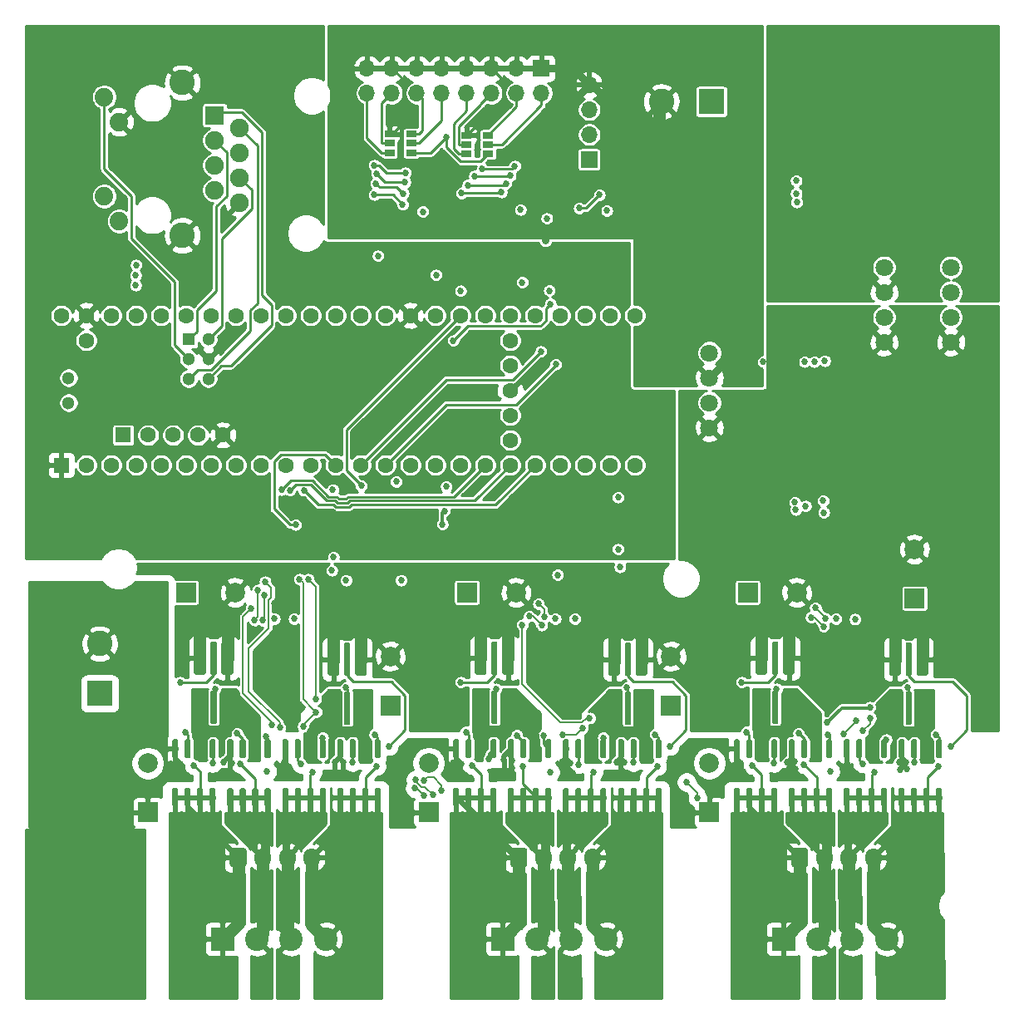
<source format=gbl>
G04 #@! TF.GenerationSoftware,KiCad,Pcbnew,5.1.9*
G04 #@! TF.CreationDate,2021-04-11T15:07:21-04:00*
G04 #@! TF.ProjectId,cnc-controller,636e632d-636f-46e7-9472-6f6c6c65722e,rev?*
G04 #@! TF.SameCoordinates,Original*
G04 #@! TF.FileFunction,Copper,L4,Bot*
G04 #@! TF.FilePolarity,Positive*
%FSLAX46Y46*%
G04 Gerber Fmt 4.6, Leading zero omitted, Abs format (unit mm)*
G04 Created by KiCad (PCBNEW 5.1.9) date 2021-04-11 15:07:21*
%MOMM*%
%LPD*%
G01*
G04 APERTURE LIST*
G04 #@! TA.AperFunction,ComponentPad*
%ADD10C,2.600000*%
G04 #@! TD*
G04 #@! TA.AperFunction,ComponentPad*
%ADD11R,2.600000X2.600000*%
G04 #@! TD*
G04 #@! TA.AperFunction,ComponentPad*
%ADD12C,1.300000*%
G04 #@! TD*
G04 #@! TA.AperFunction,ComponentPad*
%ADD13C,1.600000*%
G04 #@! TD*
G04 #@! TA.AperFunction,ComponentPad*
%ADD14R,1.300000X1.300000*%
G04 #@! TD*
G04 #@! TA.AperFunction,ComponentPad*
%ADD15R,1.600000X1.600000*%
G04 #@! TD*
G04 #@! TA.AperFunction,ComponentPad*
%ADD16C,1.800000*%
G04 #@! TD*
G04 #@! TA.AperFunction,SMDPad,CuDef*
%ADD17R,1.060000X0.650000*%
G04 #@! TD*
G04 #@! TA.AperFunction,ComponentPad*
%ADD18C,2.400000*%
G04 #@! TD*
G04 #@! TA.AperFunction,ComponentPad*
%ADD19R,2.400000X2.400000*%
G04 #@! TD*
G04 #@! TA.AperFunction,ComponentPad*
%ADD20O,1.700000X1.950000*%
G04 #@! TD*
G04 #@! TA.AperFunction,ComponentPad*
%ADD21C,1.890000*%
G04 #@! TD*
G04 #@! TA.AperFunction,ComponentPad*
%ADD22C,1.900000*%
G04 #@! TD*
G04 #@! TA.AperFunction,ComponentPad*
%ADD23R,1.900000X1.900000*%
G04 #@! TD*
G04 #@! TA.AperFunction,ComponentPad*
%ADD24O,1.700000X1.700000*%
G04 #@! TD*
G04 #@! TA.AperFunction,ComponentPad*
%ADD25R,1.700000X1.700000*%
G04 #@! TD*
G04 #@! TA.AperFunction,ComponentPad*
%ADD26C,2.000000*%
G04 #@! TD*
G04 #@! TA.AperFunction,ComponentPad*
%ADD27R,2.000000X2.000000*%
G04 #@! TD*
G04 #@! TA.AperFunction,ViaPad*
%ADD28C,0.685800*%
G04 #@! TD*
G04 #@! TA.AperFunction,Conductor*
%ADD29C,1.250000*%
G04 #@! TD*
G04 #@! TA.AperFunction,Conductor*
%ADD30C,0.250000*%
G04 #@! TD*
G04 #@! TA.AperFunction,Conductor*
%ADD31C,0.500000*%
G04 #@! TD*
G04 #@! TA.AperFunction,Conductor*
%ADD32C,0.152400*%
G04 #@! TD*
G04 #@! TA.AperFunction,Conductor*
%ADD33C,0.750000*%
G04 #@! TD*
G04 #@! TA.AperFunction,Conductor*
%ADD34C,0.200000*%
G04 #@! TD*
G04 #@! TA.AperFunction,Conductor*
%ADD35C,0.300000*%
G04 #@! TD*
G04 #@! TA.AperFunction,Conductor*
%ADD36C,0.254000*%
G04 #@! TD*
G04 #@! TA.AperFunction,Conductor*
%ADD37C,0.100000*%
G04 #@! TD*
G04 APERTURE END LIST*
D10*
X73220000Y-47200000D03*
D11*
X78300000Y-47200000D03*
G04 #@! TA.AperFunction,SMDPad,CuDef*
G36*
G01*
X100203200Y-105700000D02*
X99396800Y-105700000D01*
G75*
G02*
X99200000Y-105503200I0J196800D01*
G01*
X99200000Y-102496800D01*
G75*
G02*
X99396800Y-102300000I196800J0D01*
G01*
X100203200Y-102300000D01*
G75*
G02*
X100400000Y-102496800I0J-196800D01*
G01*
X100400000Y-105503200D01*
G75*
G02*
X100203200Y-105700000I-196800J0D01*
G01*
G37*
G04 #@! TD.AperFunction*
G04 #@! TA.AperFunction,SMDPad,CuDef*
G36*
G01*
X97403200Y-105700000D02*
X96596800Y-105700000D01*
G75*
G02*
X96400000Y-105503200I0J196800D01*
G01*
X96400000Y-102496800D01*
G75*
G02*
X96596800Y-102300000I196800J0D01*
G01*
X97403200Y-102300000D01*
G75*
G02*
X97600000Y-102496800I0J-196800D01*
G01*
X97600000Y-105503200D01*
G75*
G02*
X97403200Y-105700000I-196800J0D01*
G01*
G37*
G04 #@! TD.AperFunction*
G04 #@! TA.AperFunction,SMDPad,CuDef*
G36*
G01*
X98601600Y-105700000D02*
X98198400Y-105700000D01*
G75*
G02*
X98100000Y-105601600I0J98400D01*
G01*
X98100000Y-102398400D01*
G75*
G02*
X98198400Y-102300000I98400J0D01*
G01*
X98601600Y-102300000D01*
G75*
G02*
X98700000Y-102398400I0J-98400D01*
G01*
X98700000Y-105601600D01*
G75*
G02*
X98601600Y-105700000I-98400J0D01*
G01*
G37*
G04 #@! TD.AperFunction*
G04 #@! TA.AperFunction,SMDPad,CuDef*
G36*
G01*
X97403200Y-110700000D02*
X96596800Y-110700000D01*
G75*
G02*
X96400000Y-110503200I0J196800D01*
G01*
X96400000Y-107496800D01*
G75*
G02*
X96596800Y-107300000I196800J0D01*
G01*
X97403200Y-107300000D01*
G75*
G02*
X97600000Y-107496800I0J-196800D01*
G01*
X97600000Y-110503200D01*
G75*
G02*
X97403200Y-110700000I-196800J0D01*
G01*
G37*
G04 #@! TD.AperFunction*
G04 #@! TA.AperFunction,SMDPad,CuDef*
G36*
G01*
X100203200Y-110700000D02*
X99396800Y-110700000D01*
G75*
G02*
X99200000Y-110503200I0J196800D01*
G01*
X99200000Y-107496800D01*
G75*
G02*
X99396800Y-107300000I196800J0D01*
G01*
X100203200Y-107300000D01*
G75*
G02*
X100400000Y-107496800I0J-196800D01*
G01*
X100400000Y-110503200D01*
G75*
G02*
X100203200Y-110700000I-196800J0D01*
G01*
G37*
G04 #@! TD.AperFunction*
G04 #@! TA.AperFunction,SMDPad,CuDef*
G36*
G01*
X98601600Y-110700000D02*
X98198400Y-110700000D01*
G75*
G02*
X98100000Y-110601600I0J98400D01*
G01*
X98100000Y-107398400D01*
G75*
G02*
X98198400Y-107300000I98400J0D01*
G01*
X98601600Y-107300000D01*
G75*
G02*
X98700000Y-107398400I0J-98400D01*
G01*
X98700000Y-110601600D01*
G75*
G02*
X98601600Y-110700000I-98400J0D01*
G01*
G37*
G04 #@! TD.AperFunction*
G04 #@! TA.AperFunction,SMDPad,CuDef*
G36*
G01*
X71603200Y-105700000D02*
X70796800Y-105700000D01*
G75*
G02*
X70600000Y-105503200I0J196800D01*
G01*
X70600000Y-102496800D01*
G75*
G02*
X70796800Y-102300000I196800J0D01*
G01*
X71603200Y-102300000D01*
G75*
G02*
X71800000Y-102496800I0J-196800D01*
G01*
X71800000Y-105503200D01*
G75*
G02*
X71603200Y-105700000I-196800J0D01*
G01*
G37*
G04 #@! TD.AperFunction*
G04 #@! TA.AperFunction,SMDPad,CuDef*
G36*
G01*
X68803200Y-105700000D02*
X67996800Y-105700000D01*
G75*
G02*
X67800000Y-105503200I0J196800D01*
G01*
X67800000Y-102496800D01*
G75*
G02*
X67996800Y-102300000I196800J0D01*
G01*
X68803200Y-102300000D01*
G75*
G02*
X69000000Y-102496800I0J-196800D01*
G01*
X69000000Y-105503200D01*
G75*
G02*
X68803200Y-105700000I-196800J0D01*
G01*
G37*
G04 #@! TD.AperFunction*
G04 #@! TA.AperFunction,SMDPad,CuDef*
G36*
G01*
X70001600Y-105700000D02*
X69598400Y-105700000D01*
G75*
G02*
X69500000Y-105601600I0J98400D01*
G01*
X69500000Y-102398400D01*
G75*
G02*
X69598400Y-102300000I98400J0D01*
G01*
X70001600Y-102300000D01*
G75*
G02*
X70100000Y-102398400I0J-98400D01*
G01*
X70100000Y-105601600D01*
G75*
G02*
X70001600Y-105700000I-98400J0D01*
G01*
G37*
G04 #@! TD.AperFunction*
G04 #@! TA.AperFunction,SMDPad,CuDef*
G36*
G01*
X68803200Y-110700000D02*
X67996800Y-110700000D01*
G75*
G02*
X67800000Y-110503200I0J196800D01*
G01*
X67800000Y-107496800D01*
G75*
G02*
X67996800Y-107300000I196800J0D01*
G01*
X68803200Y-107300000D01*
G75*
G02*
X69000000Y-107496800I0J-196800D01*
G01*
X69000000Y-110503200D01*
G75*
G02*
X68803200Y-110700000I-196800J0D01*
G01*
G37*
G04 #@! TD.AperFunction*
G04 #@! TA.AperFunction,SMDPad,CuDef*
G36*
G01*
X71603200Y-110700000D02*
X70796800Y-110700000D01*
G75*
G02*
X70600000Y-110503200I0J196800D01*
G01*
X70600000Y-107496800D01*
G75*
G02*
X70796800Y-107300000I196800J0D01*
G01*
X71603200Y-107300000D01*
G75*
G02*
X71800000Y-107496800I0J-196800D01*
G01*
X71800000Y-110503200D01*
G75*
G02*
X71603200Y-110700000I-196800J0D01*
G01*
G37*
G04 #@! TD.AperFunction*
G04 #@! TA.AperFunction,SMDPad,CuDef*
G36*
G01*
X70001600Y-110700000D02*
X69598400Y-110700000D01*
G75*
G02*
X69500000Y-110601600I0J98400D01*
G01*
X69500000Y-107398400D01*
G75*
G02*
X69598400Y-107300000I98400J0D01*
G01*
X70001600Y-107300000D01*
G75*
G02*
X70100000Y-107398400I0J-98400D01*
G01*
X70100000Y-110601600D01*
G75*
G02*
X70001600Y-110700000I-98400J0D01*
G01*
G37*
G04 #@! TD.AperFunction*
G04 #@! TA.AperFunction,SMDPad,CuDef*
G36*
G01*
X86603200Y-105600000D02*
X85796800Y-105600000D01*
G75*
G02*
X85600000Y-105403200I0J196800D01*
G01*
X85600000Y-102396800D01*
G75*
G02*
X85796800Y-102200000I196800J0D01*
G01*
X86603200Y-102200000D01*
G75*
G02*
X86800000Y-102396800I0J-196800D01*
G01*
X86800000Y-105403200D01*
G75*
G02*
X86603200Y-105600000I-196800J0D01*
G01*
G37*
G04 #@! TD.AperFunction*
G04 #@! TA.AperFunction,SMDPad,CuDef*
G36*
G01*
X83803200Y-105600000D02*
X82996800Y-105600000D01*
G75*
G02*
X82800000Y-105403200I0J196800D01*
G01*
X82800000Y-102396800D01*
G75*
G02*
X82996800Y-102200000I196800J0D01*
G01*
X83803200Y-102200000D01*
G75*
G02*
X84000000Y-102396800I0J-196800D01*
G01*
X84000000Y-105403200D01*
G75*
G02*
X83803200Y-105600000I-196800J0D01*
G01*
G37*
G04 #@! TD.AperFunction*
G04 #@! TA.AperFunction,SMDPad,CuDef*
G36*
G01*
X85001600Y-105600000D02*
X84598400Y-105600000D01*
G75*
G02*
X84500000Y-105501600I0J98400D01*
G01*
X84500000Y-102298400D01*
G75*
G02*
X84598400Y-102200000I98400J0D01*
G01*
X85001600Y-102200000D01*
G75*
G02*
X85100000Y-102298400I0J-98400D01*
G01*
X85100000Y-105501600D01*
G75*
G02*
X85001600Y-105600000I-98400J0D01*
G01*
G37*
G04 #@! TD.AperFunction*
G04 #@! TA.AperFunction,SMDPad,CuDef*
G36*
G01*
X83803200Y-110600000D02*
X82996800Y-110600000D01*
G75*
G02*
X82800000Y-110403200I0J196800D01*
G01*
X82800000Y-107396800D01*
G75*
G02*
X82996800Y-107200000I196800J0D01*
G01*
X83803200Y-107200000D01*
G75*
G02*
X84000000Y-107396800I0J-196800D01*
G01*
X84000000Y-110403200D01*
G75*
G02*
X83803200Y-110600000I-196800J0D01*
G01*
G37*
G04 #@! TD.AperFunction*
G04 #@! TA.AperFunction,SMDPad,CuDef*
G36*
G01*
X86603200Y-110600000D02*
X85796800Y-110600000D01*
G75*
G02*
X85600000Y-110403200I0J196800D01*
G01*
X85600000Y-107396800D01*
G75*
G02*
X85796800Y-107200000I196800J0D01*
G01*
X86603200Y-107200000D01*
G75*
G02*
X86800000Y-107396800I0J-196800D01*
G01*
X86800000Y-110403200D01*
G75*
G02*
X86603200Y-110600000I-196800J0D01*
G01*
G37*
G04 #@! TD.AperFunction*
G04 #@! TA.AperFunction,SMDPad,CuDef*
G36*
G01*
X85001600Y-110600000D02*
X84598400Y-110600000D01*
G75*
G02*
X84500000Y-110501600I0J98400D01*
G01*
X84500000Y-107298400D01*
G75*
G02*
X84598400Y-107200000I98400J0D01*
G01*
X85001600Y-107200000D01*
G75*
G02*
X85100000Y-107298400I0J-98400D01*
G01*
X85100000Y-110501600D01*
G75*
G02*
X85001600Y-110600000I-98400J0D01*
G01*
G37*
G04 #@! TD.AperFunction*
G04 #@! TA.AperFunction,SMDPad,CuDef*
G36*
G01*
X58003200Y-105600000D02*
X57196800Y-105600000D01*
G75*
G02*
X57000000Y-105403200I0J196800D01*
G01*
X57000000Y-102396800D01*
G75*
G02*
X57196800Y-102200000I196800J0D01*
G01*
X58003200Y-102200000D01*
G75*
G02*
X58200000Y-102396800I0J-196800D01*
G01*
X58200000Y-105403200D01*
G75*
G02*
X58003200Y-105600000I-196800J0D01*
G01*
G37*
G04 #@! TD.AperFunction*
G04 #@! TA.AperFunction,SMDPad,CuDef*
G36*
G01*
X55203200Y-105600000D02*
X54396800Y-105600000D01*
G75*
G02*
X54200000Y-105403200I0J196800D01*
G01*
X54200000Y-102396800D01*
G75*
G02*
X54396800Y-102200000I196800J0D01*
G01*
X55203200Y-102200000D01*
G75*
G02*
X55400000Y-102396800I0J-196800D01*
G01*
X55400000Y-105403200D01*
G75*
G02*
X55203200Y-105600000I-196800J0D01*
G01*
G37*
G04 #@! TD.AperFunction*
G04 #@! TA.AperFunction,SMDPad,CuDef*
G36*
G01*
X56401600Y-105600000D02*
X55998400Y-105600000D01*
G75*
G02*
X55900000Y-105501600I0J98400D01*
G01*
X55900000Y-102298400D01*
G75*
G02*
X55998400Y-102200000I98400J0D01*
G01*
X56401600Y-102200000D01*
G75*
G02*
X56500000Y-102298400I0J-98400D01*
G01*
X56500000Y-105501600D01*
G75*
G02*
X56401600Y-105600000I-98400J0D01*
G01*
G37*
G04 #@! TD.AperFunction*
G04 #@! TA.AperFunction,SMDPad,CuDef*
G36*
G01*
X55203200Y-110600000D02*
X54396800Y-110600000D01*
G75*
G02*
X54200000Y-110403200I0J196800D01*
G01*
X54200000Y-107396800D01*
G75*
G02*
X54396800Y-107200000I196800J0D01*
G01*
X55203200Y-107200000D01*
G75*
G02*
X55400000Y-107396800I0J-196800D01*
G01*
X55400000Y-110403200D01*
G75*
G02*
X55203200Y-110600000I-196800J0D01*
G01*
G37*
G04 #@! TD.AperFunction*
G04 #@! TA.AperFunction,SMDPad,CuDef*
G36*
G01*
X58003200Y-110600000D02*
X57196800Y-110600000D01*
G75*
G02*
X57000000Y-110403200I0J196800D01*
G01*
X57000000Y-107396800D01*
G75*
G02*
X57196800Y-107200000I196800J0D01*
G01*
X58003200Y-107200000D01*
G75*
G02*
X58200000Y-107396800I0J-196800D01*
G01*
X58200000Y-110403200D01*
G75*
G02*
X58003200Y-110600000I-196800J0D01*
G01*
G37*
G04 #@! TD.AperFunction*
G04 #@! TA.AperFunction,SMDPad,CuDef*
G36*
G01*
X56401600Y-110600000D02*
X55998400Y-110600000D01*
G75*
G02*
X55900000Y-110501600I0J98400D01*
G01*
X55900000Y-107298400D01*
G75*
G02*
X55998400Y-107200000I98400J0D01*
G01*
X56401600Y-107200000D01*
G75*
G02*
X56500000Y-107298400I0J-98400D01*
G01*
X56500000Y-110501600D01*
G75*
G02*
X56401600Y-110600000I-98400J0D01*
G01*
G37*
G04 #@! TD.AperFunction*
G04 #@! TA.AperFunction,SMDPad,CuDef*
G36*
G01*
X29403200Y-105600000D02*
X28596800Y-105600000D01*
G75*
G02*
X28400000Y-105403200I0J196800D01*
G01*
X28400000Y-102396800D01*
G75*
G02*
X28596800Y-102200000I196800J0D01*
G01*
X29403200Y-102200000D01*
G75*
G02*
X29600000Y-102396800I0J-196800D01*
G01*
X29600000Y-105403200D01*
G75*
G02*
X29403200Y-105600000I-196800J0D01*
G01*
G37*
G04 #@! TD.AperFunction*
G04 #@! TA.AperFunction,SMDPad,CuDef*
G36*
G01*
X26603200Y-105600000D02*
X25796800Y-105600000D01*
G75*
G02*
X25600000Y-105403200I0J196800D01*
G01*
X25600000Y-102396800D01*
G75*
G02*
X25796800Y-102200000I196800J0D01*
G01*
X26603200Y-102200000D01*
G75*
G02*
X26800000Y-102396800I0J-196800D01*
G01*
X26800000Y-105403200D01*
G75*
G02*
X26603200Y-105600000I-196800J0D01*
G01*
G37*
G04 #@! TD.AperFunction*
G04 #@! TA.AperFunction,SMDPad,CuDef*
G36*
G01*
X27801600Y-105600000D02*
X27398400Y-105600000D01*
G75*
G02*
X27300000Y-105501600I0J98400D01*
G01*
X27300000Y-102298400D01*
G75*
G02*
X27398400Y-102200000I98400J0D01*
G01*
X27801600Y-102200000D01*
G75*
G02*
X27900000Y-102298400I0J-98400D01*
G01*
X27900000Y-105501600D01*
G75*
G02*
X27801600Y-105600000I-98400J0D01*
G01*
G37*
G04 #@! TD.AperFunction*
G04 #@! TA.AperFunction,SMDPad,CuDef*
G36*
G01*
X26603200Y-110600000D02*
X25796800Y-110600000D01*
G75*
G02*
X25600000Y-110403200I0J196800D01*
G01*
X25600000Y-107396800D01*
G75*
G02*
X25796800Y-107200000I196800J0D01*
G01*
X26603200Y-107200000D01*
G75*
G02*
X26800000Y-107396800I0J-196800D01*
G01*
X26800000Y-110403200D01*
G75*
G02*
X26603200Y-110600000I-196800J0D01*
G01*
G37*
G04 #@! TD.AperFunction*
G04 #@! TA.AperFunction,SMDPad,CuDef*
G36*
G01*
X29403200Y-110600000D02*
X28596800Y-110600000D01*
G75*
G02*
X28400000Y-110403200I0J196800D01*
G01*
X28400000Y-107396800D01*
G75*
G02*
X28596800Y-107200000I196800J0D01*
G01*
X29403200Y-107200000D01*
G75*
G02*
X29600000Y-107396800I0J-196800D01*
G01*
X29600000Y-110403200D01*
G75*
G02*
X29403200Y-110600000I-196800J0D01*
G01*
G37*
G04 #@! TD.AperFunction*
G04 #@! TA.AperFunction,SMDPad,CuDef*
G36*
G01*
X27801600Y-110600000D02*
X27398400Y-110600000D01*
G75*
G02*
X27300000Y-110501600I0J98400D01*
G01*
X27300000Y-107298400D01*
G75*
G02*
X27398400Y-107200000I98400J0D01*
G01*
X27801600Y-107200000D01*
G75*
G02*
X27900000Y-107298400I0J-98400D01*
G01*
X27900000Y-110501600D01*
G75*
G02*
X27801600Y-110600000I-98400J0D01*
G01*
G37*
G04 #@! TD.AperFunction*
G04 #@! TA.AperFunction,SMDPad,CuDef*
G36*
G01*
X43003200Y-105700000D02*
X42196800Y-105700000D01*
G75*
G02*
X42000000Y-105503200I0J196800D01*
G01*
X42000000Y-102496800D01*
G75*
G02*
X42196800Y-102300000I196800J0D01*
G01*
X43003200Y-102300000D01*
G75*
G02*
X43200000Y-102496800I0J-196800D01*
G01*
X43200000Y-105503200D01*
G75*
G02*
X43003200Y-105700000I-196800J0D01*
G01*
G37*
G04 #@! TD.AperFunction*
G04 #@! TA.AperFunction,SMDPad,CuDef*
G36*
G01*
X40203200Y-105700000D02*
X39396800Y-105700000D01*
G75*
G02*
X39200000Y-105503200I0J196800D01*
G01*
X39200000Y-102496800D01*
G75*
G02*
X39396800Y-102300000I196800J0D01*
G01*
X40203200Y-102300000D01*
G75*
G02*
X40400000Y-102496800I0J-196800D01*
G01*
X40400000Y-105503200D01*
G75*
G02*
X40203200Y-105700000I-196800J0D01*
G01*
G37*
G04 #@! TD.AperFunction*
G04 #@! TA.AperFunction,SMDPad,CuDef*
G36*
G01*
X41401600Y-105700000D02*
X40998400Y-105700000D01*
G75*
G02*
X40900000Y-105601600I0J98400D01*
G01*
X40900000Y-102398400D01*
G75*
G02*
X40998400Y-102300000I98400J0D01*
G01*
X41401600Y-102300000D01*
G75*
G02*
X41500000Y-102398400I0J-98400D01*
G01*
X41500000Y-105601600D01*
G75*
G02*
X41401600Y-105700000I-98400J0D01*
G01*
G37*
G04 #@! TD.AperFunction*
G04 #@! TA.AperFunction,SMDPad,CuDef*
G36*
G01*
X40203200Y-110700000D02*
X39396800Y-110700000D01*
G75*
G02*
X39200000Y-110503200I0J196800D01*
G01*
X39200000Y-107496800D01*
G75*
G02*
X39396800Y-107300000I196800J0D01*
G01*
X40203200Y-107300000D01*
G75*
G02*
X40400000Y-107496800I0J-196800D01*
G01*
X40400000Y-110503200D01*
G75*
G02*
X40203200Y-110700000I-196800J0D01*
G01*
G37*
G04 #@! TD.AperFunction*
G04 #@! TA.AperFunction,SMDPad,CuDef*
G36*
G01*
X43003200Y-110700000D02*
X42196800Y-110700000D01*
G75*
G02*
X42000000Y-110503200I0J196800D01*
G01*
X42000000Y-107496800D01*
G75*
G02*
X42196800Y-107300000I196800J0D01*
G01*
X43003200Y-107300000D01*
G75*
G02*
X43200000Y-107496800I0J-196800D01*
G01*
X43200000Y-110503200D01*
G75*
G02*
X43003200Y-110700000I-196800J0D01*
G01*
G37*
G04 #@! TD.AperFunction*
G04 #@! TA.AperFunction,SMDPad,CuDef*
G36*
G01*
X41401600Y-110700000D02*
X40998400Y-110700000D01*
G75*
G02*
X40900000Y-110601600I0J98400D01*
G01*
X40900000Y-107398400D01*
G75*
G02*
X40998400Y-107300000I98400J0D01*
G01*
X41401600Y-107300000D01*
G75*
G02*
X41500000Y-107398400I0J-98400D01*
G01*
X41500000Y-110601600D01*
G75*
G02*
X41401600Y-110700000I-98400J0D01*
G01*
G37*
G04 #@! TD.AperFunction*
D12*
X12820000Y-75330000D03*
X12820000Y-77870000D03*
D13*
X57810000Y-71520000D03*
X57810000Y-74060000D03*
X57810000Y-76600000D03*
X57810000Y-79140000D03*
X57810000Y-81680000D03*
D12*
X25060000Y-75418400D03*
X27060000Y-75418400D03*
X27060000Y-73418400D03*
X25060000Y-73418400D03*
X27060000Y-71418400D03*
D14*
X25060000Y-71418400D03*
D13*
X52730000Y-84220000D03*
X55270000Y-84220000D03*
X57810000Y-84220000D03*
X60350000Y-84220000D03*
X50190000Y-84220000D03*
X47650000Y-84220000D03*
X45110000Y-84220000D03*
X62890000Y-84220000D03*
X65430000Y-84220000D03*
X67970000Y-84220000D03*
X70510000Y-84220000D03*
X70510000Y-68980000D03*
X67970000Y-68980000D03*
X65430000Y-68980000D03*
X62890000Y-68980000D03*
X60350000Y-68980000D03*
X57810000Y-68980000D03*
X55270000Y-68980000D03*
X52730000Y-68980000D03*
X50190000Y-68980000D03*
X47650000Y-68980000D03*
X42570000Y-84220000D03*
X40030000Y-84220000D03*
X37490000Y-84220000D03*
X34950000Y-84220000D03*
X32410000Y-84220000D03*
X29870000Y-84220000D03*
X27330000Y-84220000D03*
X24790000Y-84220000D03*
X22250000Y-84220000D03*
X19710000Y-84220000D03*
X17170000Y-84220000D03*
X14630000Y-84220000D03*
D15*
X12090000Y-84220000D03*
D13*
X45110000Y-68980000D03*
X42570000Y-68980000D03*
X40030000Y-68980000D03*
X37490000Y-68980000D03*
X34950000Y-68980000D03*
X32410000Y-68980000D03*
X29870000Y-68980000D03*
X27330000Y-68980000D03*
X24790000Y-68980000D03*
X22250000Y-68980000D03*
X19710000Y-68980000D03*
X17170000Y-68980000D03*
X14630000Y-68980000D03*
X12090000Y-68980000D03*
D15*
X18389200Y-81169200D03*
D13*
X20929200Y-81169200D03*
X23469200Y-81169200D03*
X26009200Y-81169200D03*
X28549200Y-81169200D03*
X14630000Y-71520000D03*
D16*
X78100000Y-72790000D03*
X78100000Y-75330000D03*
X78100000Y-77870000D03*
X78100000Y-80410000D03*
X95900000Y-64090000D03*
X95900000Y-66630000D03*
X95900000Y-69170000D03*
X95900000Y-71710000D03*
X102700000Y-64090000D03*
X102700000Y-66630000D03*
X102700000Y-69170000D03*
X102700000Y-71710000D03*
D17*
X55550000Y-51575000D03*
X55550000Y-52525000D03*
X55550000Y-50625000D03*
X53350000Y-50625000D03*
X53350000Y-51575000D03*
X53350000Y-52525000D03*
X47725000Y-51450000D03*
X47725000Y-52400000D03*
X47725000Y-50500000D03*
X45525000Y-50500000D03*
X45525000Y-51450000D03*
X45525000Y-52400000D03*
G04 #@! TA.AperFunction,SMDPad,CuDef*
G36*
G01*
X86345000Y-117100000D02*
X86645000Y-117100000D01*
G75*
G02*
X86795000Y-117250000I0J-150000D01*
G01*
X86795000Y-118900000D01*
G75*
G02*
X86645000Y-119050000I-150000J0D01*
G01*
X86345000Y-119050000D01*
G75*
G02*
X86195000Y-118900000I0J150000D01*
G01*
X86195000Y-117250000D01*
G75*
G02*
X86345000Y-117100000I150000J0D01*
G01*
G37*
G04 #@! TD.AperFunction*
G04 #@! TA.AperFunction,SMDPad,CuDef*
G36*
G01*
X87615000Y-117100000D02*
X87915000Y-117100000D01*
G75*
G02*
X88065000Y-117250000I0J-150000D01*
G01*
X88065000Y-118900000D01*
G75*
G02*
X87915000Y-119050000I-150000J0D01*
G01*
X87615000Y-119050000D01*
G75*
G02*
X87465000Y-118900000I0J150000D01*
G01*
X87465000Y-117250000D01*
G75*
G02*
X87615000Y-117100000I150000J0D01*
G01*
G37*
G04 #@! TD.AperFunction*
G04 #@! TA.AperFunction,SMDPad,CuDef*
G36*
G01*
X88885000Y-117100000D02*
X89185000Y-117100000D01*
G75*
G02*
X89335000Y-117250000I0J-150000D01*
G01*
X89335000Y-118900000D01*
G75*
G02*
X89185000Y-119050000I-150000J0D01*
G01*
X88885000Y-119050000D01*
G75*
G02*
X88735000Y-118900000I0J150000D01*
G01*
X88735000Y-117250000D01*
G75*
G02*
X88885000Y-117100000I150000J0D01*
G01*
G37*
G04 #@! TD.AperFunction*
G04 #@! TA.AperFunction,SMDPad,CuDef*
G36*
G01*
X90155000Y-117100000D02*
X90455000Y-117100000D01*
G75*
G02*
X90605000Y-117250000I0J-150000D01*
G01*
X90605000Y-118900000D01*
G75*
G02*
X90455000Y-119050000I-150000J0D01*
G01*
X90155000Y-119050000D01*
G75*
G02*
X90005000Y-118900000I0J150000D01*
G01*
X90005000Y-117250000D01*
G75*
G02*
X90155000Y-117100000I150000J0D01*
G01*
G37*
G04 #@! TD.AperFunction*
G04 #@! TA.AperFunction,SMDPad,CuDef*
G36*
G01*
X90155000Y-112150000D02*
X90455000Y-112150000D01*
G75*
G02*
X90605000Y-112300000I0J-150000D01*
G01*
X90605000Y-113950000D01*
G75*
G02*
X90455000Y-114100000I-150000J0D01*
G01*
X90155000Y-114100000D01*
G75*
G02*
X90005000Y-113950000I0J150000D01*
G01*
X90005000Y-112300000D01*
G75*
G02*
X90155000Y-112150000I150000J0D01*
G01*
G37*
G04 #@! TD.AperFunction*
G04 #@! TA.AperFunction,SMDPad,CuDef*
G36*
G01*
X88885000Y-112150000D02*
X89185000Y-112150000D01*
G75*
G02*
X89335000Y-112300000I0J-150000D01*
G01*
X89335000Y-113950000D01*
G75*
G02*
X89185000Y-114100000I-150000J0D01*
G01*
X88885000Y-114100000D01*
G75*
G02*
X88735000Y-113950000I0J150000D01*
G01*
X88735000Y-112300000D01*
G75*
G02*
X88885000Y-112150000I150000J0D01*
G01*
G37*
G04 #@! TD.AperFunction*
G04 #@! TA.AperFunction,SMDPad,CuDef*
G36*
G01*
X87615000Y-112150000D02*
X87915000Y-112150000D01*
G75*
G02*
X88065000Y-112300000I0J-150000D01*
G01*
X88065000Y-113950000D01*
G75*
G02*
X87915000Y-114100000I-150000J0D01*
G01*
X87615000Y-114100000D01*
G75*
G02*
X87465000Y-113950000I0J150000D01*
G01*
X87465000Y-112300000D01*
G75*
G02*
X87615000Y-112150000I150000J0D01*
G01*
G37*
G04 #@! TD.AperFunction*
G04 #@! TA.AperFunction,SMDPad,CuDef*
G36*
G01*
X86345000Y-112150000D02*
X86645000Y-112150000D01*
G75*
G02*
X86795000Y-112300000I0J-150000D01*
G01*
X86795000Y-113950000D01*
G75*
G02*
X86645000Y-114100000I-150000J0D01*
G01*
X86345000Y-114100000D01*
G75*
G02*
X86195000Y-113950000I0J150000D01*
G01*
X86195000Y-112300000D01*
G75*
G02*
X86345000Y-112150000I150000J0D01*
G01*
G37*
G04 #@! TD.AperFunction*
G04 #@! TA.AperFunction,SMDPad,CuDef*
G36*
G01*
X97545000Y-117100000D02*
X97845000Y-117100000D01*
G75*
G02*
X97995000Y-117250000I0J-150000D01*
G01*
X97995000Y-118900000D01*
G75*
G02*
X97845000Y-119050000I-150000J0D01*
G01*
X97545000Y-119050000D01*
G75*
G02*
X97395000Y-118900000I0J150000D01*
G01*
X97395000Y-117250000D01*
G75*
G02*
X97545000Y-117100000I150000J0D01*
G01*
G37*
G04 #@! TD.AperFunction*
G04 #@! TA.AperFunction,SMDPad,CuDef*
G36*
G01*
X98815000Y-117100000D02*
X99115000Y-117100000D01*
G75*
G02*
X99265000Y-117250000I0J-150000D01*
G01*
X99265000Y-118900000D01*
G75*
G02*
X99115000Y-119050000I-150000J0D01*
G01*
X98815000Y-119050000D01*
G75*
G02*
X98665000Y-118900000I0J150000D01*
G01*
X98665000Y-117250000D01*
G75*
G02*
X98815000Y-117100000I150000J0D01*
G01*
G37*
G04 #@! TD.AperFunction*
G04 #@! TA.AperFunction,SMDPad,CuDef*
G36*
G01*
X100085000Y-117100000D02*
X100385000Y-117100000D01*
G75*
G02*
X100535000Y-117250000I0J-150000D01*
G01*
X100535000Y-118900000D01*
G75*
G02*
X100385000Y-119050000I-150000J0D01*
G01*
X100085000Y-119050000D01*
G75*
G02*
X99935000Y-118900000I0J150000D01*
G01*
X99935000Y-117250000D01*
G75*
G02*
X100085000Y-117100000I150000J0D01*
G01*
G37*
G04 #@! TD.AperFunction*
G04 #@! TA.AperFunction,SMDPad,CuDef*
G36*
G01*
X101355000Y-117100000D02*
X101655000Y-117100000D01*
G75*
G02*
X101805000Y-117250000I0J-150000D01*
G01*
X101805000Y-118900000D01*
G75*
G02*
X101655000Y-119050000I-150000J0D01*
G01*
X101355000Y-119050000D01*
G75*
G02*
X101205000Y-118900000I0J150000D01*
G01*
X101205000Y-117250000D01*
G75*
G02*
X101355000Y-117100000I150000J0D01*
G01*
G37*
G04 #@! TD.AperFunction*
G04 #@! TA.AperFunction,SMDPad,CuDef*
G36*
G01*
X101355000Y-112150000D02*
X101655000Y-112150000D01*
G75*
G02*
X101805000Y-112300000I0J-150000D01*
G01*
X101805000Y-113950000D01*
G75*
G02*
X101655000Y-114100000I-150000J0D01*
G01*
X101355000Y-114100000D01*
G75*
G02*
X101205000Y-113950000I0J150000D01*
G01*
X101205000Y-112300000D01*
G75*
G02*
X101355000Y-112150000I150000J0D01*
G01*
G37*
G04 #@! TD.AperFunction*
G04 #@! TA.AperFunction,SMDPad,CuDef*
G36*
G01*
X100085000Y-112150000D02*
X100385000Y-112150000D01*
G75*
G02*
X100535000Y-112300000I0J-150000D01*
G01*
X100535000Y-113950000D01*
G75*
G02*
X100385000Y-114100000I-150000J0D01*
G01*
X100085000Y-114100000D01*
G75*
G02*
X99935000Y-113950000I0J150000D01*
G01*
X99935000Y-112300000D01*
G75*
G02*
X100085000Y-112150000I150000J0D01*
G01*
G37*
G04 #@! TD.AperFunction*
G04 #@! TA.AperFunction,SMDPad,CuDef*
G36*
G01*
X98815000Y-112150000D02*
X99115000Y-112150000D01*
G75*
G02*
X99265000Y-112300000I0J-150000D01*
G01*
X99265000Y-113950000D01*
G75*
G02*
X99115000Y-114100000I-150000J0D01*
G01*
X98815000Y-114100000D01*
G75*
G02*
X98665000Y-113950000I0J150000D01*
G01*
X98665000Y-112300000D01*
G75*
G02*
X98815000Y-112150000I150000J0D01*
G01*
G37*
G04 #@! TD.AperFunction*
G04 #@! TA.AperFunction,SMDPad,CuDef*
G36*
G01*
X97545000Y-112150000D02*
X97845000Y-112150000D01*
G75*
G02*
X97995000Y-112300000I0J-150000D01*
G01*
X97995000Y-113950000D01*
G75*
G02*
X97845000Y-114100000I-150000J0D01*
G01*
X97545000Y-114100000D01*
G75*
G02*
X97395000Y-113950000I0J150000D01*
G01*
X97395000Y-112300000D01*
G75*
G02*
X97545000Y-112150000I150000J0D01*
G01*
G37*
G04 #@! TD.AperFunction*
G04 #@! TA.AperFunction,SMDPad,CuDef*
G36*
G01*
X80745000Y-117100000D02*
X81045000Y-117100000D01*
G75*
G02*
X81195000Y-117250000I0J-150000D01*
G01*
X81195000Y-118900000D01*
G75*
G02*
X81045000Y-119050000I-150000J0D01*
G01*
X80745000Y-119050000D01*
G75*
G02*
X80595000Y-118900000I0J150000D01*
G01*
X80595000Y-117250000D01*
G75*
G02*
X80745000Y-117100000I150000J0D01*
G01*
G37*
G04 #@! TD.AperFunction*
G04 #@! TA.AperFunction,SMDPad,CuDef*
G36*
G01*
X82015000Y-117100000D02*
X82315000Y-117100000D01*
G75*
G02*
X82465000Y-117250000I0J-150000D01*
G01*
X82465000Y-118900000D01*
G75*
G02*
X82315000Y-119050000I-150000J0D01*
G01*
X82015000Y-119050000D01*
G75*
G02*
X81865000Y-118900000I0J150000D01*
G01*
X81865000Y-117250000D01*
G75*
G02*
X82015000Y-117100000I150000J0D01*
G01*
G37*
G04 #@! TD.AperFunction*
G04 #@! TA.AperFunction,SMDPad,CuDef*
G36*
G01*
X83285000Y-117100000D02*
X83585000Y-117100000D01*
G75*
G02*
X83735000Y-117250000I0J-150000D01*
G01*
X83735000Y-118900000D01*
G75*
G02*
X83585000Y-119050000I-150000J0D01*
G01*
X83285000Y-119050000D01*
G75*
G02*
X83135000Y-118900000I0J150000D01*
G01*
X83135000Y-117250000D01*
G75*
G02*
X83285000Y-117100000I150000J0D01*
G01*
G37*
G04 #@! TD.AperFunction*
G04 #@! TA.AperFunction,SMDPad,CuDef*
G36*
G01*
X84555000Y-117100000D02*
X84855000Y-117100000D01*
G75*
G02*
X85005000Y-117250000I0J-150000D01*
G01*
X85005000Y-118900000D01*
G75*
G02*
X84855000Y-119050000I-150000J0D01*
G01*
X84555000Y-119050000D01*
G75*
G02*
X84405000Y-118900000I0J150000D01*
G01*
X84405000Y-117250000D01*
G75*
G02*
X84555000Y-117100000I150000J0D01*
G01*
G37*
G04 #@! TD.AperFunction*
G04 #@! TA.AperFunction,SMDPad,CuDef*
G36*
G01*
X84555000Y-112150000D02*
X84855000Y-112150000D01*
G75*
G02*
X85005000Y-112300000I0J-150000D01*
G01*
X85005000Y-113950000D01*
G75*
G02*
X84855000Y-114100000I-150000J0D01*
G01*
X84555000Y-114100000D01*
G75*
G02*
X84405000Y-113950000I0J150000D01*
G01*
X84405000Y-112300000D01*
G75*
G02*
X84555000Y-112150000I150000J0D01*
G01*
G37*
G04 #@! TD.AperFunction*
G04 #@! TA.AperFunction,SMDPad,CuDef*
G36*
G01*
X83285000Y-112150000D02*
X83585000Y-112150000D01*
G75*
G02*
X83735000Y-112300000I0J-150000D01*
G01*
X83735000Y-113950000D01*
G75*
G02*
X83585000Y-114100000I-150000J0D01*
G01*
X83285000Y-114100000D01*
G75*
G02*
X83135000Y-113950000I0J150000D01*
G01*
X83135000Y-112300000D01*
G75*
G02*
X83285000Y-112150000I150000J0D01*
G01*
G37*
G04 #@! TD.AperFunction*
G04 #@! TA.AperFunction,SMDPad,CuDef*
G36*
G01*
X82015000Y-112150000D02*
X82315000Y-112150000D01*
G75*
G02*
X82465000Y-112300000I0J-150000D01*
G01*
X82465000Y-113950000D01*
G75*
G02*
X82315000Y-114100000I-150000J0D01*
G01*
X82015000Y-114100000D01*
G75*
G02*
X81865000Y-113950000I0J150000D01*
G01*
X81865000Y-112300000D01*
G75*
G02*
X82015000Y-112150000I150000J0D01*
G01*
G37*
G04 #@! TD.AperFunction*
G04 #@! TA.AperFunction,SMDPad,CuDef*
G36*
G01*
X80745000Y-112150000D02*
X81045000Y-112150000D01*
G75*
G02*
X81195000Y-112300000I0J-150000D01*
G01*
X81195000Y-113950000D01*
G75*
G02*
X81045000Y-114100000I-150000J0D01*
G01*
X80745000Y-114100000D01*
G75*
G02*
X80595000Y-113950000I0J150000D01*
G01*
X80595000Y-112300000D01*
G75*
G02*
X80745000Y-112150000I150000J0D01*
G01*
G37*
G04 #@! TD.AperFunction*
G04 #@! TA.AperFunction,SMDPad,CuDef*
G36*
G01*
X91945000Y-117100000D02*
X92245000Y-117100000D01*
G75*
G02*
X92395000Y-117250000I0J-150000D01*
G01*
X92395000Y-118900000D01*
G75*
G02*
X92245000Y-119050000I-150000J0D01*
G01*
X91945000Y-119050000D01*
G75*
G02*
X91795000Y-118900000I0J150000D01*
G01*
X91795000Y-117250000D01*
G75*
G02*
X91945000Y-117100000I150000J0D01*
G01*
G37*
G04 #@! TD.AperFunction*
G04 #@! TA.AperFunction,SMDPad,CuDef*
G36*
G01*
X93215000Y-117100000D02*
X93515000Y-117100000D01*
G75*
G02*
X93665000Y-117250000I0J-150000D01*
G01*
X93665000Y-118900000D01*
G75*
G02*
X93515000Y-119050000I-150000J0D01*
G01*
X93215000Y-119050000D01*
G75*
G02*
X93065000Y-118900000I0J150000D01*
G01*
X93065000Y-117250000D01*
G75*
G02*
X93215000Y-117100000I150000J0D01*
G01*
G37*
G04 #@! TD.AperFunction*
G04 #@! TA.AperFunction,SMDPad,CuDef*
G36*
G01*
X94485000Y-117100000D02*
X94785000Y-117100000D01*
G75*
G02*
X94935000Y-117250000I0J-150000D01*
G01*
X94935000Y-118900000D01*
G75*
G02*
X94785000Y-119050000I-150000J0D01*
G01*
X94485000Y-119050000D01*
G75*
G02*
X94335000Y-118900000I0J150000D01*
G01*
X94335000Y-117250000D01*
G75*
G02*
X94485000Y-117100000I150000J0D01*
G01*
G37*
G04 #@! TD.AperFunction*
G04 #@! TA.AperFunction,SMDPad,CuDef*
G36*
G01*
X95755000Y-117100000D02*
X96055000Y-117100000D01*
G75*
G02*
X96205000Y-117250000I0J-150000D01*
G01*
X96205000Y-118900000D01*
G75*
G02*
X96055000Y-119050000I-150000J0D01*
G01*
X95755000Y-119050000D01*
G75*
G02*
X95605000Y-118900000I0J150000D01*
G01*
X95605000Y-117250000D01*
G75*
G02*
X95755000Y-117100000I150000J0D01*
G01*
G37*
G04 #@! TD.AperFunction*
G04 #@! TA.AperFunction,SMDPad,CuDef*
G36*
G01*
X95755000Y-112150000D02*
X96055000Y-112150000D01*
G75*
G02*
X96205000Y-112300000I0J-150000D01*
G01*
X96205000Y-113950000D01*
G75*
G02*
X96055000Y-114100000I-150000J0D01*
G01*
X95755000Y-114100000D01*
G75*
G02*
X95605000Y-113950000I0J150000D01*
G01*
X95605000Y-112300000D01*
G75*
G02*
X95755000Y-112150000I150000J0D01*
G01*
G37*
G04 #@! TD.AperFunction*
G04 #@! TA.AperFunction,SMDPad,CuDef*
G36*
G01*
X94485000Y-112150000D02*
X94785000Y-112150000D01*
G75*
G02*
X94935000Y-112300000I0J-150000D01*
G01*
X94935000Y-113950000D01*
G75*
G02*
X94785000Y-114100000I-150000J0D01*
G01*
X94485000Y-114100000D01*
G75*
G02*
X94335000Y-113950000I0J150000D01*
G01*
X94335000Y-112300000D01*
G75*
G02*
X94485000Y-112150000I150000J0D01*
G01*
G37*
G04 #@! TD.AperFunction*
G04 #@! TA.AperFunction,SMDPad,CuDef*
G36*
G01*
X93215000Y-112150000D02*
X93515000Y-112150000D01*
G75*
G02*
X93665000Y-112300000I0J-150000D01*
G01*
X93665000Y-113950000D01*
G75*
G02*
X93515000Y-114100000I-150000J0D01*
G01*
X93215000Y-114100000D01*
G75*
G02*
X93065000Y-113950000I0J150000D01*
G01*
X93065000Y-112300000D01*
G75*
G02*
X93215000Y-112150000I150000J0D01*
G01*
G37*
G04 #@! TD.AperFunction*
G04 #@! TA.AperFunction,SMDPad,CuDef*
G36*
G01*
X91945000Y-112150000D02*
X92245000Y-112150000D01*
G75*
G02*
X92395000Y-112300000I0J-150000D01*
G01*
X92395000Y-113950000D01*
G75*
G02*
X92245000Y-114100000I-150000J0D01*
G01*
X91945000Y-114100000D01*
G75*
G02*
X91795000Y-113950000I0J150000D01*
G01*
X91795000Y-112300000D01*
G75*
G02*
X91945000Y-112150000I150000J0D01*
G01*
G37*
G04 #@! TD.AperFunction*
G04 #@! TA.AperFunction,SMDPad,CuDef*
G36*
G01*
X57745000Y-117100000D02*
X58045000Y-117100000D01*
G75*
G02*
X58195000Y-117250000I0J-150000D01*
G01*
X58195000Y-118900000D01*
G75*
G02*
X58045000Y-119050000I-150000J0D01*
G01*
X57745000Y-119050000D01*
G75*
G02*
X57595000Y-118900000I0J150000D01*
G01*
X57595000Y-117250000D01*
G75*
G02*
X57745000Y-117100000I150000J0D01*
G01*
G37*
G04 #@! TD.AperFunction*
G04 #@! TA.AperFunction,SMDPad,CuDef*
G36*
G01*
X59015000Y-117100000D02*
X59315000Y-117100000D01*
G75*
G02*
X59465000Y-117250000I0J-150000D01*
G01*
X59465000Y-118900000D01*
G75*
G02*
X59315000Y-119050000I-150000J0D01*
G01*
X59015000Y-119050000D01*
G75*
G02*
X58865000Y-118900000I0J150000D01*
G01*
X58865000Y-117250000D01*
G75*
G02*
X59015000Y-117100000I150000J0D01*
G01*
G37*
G04 #@! TD.AperFunction*
G04 #@! TA.AperFunction,SMDPad,CuDef*
G36*
G01*
X60285000Y-117100000D02*
X60585000Y-117100000D01*
G75*
G02*
X60735000Y-117250000I0J-150000D01*
G01*
X60735000Y-118900000D01*
G75*
G02*
X60585000Y-119050000I-150000J0D01*
G01*
X60285000Y-119050000D01*
G75*
G02*
X60135000Y-118900000I0J150000D01*
G01*
X60135000Y-117250000D01*
G75*
G02*
X60285000Y-117100000I150000J0D01*
G01*
G37*
G04 #@! TD.AperFunction*
G04 #@! TA.AperFunction,SMDPad,CuDef*
G36*
G01*
X61555000Y-117100000D02*
X61855000Y-117100000D01*
G75*
G02*
X62005000Y-117250000I0J-150000D01*
G01*
X62005000Y-118900000D01*
G75*
G02*
X61855000Y-119050000I-150000J0D01*
G01*
X61555000Y-119050000D01*
G75*
G02*
X61405000Y-118900000I0J150000D01*
G01*
X61405000Y-117250000D01*
G75*
G02*
X61555000Y-117100000I150000J0D01*
G01*
G37*
G04 #@! TD.AperFunction*
G04 #@! TA.AperFunction,SMDPad,CuDef*
G36*
G01*
X61555000Y-112150000D02*
X61855000Y-112150000D01*
G75*
G02*
X62005000Y-112300000I0J-150000D01*
G01*
X62005000Y-113950000D01*
G75*
G02*
X61855000Y-114100000I-150000J0D01*
G01*
X61555000Y-114100000D01*
G75*
G02*
X61405000Y-113950000I0J150000D01*
G01*
X61405000Y-112300000D01*
G75*
G02*
X61555000Y-112150000I150000J0D01*
G01*
G37*
G04 #@! TD.AperFunction*
G04 #@! TA.AperFunction,SMDPad,CuDef*
G36*
G01*
X60285000Y-112150000D02*
X60585000Y-112150000D01*
G75*
G02*
X60735000Y-112300000I0J-150000D01*
G01*
X60735000Y-113950000D01*
G75*
G02*
X60585000Y-114100000I-150000J0D01*
G01*
X60285000Y-114100000D01*
G75*
G02*
X60135000Y-113950000I0J150000D01*
G01*
X60135000Y-112300000D01*
G75*
G02*
X60285000Y-112150000I150000J0D01*
G01*
G37*
G04 #@! TD.AperFunction*
G04 #@! TA.AperFunction,SMDPad,CuDef*
G36*
G01*
X59015000Y-112150000D02*
X59315000Y-112150000D01*
G75*
G02*
X59465000Y-112300000I0J-150000D01*
G01*
X59465000Y-113950000D01*
G75*
G02*
X59315000Y-114100000I-150000J0D01*
G01*
X59015000Y-114100000D01*
G75*
G02*
X58865000Y-113950000I0J150000D01*
G01*
X58865000Y-112300000D01*
G75*
G02*
X59015000Y-112150000I150000J0D01*
G01*
G37*
G04 #@! TD.AperFunction*
G04 #@! TA.AperFunction,SMDPad,CuDef*
G36*
G01*
X57745000Y-112150000D02*
X58045000Y-112150000D01*
G75*
G02*
X58195000Y-112300000I0J-150000D01*
G01*
X58195000Y-113950000D01*
G75*
G02*
X58045000Y-114100000I-150000J0D01*
G01*
X57745000Y-114100000D01*
G75*
G02*
X57595000Y-113950000I0J150000D01*
G01*
X57595000Y-112300000D01*
G75*
G02*
X57745000Y-112150000I150000J0D01*
G01*
G37*
G04 #@! TD.AperFunction*
G04 #@! TA.AperFunction,SMDPad,CuDef*
G36*
G01*
X68945000Y-117100000D02*
X69245000Y-117100000D01*
G75*
G02*
X69395000Y-117250000I0J-150000D01*
G01*
X69395000Y-118900000D01*
G75*
G02*
X69245000Y-119050000I-150000J0D01*
G01*
X68945000Y-119050000D01*
G75*
G02*
X68795000Y-118900000I0J150000D01*
G01*
X68795000Y-117250000D01*
G75*
G02*
X68945000Y-117100000I150000J0D01*
G01*
G37*
G04 #@! TD.AperFunction*
G04 #@! TA.AperFunction,SMDPad,CuDef*
G36*
G01*
X70215000Y-117100000D02*
X70515000Y-117100000D01*
G75*
G02*
X70665000Y-117250000I0J-150000D01*
G01*
X70665000Y-118900000D01*
G75*
G02*
X70515000Y-119050000I-150000J0D01*
G01*
X70215000Y-119050000D01*
G75*
G02*
X70065000Y-118900000I0J150000D01*
G01*
X70065000Y-117250000D01*
G75*
G02*
X70215000Y-117100000I150000J0D01*
G01*
G37*
G04 #@! TD.AperFunction*
G04 #@! TA.AperFunction,SMDPad,CuDef*
G36*
G01*
X71485000Y-117100000D02*
X71785000Y-117100000D01*
G75*
G02*
X71935000Y-117250000I0J-150000D01*
G01*
X71935000Y-118900000D01*
G75*
G02*
X71785000Y-119050000I-150000J0D01*
G01*
X71485000Y-119050000D01*
G75*
G02*
X71335000Y-118900000I0J150000D01*
G01*
X71335000Y-117250000D01*
G75*
G02*
X71485000Y-117100000I150000J0D01*
G01*
G37*
G04 #@! TD.AperFunction*
G04 #@! TA.AperFunction,SMDPad,CuDef*
G36*
G01*
X72755000Y-117100000D02*
X73055000Y-117100000D01*
G75*
G02*
X73205000Y-117250000I0J-150000D01*
G01*
X73205000Y-118900000D01*
G75*
G02*
X73055000Y-119050000I-150000J0D01*
G01*
X72755000Y-119050000D01*
G75*
G02*
X72605000Y-118900000I0J150000D01*
G01*
X72605000Y-117250000D01*
G75*
G02*
X72755000Y-117100000I150000J0D01*
G01*
G37*
G04 #@! TD.AperFunction*
G04 #@! TA.AperFunction,SMDPad,CuDef*
G36*
G01*
X72755000Y-112150000D02*
X73055000Y-112150000D01*
G75*
G02*
X73205000Y-112300000I0J-150000D01*
G01*
X73205000Y-113950000D01*
G75*
G02*
X73055000Y-114100000I-150000J0D01*
G01*
X72755000Y-114100000D01*
G75*
G02*
X72605000Y-113950000I0J150000D01*
G01*
X72605000Y-112300000D01*
G75*
G02*
X72755000Y-112150000I150000J0D01*
G01*
G37*
G04 #@! TD.AperFunction*
G04 #@! TA.AperFunction,SMDPad,CuDef*
G36*
G01*
X71485000Y-112150000D02*
X71785000Y-112150000D01*
G75*
G02*
X71935000Y-112300000I0J-150000D01*
G01*
X71935000Y-113950000D01*
G75*
G02*
X71785000Y-114100000I-150000J0D01*
G01*
X71485000Y-114100000D01*
G75*
G02*
X71335000Y-113950000I0J150000D01*
G01*
X71335000Y-112300000D01*
G75*
G02*
X71485000Y-112150000I150000J0D01*
G01*
G37*
G04 #@! TD.AperFunction*
G04 #@! TA.AperFunction,SMDPad,CuDef*
G36*
G01*
X70215000Y-112150000D02*
X70515000Y-112150000D01*
G75*
G02*
X70665000Y-112300000I0J-150000D01*
G01*
X70665000Y-113950000D01*
G75*
G02*
X70515000Y-114100000I-150000J0D01*
G01*
X70215000Y-114100000D01*
G75*
G02*
X70065000Y-113950000I0J150000D01*
G01*
X70065000Y-112300000D01*
G75*
G02*
X70215000Y-112150000I150000J0D01*
G01*
G37*
G04 #@! TD.AperFunction*
G04 #@! TA.AperFunction,SMDPad,CuDef*
G36*
G01*
X68945000Y-112150000D02*
X69245000Y-112150000D01*
G75*
G02*
X69395000Y-112300000I0J-150000D01*
G01*
X69395000Y-113950000D01*
G75*
G02*
X69245000Y-114100000I-150000J0D01*
G01*
X68945000Y-114100000D01*
G75*
G02*
X68795000Y-113950000I0J150000D01*
G01*
X68795000Y-112300000D01*
G75*
G02*
X68945000Y-112150000I150000J0D01*
G01*
G37*
G04 #@! TD.AperFunction*
G04 #@! TA.AperFunction,SMDPad,CuDef*
G36*
G01*
X52145000Y-117100000D02*
X52445000Y-117100000D01*
G75*
G02*
X52595000Y-117250000I0J-150000D01*
G01*
X52595000Y-118900000D01*
G75*
G02*
X52445000Y-119050000I-150000J0D01*
G01*
X52145000Y-119050000D01*
G75*
G02*
X51995000Y-118900000I0J150000D01*
G01*
X51995000Y-117250000D01*
G75*
G02*
X52145000Y-117100000I150000J0D01*
G01*
G37*
G04 #@! TD.AperFunction*
G04 #@! TA.AperFunction,SMDPad,CuDef*
G36*
G01*
X53415000Y-117100000D02*
X53715000Y-117100000D01*
G75*
G02*
X53865000Y-117250000I0J-150000D01*
G01*
X53865000Y-118900000D01*
G75*
G02*
X53715000Y-119050000I-150000J0D01*
G01*
X53415000Y-119050000D01*
G75*
G02*
X53265000Y-118900000I0J150000D01*
G01*
X53265000Y-117250000D01*
G75*
G02*
X53415000Y-117100000I150000J0D01*
G01*
G37*
G04 #@! TD.AperFunction*
G04 #@! TA.AperFunction,SMDPad,CuDef*
G36*
G01*
X54685000Y-117100000D02*
X54985000Y-117100000D01*
G75*
G02*
X55135000Y-117250000I0J-150000D01*
G01*
X55135000Y-118900000D01*
G75*
G02*
X54985000Y-119050000I-150000J0D01*
G01*
X54685000Y-119050000D01*
G75*
G02*
X54535000Y-118900000I0J150000D01*
G01*
X54535000Y-117250000D01*
G75*
G02*
X54685000Y-117100000I150000J0D01*
G01*
G37*
G04 #@! TD.AperFunction*
G04 #@! TA.AperFunction,SMDPad,CuDef*
G36*
G01*
X55955000Y-117100000D02*
X56255000Y-117100000D01*
G75*
G02*
X56405000Y-117250000I0J-150000D01*
G01*
X56405000Y-118900000D01*
G75*
G02*
X56255000Y-119050000I-150000J0D01*
G01*
X55955000Y-119050000D01*
G75*
G02*
X55805000Y-118900000I0J150000D01*
G01*
X55805000Y-117250000D01*
G75*
G02*
X55955000Y-117100000I150000J0D01*
G01*
G37*
G04 #@! TD.AperFunction*
G04 #@! TA.AperFunction,SMDPad,CuDef*
G36*
G01*
X55955000Y-112150000D02*
X56255000Y-112150000D01*
G75*
G02*
X56405000Y-112300000I0J-150000D01*
G01*
X56405000Y-113950000D01*
G75*
G02*
X56255000Y-114100000I-150000J0D01*
G01*
X55955000Y-114100000D01*
G75*
G02*
X55805000Y-113950000I0J150000D01*
G01*
X55805000Y-112300000D01*
G75*
G02*
X55955000Y-112150000I150000J0D01*
G01*
G37*
G04 #@! TD.AperFunction*
G04 #@! TA.AperFunction,SMDPad,CuDef*
G36*
G01*
X54685000Y-112150000D02*
X54985000Y-112150000D01*
G75*
G02*
X55135000Y-112300000I0J-150000D01*
G01*
X55135000Y-113950000D01*
G75*
G02*
X54985000Y-114100000I-150000J0D01*
G01*
X54685000Y-114100000D01*
G75*
G02*
X54535000Y-113950000I0J150000D01*
G01*
X54535000Y-112300000D01*
G75*
G02*
X54685000Y-112150000I150000J0D01*
G01*
G37*
G04 #@! TD.AperFunction*
G04 #@! TA.AperFunction,SMDPad,CuDef*
G36*
G01*
X53415000Y-112150000D02*
X53715000Y-112150000D01*
G75*
G02*
X53865000Y-112300000I0J-150000D01*
G01*
X53865000Y-113950000D01*
G75*
G02*
X53715000Y-114100000I-150000J0D01*
G01*
X53415000Y-114100000D01*
G75*
G02*
X53265000Y-113950000I0J150000D01*
G01*
X53265000Y-112300000D01*
G75*
G02*
X53415000Y-112150000I150000J0D01*
G01*
G37*
G04 #@! TD.AperFunction*
G04 #@! TA.AperFunction,SMDPad,CuDef*
G36*
G01*
X52145000Y-112150000D02*
X52445000Y-112150000D01*
G75*
G02*
X52595000Y-112300000I0J-150000D01*
G01*
X52595000Y-113950000D01*
G75*
G02*
X52445000Y-114100000I-150000J0D01*
G01*
X52145000Y-114100000D01*
G75*
G02*
X51995000Y-113950000I0J150000D01*
G01*
X51995000Y-112300000D01*
G75*
G02*
X52145000Y-112150000I150000J0D01*
G01*
G37*
G04 #@! TD.AperFunction*
G04 #@! TA.AperFunction,SMDPad,CuDef*
G36*
G01*
X63345000Y-117100000D02*
X63645000Y-117100000D01*
G75*
G02*
X63795000Y-117250000I0J-150000D01*
G01*
X63795000Y-118900000D01*
G75*
G02*
X63645000Y-119050000I-150000J0D01*
G01*
X63345000Y-119050000D01*
G75*
G02*
X63195000Y-118900000I0J150000D01*
G01*
X63195000Y-117250000D01*
G75*
G02*
X63345000Y-117100000I150000J0D01*
G01*
G37*
G04 #@! TD.AperFunction*
G04 #@! TA.AperFunction,SMDPad,CuDef*
G36*
G01*
X64615000Y-117100000D02*
X64915000Y-117100000D01*
G75*
G02*
X65065000Y-117250000I0J-150000D01*
G01*
X65065000Y-118900000D01*
G75*
G02*
X64915000Y-119050000I-150000J0D01*
G01*
X64615000Y-119050000D01*
G75*
G02*
X64465000Y-118900000I0J150000D01*
G01*
X64465000Y-117250000D01*
G75*
G02*
X64615000Y-117100000I150000J0D01*
G01*
G37*
G04 #@! TD.AperFunction*
G04 #@! TA.AperFunction,SMDPad,CuDef*
G36*
G01*
X65885000Y-117100000D02*
X66185000Y-117100000D01*
G75*
G02*
X66335000Y-117250000I0J-150000D01*
G01*
X66335000Y-118900000D01*
G75*
G02*
X66185000Y-119050000I-150000J0D01*
G01*
X65885000Y-119050000D01*
G75*
G02*
X65735000Y-118900000I0J150000D01*
G01*
X65735000Y-117250000D01*
G75*
G02*
X65885000Y-117100000I150000J0D01*
G01*
G37*
G04 #@! TD.AperFunction*
G04 #@! TA.AperFunction,SMDPad,CuDef*
G36*
G01*
X67155000Y-117100000D02*
X67455000Y-117100000D01*
G75*
G02*
X67605000Y-117250000I0J-150000D01*
G01*
X67605000Y-118900000D01*
G75*
G02*
X67455000Y-119050000I-150000J0D01*
G01*
X67155000Y-119050000D01*
G75*
G02*
X67005000Y-118900000I0J150000D01*
G01*
X67005000Y-117250000D01*
G75*
G02*
X67155000Y-117100000I150000J0D01*
G01*
G37*
G04 #@! TD.AperFunction*
G04 #@! TA.AperFunction,SMDPad,CuDef*
G36*
G01*
X67155000Y-112150000D02*
X67455000Y-112150000D01*
G75*
G02*
X67605000Y-112300000I0J-150000D01*
G01*
X67605000Y-113950000D01*
G75*
G02*
X67455000Y-114100000I-150000J0D01*
G01*
X67155000Y-114100000D01*
G75*
G02*
X67005000Y-113950000I0J150000D01*
G01*
X67005000Y-112300000D01*
G75*
G02*
X67155000Y-112150000I150000J0D01*
G01*
G37*
G04 #@! TD.AperFunction*
G04 #@! TA.AperFunction,SMDPad,CuDef*
G36*
G01*
X65885000Y-112150000D02*
X66185000Y-112150000D01*
G75*
G02*
X66335000Y-112300000I0J-150000D01*
G01*
X66335000Y-113950000D01*
G75*
G02*
X66185000Y-114100000I-150000J0D01*
G01*
X65885000Y-114100000D01*
G75*
G02*
X65735000Y-113950000I0J150000D01*
G01*
X65735000Y-112300000D01*
G75*
G02*
X65885000Y-112150000I150000J0D01*
G01*
G37*
G04 #@! TD.AperFunction*
G04 #@! TA.AperFunction,SMDPad,CuDef*
G36*
G01*
X64615000Y-112150000D02*
X64915000Y-112150000D01*
G75*
G02*
X65065000Y-112300000I0J-150000D01*
G01*
X65065000Y-113950000D01*
G75*
G02*
X64915000Y-114100000I-150000J0D01*
G01*
X64615000Y-114100000D01*
G75*
G02*
X64465000Y-113950000I0J150000D01*
G01*
X64465000Y-112300000D01*
G75*
G02*
X64615000Y-112150000I150000J0D01*
G01*
G37*
G04 #@! TD.AperFunction*
G04 #@! TA.AperFunction,SMDPad,CuDef*
G36*
G01*
X63345000Y-112150000D02*
X63645000Y-112150000D01*
G75*
G02*
X63795000Y-112300000I0J-150000D01*
G01*
X63795000Y-113950000D01*
G75*
G02*
X63645000Y-114100000I-150000J0D01*
G01*
X63345000Y-114100000D01*
G75*
G02*
X63195000Y-113950000I0J150000D01*
G01*
X63195000Y-112300000D01*
G75*
G02*
X63345000Y-112150000I150000J0D01*
G01*
G37*
G04 #@! TD.AperFunction*
G04 #@! TA.AperFunction,SMDPad,CuDef*
G36*
G01*
X29145000Y-117100000D02*
X29445000Y-117100000D01*
G75*
G02*
X29595000Y-117250000I0J-150000D01*
G01*
X29595000Y-118900000D01*
G75*
G02*
X29445000Y-119050000I-150000J0D01*
G01*
X29145000Y-119050000D01*
G75*
G02*
X28995000Y-118900000I0J150000D01*
G01*
X28995000Y-117250000D01*
G75*
G02*
X29145000Y-117100000I150000J0D01*
G01*
G37*
G04 #@! TD.AperFunction*
G04 #@! TA.AperFunction,SMDPad,CuDef*
G36*
G01*
X30415000Y-117100000D02*
X30715000Y-117100000D01*
G75*
G02*
X30865000Y-117250000I0J-150000D01*
G01*
X30865000Y-118900000D01*
G75*
G02*
X30715000Y-119050000I-150000J0D01*
G01*
X30415000Y-119050000D01*
G75*
G02*
X30265000Y-118900000I0J150000D01*
G01*
X30265000Y-117250000D01*
G75*
G02*
X30415000Y-117100000I150000J0D01*
G01*
G37*
G04 #@! TD.AperFunction*
G04 #@! TA.AperFunction,SMDPad,CuDef*
G36*
G01*
X31685000Y-117100000D02*
X31985000Y-117100000D01*
G75*
G02*
X32135000Y-117250000I0J-150000D01*
G01*
X32135000Y-118900000D01*
G75*
G02*
X31985000Y-119050000I-150000J0D01*
G01*
X31685000Y-119050000D01*
G75*
G02*
X31535000Y-118900000I0J150000D01*
G01*
X31535000Y-117250000D01*
G75*
G02*
X31685000Y-117100000I150000J0D01*
G01*
G37*
G04 #@! TD.AperFunction*
G04 #@! TA.AperFunction,SMDPad,CuDef*
G36*
G01*
X32955000Y-117100000D02*
X33255000Y-117100000D01*
G75*
G02*
X33405000Y-117250000I0J-150000D01*
G01*
X33405000Y-118900000D01*
G75*
G02*
X33255000Y-119050000I-150000J0D01*
G01*
X32955000Y-119050000D01*
G75*
G02*
X32805000Y-118900000I0J150000D01*
G01*
X32805000Y-117250000D01*
G75*
G02*
X32955000Y-117100000I150000J0D01*
G01*
G37*
G04 #@! TD.AperFunction*
G04 #@! TA.AperFunction,SMDPad,CuDef*
G36*
G01*
X32955000Y-112150000D02*
X33255000Y-112150000D01*
G75*
G02*
X33405000Y-112300000I0J-150000D01*
G01*
X33405000Y-113950000D01*
G75*
G02*
X33255000Y-114100000I-150000J0D01*
G01*
X32955000Y-114100000D01*
G75*
G02*
X32805000Y-113950000I0J150000D01*
G01*
X32805000Y-112300000D01*
G75*
G02*
X32955000Y-112150000I150000J0D01*
G01*
G37*
G04 #@! TD.AperFunction*
G04 #@! TA.AperFunction,SMDPad,CuDef*
G36*
G01*
X31685000Y-112150000D02*
X31985000Y-112150000D01*
G75*
G02*
X32135000Y-112300000I0J-150000D01*
G01*
X32135000Y-113950000D01*
G75*
G02*
X31985000Y-114100000I-150000J0D01*
G01*
X31685000Y-114100000D01*
G75*
G02*
X31535000Y-113950000I0J150000D01*
G01*
X31535000Y-112300000D01*
G75*
G02*
X31685000Y-112150000I150000J0D01*
G01*
G37*
G04 #@! TD.AperFunction*
G04 #@! TA.AperFunction,SMDPad,CuDef*
G36*
G01*
X30415000Y-112150000D02*
X30715000Y-112150000D01*
G75*
G02*
X30865000Y-112300000I0J-150000D01*
G01*
X30865000Y-113950000D01*
G75*
G02*
X30715000Y-114100000I-150000J0D01*
G01*
X30415000Y-114100000D01*
G75*
G02*
X30265000Y-113950000I0J150000D01*
G01*
X30265000Y-112300000D01*
G75*
G02*
X30415000Y-112150000I150000J0D01*
G01*
G37*
G04 #@! TD.AperFunction*
G04 #@! TA.AperFunction,SMDPad,CuDef*
G36*
G01*
X29145000Y-112150000D02*
X29445000Y-112150000D01*
G75*
G02*
X29595000Y-112300000I0J-150000D01*
G01*
X29595000Y-113950000D01*
G75*
G02*
X29445000Y-114100000I-150000J0D01*
G01*
X29145000Y-114100000D01*
G75*
G02*
X28995000Y-113950000I0J150000D01*
G01*
X28995000Y-112300000D01*
G75*
G02*
X29145000Y-112150000I150000J0D01*
G01*
G37*
G04 #@! TD.AperFunction*
G04 #@! TA.AperFunction,SMDPad,CuDef*
G36*
G01*
X40345000Y-117100000D02*
X40645000Y-117100000D01*
G75*
G02*
X40795000Y-117250000I0J-150000D01*
G01*
X40795000Y-118900000D01*
G75*
G02*
X40645000Y-119050000I-150000J0D01*
G01*
X40345000Y-119050000D01*
G75*
G02*
X40195000Y-118900000I0J150000D01*
G01*
X40195000Y-117250000D01*
G75*
G02*
X40345000Y-117100000I150000J0D01*
G01*
G37*
G04 #@! TD.AperFunction*
G04 #@! TA.AperFunction,SMDPad,CuDef*
G36*
G01*
X41615000Y-117100000D02*
X41915000Y-117100000D01*
G75*
G02*
X42065000Y-117250000I0J-150000D01*
G01*
X42065000Y-118900000D01*
G75*
G02*
X41915000Y-119050000I-150000J0D01*
G01*
X41615000Y-119050000D01*
G75*
G02*
X41465000Y-118900000I0J150000D01*
G01*
X41465000Y-117250000D01*
G75*
G02*
X41615000Y-117100000I150000J0D01*
G01*
G37*
G04 #@! TD.AperFunction*
G04 #@! TA.AperFunction,SMDPad,CuDef*
G36*
G01*
X42885000Y-117100000D02*
X43185000Y-117100000D01*
G75*
G02*
X43335000Y-117250000I0J-150000D01*
G01*
X43335000Y-118900000D01*
G75*
G02*
X43185000Y-119050000I-150000J0D01*
G01*
X42885000Y-119050000D01*
G75*
G02*
X42735000Y-118900000I0J150000D01*
G01*
X42735000Y-117250000D01*
G75*
G02*
X42885000Y-117100000I150000J0D01*
G01*
G37*
G04 #@! TD.AperFunction*
G04 #@! TA.AperFunction,SMDPad,CuDef*
G36*
G01*
X44155000Y-117100000D02*
X44455000Y-117100000D01*
G75*
G02*
X44605000Y-117250000I0J-150000D01*
G01*
X44605000Y-118900000D01*
G75*
G02*
X44455000Y-119050000I-150000J0D01*
G01*
X44155000Y-119050000D01*
G75*
G02*
X44005000Y-118900000I0J150000D01*
G01*
X44005000Y-117250000D01*
G75*
G02*
X44155000Y-117100000I150000J0D01*
G01*
G37*
G04 #@! TD.AperFunction*
G04 #@! TA.AperFunction,SMDPad,CuDef*
G36*
G01*
X44155000Y-112150000D02*
X44455000Y-112150000D01*
G75*
G02*
X44605000Y-112300000I0J-150000D01*
G01*
X44605000Y-113950000D01*
G75*
G02*
X44455000Y-114100000I-150000J0D01*
G01*
X44155000Y-114100000D01*
G75*
G02*
X44005000Y-113950000I0J150000D01*
G01*
X44005000Y-112300000D01*
G75*
G02*
X44155000Y-112150000I150000J0D01*
G01*
G37*
G04 #@! TD.AperFunction*
G04 #@! TA.AperFunction,SMDPad,CuDef*
G36*
G01*
X42885000Y-112150000D02*
X43185000Y-112150000D01*
G75*
G02*
X43335000Y-112300000I0J-150000D01*
G01*
X43335000Y-113950000D01*
G75*
G02*
X43185000Y-114100000I-150000J0D01*
G01*
X42885000Y-114100000D01*
G75*
G02*
X42735000Y-113950000I0J150000D01*
G01*
X42735000Y-112300000D01*
G75*
G02*
X42885000Y-112150000I150000J0D01*
G01*
G37*
G04 #@! TD.AperFunction*
G04 #@! TA.AperFunction,SMDPad,CuDef*
G36*
G01*
X41615000Y-112150000D02*
X41915000Y-112150000D01*
G75*
G02*
X42065000Y-112300000I0J-150000D01*
G01*
X42065000Y-113950000D01*
G75*
G02*
X41915000Y-114100000I-150000J0D01*
G01*
X41615000Y-114100000D01*
G75*
G02*
X41465000Y-113950000I0J150000D01*
G01*
X41465000Y-112300000D01*
G75*
G02*
X41615000Y-112150000I150000J0D01*
G01*
G37*
G04 #@! TD.AperFunction*
G04 #@! TA.AperFunction,SMDPad,CuDef*
G36*
G01*
X40345000Y-112150000D02*
X40645000Y-112150000D01*
G75*
G02*
X40795000Y-112300000I0J-150000D01*
G01*
X40795000Y-113950000D01*
G75*
G02*
X40645000Y-114100000I-150000J0D01*
G01*
X40345000Y-114100000D01*
G75*
G02*
X40195000Y-113950000I0J150000D01*
G01*
X40195000Y-112300000D01*
G75*
G02*
X40345000Y-112150000I150000J0D01*
G01*
G37*
G04 #@! TD.AperFunction*
G04 #@! TA.AperFunction,SMDPad,CuDef*
G36*
G01*
X23545000Y-117100000D02*
X23845000Y-117100000D01*
G75*
G02*
X23995000Y-117250000I0J-150000D01*
G01*
X23995000Y-118900000D01*
G75*
G02*
X23845000Y-119050000I-150000J0D01*
G01*
X23545000Y-119050000D01*
G75*
G02*
X23395000Y-118900000I0J150000D01*
G01*
X23395000Y-117250000D01*
G75*
G02*
X23545000Y-117100000I150000J0D01*
G01*
G37*
G04 #@! TD.AperFunction*
G04 #@! TA.AperFunction,SMDPad,CuDef*
G36*
G01*
X24815000Y-117100000D02*
X25115000Y-117100000D01*
G75*
G02*
X25265000Y-117250000I0J-150000D01*
G01*
X25265000Y-118900000D01*
G75*
G02*
X25115000Y-119050000I-150000J0D01*
G01*
X24815000Y-119050000D01*
G75*
G02*
X24665000Y-118900000I0J150000D01*
G01*
X24665000Y-117250000D01*
G75*
G02*
X24815000Y-117100000I150000J0D01*
G01*
G37*
G04 #@! TD.AperFunction*
G04 #@! TA.AperFunction,SMDPad,CuDef*
G36*
G01*
X26085000Y-117100000D02*
X26385000Y-117100000D01*
G75*
G02*
X26535000Y-117250000I0J-150000D01*
G01*
X26535000Y-118900000D01*
G75*
G02*
X26385000Y-119050000I-150000J0D01*
G01*
X26085000Y-119050000D01*
G75*
G02*
X25935000Y-118900000I0J150000D01*
G01*
X25935000Y-117250000D01*
G75*
G02*
X26085000Y-117100000I150000J0D01*
G01*
G37*
G04 #@! TD.AperFunction*
G04 #@! TA.AperFunction,SMDPad,CuDef*
G36*
G01*
X27355000Y-117100000D02*
X27655000Y-117100000D01*
G75*
G02*
X27805000Y-117250000I0J-150000D01*
G01*
X27805000Y-118900000D01*
G75*
G02*
X27655000Y-119050000I-150000J0D01*
G01*
X27355000Y-119050000D01*
G75*
G02*
X27205000Y-118900000I0J150000D01*
G01*
X27205000Y-117250000D01*
G75*
G02*
X27355000Y-117100000I150000J0D01*
G01*
G37*
G04 #@! TD.AperFunction*
G04 #@! TA.AperFunction,SMDPad,CuDef*
G36*
G01*
X27355000Y-112150000D02*
X27655000Y-112150000D01*
G75*
G02*
X27805000Y-112300000I0J-150000D01*
G01*
X27805000Y-113950000D01*
G75*
G02*
X27655000Y-114100000I-150000J0D01*
G01*
X27355000Y-114100000D01*
G75*
G02*
X27205000Y-113950000I0J150000D01*
G01*
X27205000Y-112300000D01*
G75*
G02*
X27355000Y-112150000I150000J0D01*
G01*
G37*
G04 #@! TD.AperFunction*
G04 #@! TA.AperFunction,SMDPad,CuDef*
G36*
G01*
X26085000Y-112150000D02*
X26385000Y-112150000D01*
G75*
G02*
X26535000Y-112300000I0J-150000D01*
G01*
X26535000Y-113950000D01*
G75*
G02*
X26385000Y-114100000I-150000J0D01*
G01*
X26085000Y-114100000D01*
G75*
G02*
X25935000Y-113950000I0J150000D01*
G01*
X25935000Y-112300000D01*
G75*
G02*
X26085000Y-112150000I150000J0D01*
G01*
G37*
G04 #@! TD.AperFunction*
G04 #@! TA.AperFunction,SMDPad,CuDef*
G36*
G01*
X24815000Y-112150000D02*
X25115000Y-112150000D01*
G75*
G02*
X25265000Y-112300000I0J-150000D01*
G01*
X25265000Y-113950000D01*
G75*
G02*
X25115000Y-114100000I-150000J0D01*
G01*
X24815000Y-114100000D01*
G75*
G02*
X24665000Y-113950000I0J150000D01*
G01*
X24665000Y-112300000D01*
G75*
G02*
X24815000Y-112150000I150000J0D01*
G01*
G37*
G04 #@! TD.AperFunction*
G04 #@! TA.AperFunction,SMDPad,CuDef*
G36*
G01*
X23545000Y-112150000D02*
X23845000Y-112150000D01*
G75*
G02*
X23995000Y-112300000I0J-150000D01*
G01*
X23995000Y-113950000D01*
G75*
G02*
X23845000Y-114100000I-150000J0D01*
G01*
X23545000Y-114100000D01*
G75*
G02*
X23395000Y-113950000I0J150000D01*
G01*
X23395000Y-112300000D01*
G75*
G02*
X23545000Y-112150000I150000J0D01*
G01*
G37*
G04 #@! TD.AperFunction*
G04 #@! TA.AperFunction,SMDPad,CuDef*
G36*
G01*
X34745000Y-117100000D02*
X35045000Y-117100000D01*
G75*
G02*
X35195000Y-117250000I0J-150000D01*
G01*
X35195000Y-118900000D01*
G75*
G02*
X35045000Y-119050000I-150000J0D01*
G01*
X34745000Y-119050000D01*
G75*
G02*
X34595000Y-118900000I0J150000D01*
G01*
X34595000Y-117250000D01*
G75*
G02*
X34745000Y-117100000I150000J0D01*
G01*
G37*
G04 #@! TD.AperFunction*
G04 #@! TA.AperFunction,SMDPad,CuDef*
G36*
G01*
X36015000Y-117100000D02*
X36315000Y-117100000D01*
G75*
G02*
X36465000Y-117250000I0J-150000D01*
G01*
X36465000Y-118900000D01*
G75*
G02*
X36315000Y-119050000I-150000J0D01*
G01*
X36015000Y-119050000D01*
G75*
G02*
X35865000Y-118900000I0J150000D01*
G01*
X35865000Y-117250000D01*
G75*
G02*
X36015000Y-117100000I150000J0D01*
G01*
G37*
G04 #@! TD.AperFunction*
G04 #@! TA.AperFunction,SMDPad,CuDef*
G36*
G01*
X37285000Y-117100000D02*
X37585000Y-117100000D01*
G75*
G02*
X37735000Y-117250000I0J-150000D01*
G01*
X37735000Y-118900000D01*
G75*
G02*
X37585000Y-119050000I-150000J0D01*
G01*
X37285000Y-119050000D01*
G75*
G02*
X37135000Y-118900000I0J150000D01*
G01*
X37135000Y-117250000D01*
G75*
G02*
X37285000Y-117100000I150000J0D01*
G01*
G37*
G04 #@! TD.AperFunction*
G04 #@! TA.AperFunction,SMDPad,CuDef*
G36*
G01*
X38555000Y-117100000D02*
X38855000Y-117100000D01*
G75*
G02*
X39005000Y-117250000I0J-150000D01*
G01*
X39005000Y-118900000D01*
G75*
G02*
X38855000Y-119050000I-150000J0D01*
G01*
X38555000Y-119050000D01*
G75*
G02*
X38405000Y-118900000I0J150000D01*
G01*
X38405000Y-117250000D01*
G75*
G02*
X38555000Y-117100000I150000J0D01*
G01*
G37*
G04 #@! TD.AperFunction*
G04 #@! TA.AperFunction,SMDPad,CuDef*
G36*
G01*
X38555000Y-112150000D02*
X38855000Y-112150000D01*
G75*
G02*
X39005000Y-112300000I0J-150000D01*
G01*
X39005000Y-113950000D01*
G75*
G02*
X38855000Y-114100000I-150000J0D01*
G01*
X38555000Y-114100000D01*
G75*
G02*
X38405000Y-113950000I0J150000D01*
G01*
X38405000Y-112300000D01*
G75*
G02*
X38555000Y-112150000I150000J0D01*
G01*
G37*
G04 #@! TD.AperFunction*
G04 #@! TA.AperFunction,SMDPad,CuDef*
G36*
G01*
X37285000Y-112150000D02*
X37585000Y-112150000D01*
G75*
G02*
X37735000Y-112300000I0J-150000D01*
G01*
X37735000Y-113950000D01*
G75*
G02*
X37585000Y-114100000I-150000J0D01*
G01*
X37285000Y-114100000D01*
G75*
G02*
X37135000Y-113950000I0J150000D01*
G01*
X37135000Y-112300000D01*
G75*
G02*
X37285000Y-112150000I150000J0D01*
G01*
G37*
G04 #@! TD.AperFunction*
G04 #@! TA.AperFunction,SMDPad,CuDef*
G36*
G01*
X36015000Y-112150000D02*
X36315000Y-112150000D01*
G75*
G02*
X36465000Y-112300000I0J-150000D01*
G01*
X36465000Y-113950000D01*
G75*
G02*
X36315000Y-114100000I-150000J0D01*
G01*
X36015000Y-114100000D01*
G75*
G02*
X35865000Y-113950000I0J150000D01*
G01*
X35865000Y-112300000D01*
G75*
G02*
X36015000Y-112150000I150000J0D01*
G01*
G37*
G04 #@! TD.AperFunction*
G04 #@! TA.AperFunction,SMDPad,CuDef*
G36*
G01*
X34745000Y-112150000D02*
X35045000Y-112150000D01*
G75*
G02*
X35195000Y-112300000I0J-150000D01*
G01*
X35195000Y-113950000D01*
G75*
G02*
X35045000Y-114100000I-150000J0D01*
G01*
X34745000Y-114100000D01*
G75*
G02*
X34595000Y-113950000I0J150000D01*
G01*
X34595000Y-112300000D01*
G75*
G02*
X34745000Y-112150000I150000J0D01*
G01*
G37*
G04 #@! TD.AperFunction*
D18*
X96150000Y-132500000D03*
X92650000Y-132500000D03*
X89150000Y-132500000D03*
D19*
X85650000Y-132500000D03*
D20*
X94800000Y-124200000D03*
X92300000Y-124200000D03*
X89800000Y-124200000D03*
G04 #@! TA.AperFunction,ComponentPad*
G36*
G01*
X86450000Y-124925000D02*
X86450000Y-123475000D01*
G75*
G02*
X86700000Y-123225000I250000J0D01*
G01*
X87900000Y-123225000D01*
G75*
G02*
X88150000Y-123475000I0J-250000D01*
G01*
X88150000Y-124925000D01*
G75*
G02*
X87900000Y-125175000I-250000J0D01*
G01*
X86700000Y-125175000D01*
G75*
G02*
X86450000Y-124925000I0J250000D01*
G01*
G37*
G04 #@! TD.AperFunction*
D18*
X67550000Y-132500000D03*
X64050000Y-132500000D03*
X60550000Y-132500000D03*
D19*
X57050000Y-132500000D03*
D20*
X66200000Y-124200000D03*
X63700000Y-124200000D03*
X61200000Y-124200000D03*
G04 #@! TA.AperFunction,ComponentPad*
G36*
G01*
X57850000Y-124925000D02*
X57850000Y-123475000D01*
G75*
G02*
X58100000Y-123225000I250000J0D01*
G01*
X59300000Y-123225000D01*
G75*
G02*
X59550000Y-123475000I0J-250000D01*
G01*
X59550000Y-124925000D01*
G75*
G02*
X59300000Y-125175000I-250000J0D01*
G01*
X58100000Y-125175000D01*
G75*
G02*
X57850000Y-124925000I0J250000D01*
G01*
G37*
G04 #@! TD.AperFunction*
D18*
X39000000Y-132500000D03*
X35500000Y-132500000D03*
X32000000Y-132500000D03*
D19*
X28500000Y-132500000D03*
D20*
X37600000Y-124200000D03*
X35100000Y-124200000D03*
X32600000Y-124200000D03*
G04 #@! TA.AperFunction,ComponentPad*
G36*
G01*
X29250000Y-124925000D02*
X29250000Y-123475000D01*
G75*
G02*
X29500000Y-123225000I250000J0D01*
G01*
X30700000Y-123225000D01*
G75*
G02*
X30950000Y-123475000I0J-250000D01*
G01*
X30950000Y-124925000D01*
G75*
G02*
X30700000Y-125175000I-250000J0D01*
G01*
X29500000Y-125175000D01*
G75*
G02*
X29250000Y-124925000I0J250000D01*
G01*
G37*
G04 #@! TD.AperFunction*
D10*
X24410000Y-60820000D03*
X24410000Y-45270000D03*
D21*
X16460000Y-46720000D03*
X17980000Y-49260000D03*
X16460000Y-56830000D03*
X17980000Y-59370000D03*
D22*
X30240000Y-57490000D03*
X27700000Y-56220000D03*
X30240000Y-54950000D03*
X27700000Y-53680000D03*
X30240000Y-52410000D03*
X27700000Y-51140000D03*
X30240000Y-49870000D03*
D23*
X27700000Y-48600000D03*
D24*
X65850000Y-45480000D03*
X65850000Y-48020000D03*
X65850000Y-50560000D03*
D25*
X65850000Y-53100000D03*
D10*
X16000000Y-102420000D03*
D11*
X16000000Y-107500000D03*
D24*
X43220000Y-46340000D03*
X43220000Y-43800000D03*
X45760000Y-46340000D03*
X45760000Y-43800000D03*
X48300000Y-46340000D03*
X48300000Y-43800000D03*
X50840000Y-46340000D03*
X50840000Y-43800000D03*
X53380000Y-46340000D03*
X53380000Y-43800000D03*
X55920000Y-46340000D03*
X55920000Y-43800000D03*
X58460000Y-46340000D03*
X58460000Y-43800000D03*
X61000000Y-46340000D03*
D25*
X61000000Y-43800000D03*
D26*
X99000000Y-92800000D03*
D27*
X99000000Y-97800000D03*
D26*
X87000000Y-97200000D03*
D27*
X82000000Y-97200000D03*
D26*
X78100000Y-114600000D03*
D27*
X78100000Y-119600000D03*
D26*
X74200000Y-103700000D03*
D27*
X74200000Y-108700000D03*
D26*
X58400000Y-97200000D03*
D27*
X53400000Y-97200000D03*
D26*
X49500000Y-114600000D03*
D27*
X49500000Y-119600000D03*
D26*
X45600000Y-103700000D03*
D27*
X45600000Y-108700000D03*
D26*
X29800000Y-97200000D03*
D27*
X24800000Y-97200000D03*
D26*
X20900000Y-114600000D03*
D27*
X20900000Y-119600000D03*
D28*
X62300000Y-86950000D03*
X68800000Y-89250000D03*
X47700000Y-89750000D03*
X51900000Y-90250000D03*
X45000000Y-86000000D03*
X41000000Y-86700000D03*
X39759222Y-89038469D03*
X32950000Y-86900000D03*
X105350000Y-47100000D03*
X104000000Y-47050000D03*
X103900000Y-47950000D03*
X105350000Y-48050000D03*
X104200000Y-53000000D03*
X105800000Y-53000000D03*
X104200000Y-53950000D03*
X105850000Y-53900000D03*
X94400000Y-59100000D03*
X89800000Y-58800000D03*
X86650000Y-60100000D03*
X87600000Y-60050000D03*
X86650000Y-62050000D03*
X87825000Y-61825000D03*
X50550000Y-62950000D03*
X59200000Y-63750000D03*
X43250000Y-62850000D03*
X51850000Y-66450000D03*
X61550000Y-63350000D03*
X90150000Y-104250000D03*
X92250000Y-106250000D03*
X90150000Y-106250000D03*
X91178979Y-106300000D03*
X92250000Y-104250000D03*
X92250000Y-105250000D03*
X91178979Y-105300000D03*
X91178979Y-104300000D03*
X90150000Y-105250000D03*
X61550000Y-104350000D03*
X63650000Y-106350000D03*
X61550000Y-106350000D03*
X62578979Y-106400000D03*
X63650000Y-104350000D03*
X63650000Y-105350000D03*
X62578979Y-105400000D03*
X62578979Y-104400000D03*
X61550000Y-105350000D03*
X35050000Y-104250000D03*
X33978979Y-104300000D03*
X32950000Y-104250000D03*
X35050000Y-106250000D03*
X33978979Y-106300000D03*
X32950000Y-106250000D03*
X32950000Y-105250000D03*
X35050000Y-105250000D03*
X99650000Y-101300000D03*
X99650000Y-100250000D03*
X97200000Y-101300000D03*
X98500000Y-101300000D03*
X98500000Y-100250000D03*
X97250000Y-100250000D03*
X86050000Y-101150000D03*
X86050000Y-100100000D03*
X83600000Y-101150000D03*
X84900000Y-101150000D03*
X84900000Y-100100000D03*
X83650000Y-100100000D03*
X71100000Y-101200000D03*
X71100000Y-100150000D03*
X68650000Y-101200000D03*
X69950000Y-101200000D03*
X69950000Y-100150000D03*
X68700000Y-100150000D03*
X57450000Y-101150000D03*
X57450000Y-100100000D03*
X55000000Y-101150000D03*
X56300000Y-101150000D03*
X56300000Y-100100000D03*
X55050000Y-100100000D03*
X42450000Y-101400000D03*
X42450000Y-100350000D03*
X40000000Y-101400000D03*
X41300000Y-101400000D03*
X41300000Y-100350000D03*
X40050000Y-100350000D03*
X60344898Y-101041193D03*
X61850000Y-95050000D03*
X68800000Y-92800000D03*
X45050000Y-96150000D03*
X39800000Y-93600000D03*
X32650000Y-94850000D03*
X33750000Y-98300000D03*
X35800000Y-98300000D03*
X62450000Y-98300000D03*
X64400000Y-98350000D03*
X91000000Y-98300000D03*
X93000000Y-98300000D03*
X83600000Y-73700000D03*
X85300000Y-73650000D03*
X84865000Y-77455000D03*
X83500000Y-88400000D03*
X82500000Y-88350000D03*
X83500000Y-88400000D03*
X84500000Y-88500000D03*
X84850000Y-85600000D03*
X91750000Y-92750000D03*
X91800000Y-94400000D03*
X104400000Y-82000000D03*
X77450000Y-87850000D03*
X43350000Y-98850000D03*
X26400000Y-101150000D03*
X28850000Y-101150000D03*
X27700000Y-101150000D03*
X26450000Y-100100000D03*
X27700000Y-100100000D03*
X28850000Y-100100000D03*
X41043696Y-95093696D03*
X33978979Y-105300000D03*
X31700000Y-100950000D03*
X88950000Y-100950000D03*
X89350000Y-103550000D03*
X60700000Y-103750000D03*
X64750000Y-109850000D03*
X35629987Y-109658333D03*
X33050000Y-115450000D03*
X61900000Y-115500000D03*
X90450000Y-115450000D03*
X69000000Y-94600000D03*
X46700000Y-95950000D03*
X39650000Y-94950000D03*
X62650000Y-95400000D03*
X41100000Y-95950000D03*
X33800000Y-99875000D03*
X62400000Y-99875000D03*
X91000000Y-99875000D03*
X87800000Y-73700000D03*
X88800000Y-73700000D03*
X89850000Y-73600000D03*
X35800000Y-99875000D03*
X64400000Y-99875000D03*
X92949999Y-99925001D03*
X97450000Y-114500000D03*
X98100000Y-114450000D03*
X91975000Y-115500000D03*
X92200000Y-114700000D03*
X86800000Y-114400000D03*
X86050000Y-114500000D03*
X81300000Y-114550000D03*
X80600000Y-114800000D03*
X69450000Y-114450000D03*
X68700000Y-114450000D03*
X63950000Y-114550000D03*
X63050000Y-114500000D03*
X63400000Y-115500000D03*
X52800000Y-114650000D03*
X52000000Y-114600000D03*
X40850000Y-114450000D03*
X34800000Y-114500000D03*
X34575000Y-115500000D03*
X24200000Y-114650000D03*
X23300000Y-114650000D03*
X64200000Y-115600000D03*
X68800000Y-115700000D03*
X69600000Y-115700000D03*
X24300000Y-115450000D03*
X23350000Y-115450000D03*
X28600000Y-114450000D03*
X29450000Y-114550000D03*
X28700000Y-116000000D03*
X29600000Y-116050000D03*
X35200000Y-116050000D03*
X35300000Y-115050000D03*
X80650000Y-115550000D03*
X81500000Y-115450000D03*
X86150000Y-115200000D03*
X86850000Y-115200000D03*
X92650000Y-115300000D03*
X92550000Y-116000000D03*
X97500000Y-115250000D03*
X98250000Y-115200000D03*
X58000000Y-114350004D03*
X86900000Y-88750000D03*
X87900013Y-88400013D03*
X86800000Y-88000000D03*
X89700000Y-87850000D03*
X89750000Y-89049982D03*
X40000000Y-114450000D03*
X40250000Y-115750000D03*
X41200000Y-115700000D03*
X52700000Y-115300000D03*
X51979465Y-115372058D03*
X58009728Y-115100002D03*
X57200000Y-115150000D03*
X57150000Y-114200000D03*
X44200000Y-114900000D03*
X37700000Y-115500000D03*
X30320047Y-114658624D03*
X25588213Y-114800000D03*
X72800000Y-114900000D03*
X66300000Y-115500000D03*
X59067638Y-114887815D03*
X53900000Y-114800000D03*
X101400000Y-114900000D03*
X94900000Y-115500000D03*
X87700000Y-114700000D03*
X82500000Y-114800000D03*
X66900000Y-56700000D03*
X64837190Y-58050000D03*
X38699998Y-112000000D03*
X36481730Y-114661807D03*
X27500000Y-114600000D03*
X24700000Y-111400000D03*
X44000036Y-111677279D03*
X41764412Y-114505311D03*
X32977394Y-111879570D03*
X29995315Y-111538354D03*
X96100477Y-112178204D03*
X93689302Y-114617697D03*
X84700000Y-114600000D03*
X81900000Y-111400000D03*
X101200036Y-111677279D03*
X98964412Y-114505311D03*
X90209389Y-111684501D03*
X87195315Y-111538354D03*
X67299998Y-112000000D03*
X64800000Y-114700000D03*
X55657821Y-114157821D03*
X53300000Y-111400000D03*
X72600036Y-111677279D03*
X70364412Y-114505311D03*
X61238990Y-111744442D03*
X58499998Y-111750000D03*
X52000000Y-71550000D03*
X61900000Y-67800000D03*
X32850000Y-96100000D03*
X34352303Y-110939053D03*
X48072164Y-117145108D03*
X49031485Y-117900680D03*
X90100000Y-110450000D03*
X94450000Y-108900000D03*
X31446482Y-98813079D03*
X33544552Y-110642520D03*
X32125761Y-96940603D03*
X31771176Y-100050000D03*
X32750000Y-97500000D03*
X32609389Y-100050000D03*
X59750000Y-99600000D03*
X61016244Y-100539302D03*
X60700000Y-98350000D03*
X61276049Y-99699006D03*
X89735184Y-100656599D03*
X88451737Y-99742690D03*
X88900000Y-98750000D03*
X89903083Y-99835375D03*
X50779669Y-117390044D03*
X49000000Y-116375000D03*
X71550000Y-60000000D03*
X80000000Y-57050000D03*
X75600000Y-65900000D03*
X81500000Y-66550000D03*
X61400000Y-61350000D03*
X48850000Y-59450000D03*
X59000000Y-60650000D03*
X40500000Y-56150000D03*
X60550000Y-55600000D03*
X77029690Y-55518591D03*
X67650000Y-58300000D03*
X61550000Y-59100000D03*
X48900000Y-58400000D03*
X58850000Y-58200000D03*
X51275000Y-50850000D03*
X86950000Y-55250000D03*
X86950000Y-56550000D03*
X87000000Y-57450000D03*
X19650000Y-65900000D03*
X19650000Y-64900000D03*
X19700000Y-63850000D03*
X52850000Y-56525000D03*
X56912500Y-56412500D03*
X43950000Y-56675000D03*
X46852500Y-57672500D03*
X54175000Y-54775000D03*
X57825000Y-54725000D03*
X54975000Y-54075000D03*
X58287500Y-53762500D03*
X44150000Y-55525000D03*
X46912500Y-56537500D03*
X47100000Y-55400000D03*
X44227349Y-54552349D03*
X43950000Y-53675000D03*
X47140976Y-54440976D03*
X53500000Y-55700000D03*
X57362500Y-55537500D03*
X68800000Y-87500000D03*
X51100000Y-88900000D03*
X50900000Y-90250000D03*
X51300000Y-86400000D03*
X46200000Y-85900000D03*
X39750000Y-86722535D03*
X44350000Y-62900000D03*
X50250000Y-64850000D03*
X59050000Y-65600000D03*
X52750000Y-66477467D03*
X61800000Y-66450000D03*
X34535898Y-86722533D03*
X35370958Y-86795046D03*
X36800000Y-86800000D03*
X62450000Y-73950000D03*
X42643023Y-86320564D03*
X60950000Y-72650000D03*
X35950000Y-90300000D03*
X36360136Y-95854690D03*
X91750000Y-111600000D03*
X38050000Y-109400000D03*
X63134422Y-111686769D03*
X65181530Y-111038849D03*
X93028346Y-110238107D03*
X36737449Y-110844554D03*
X48170257Y-116256145D03*
X49912113Y-117759216D03*
X37250000Y-95854690D03*
X37981304Y-108068696D03*
X65900000Y-110000000D03*
X59050000Y-100500000D03*
X94500000Y-110000000D03*
X93767576Y-111294177D03*
X76900000Y-118100000D03*
X75787081Y-116513313D03*
X41100000Y-106900000D03*
X45461374Y-112861374D03*
X69700000Y-106900000D03*
X102661374Y-112861374D03*
X98300000Y-106900000D03*
X74061374Y-112861374D03*
X27757131Y-107027405D03*
X24174868Y-106343740D03*
X56357131Y-107027405D03*
X81374868Y-106343740D03*
X84957131Y-107027405D03*
X52774868Y-106343740D03*
D29*
X97000000Y-101500000D02*
X97200000Y-101300000D01*
X97000000Y-104050000D02*
X97000000Y-101500000D01*
X97200000Y-101300000D02*
X97200000Y-100300000D01*
X98500000Y-101300000D02*
X98500000Y-100250000D01*
X99650000Y-101300000D02*
X99650000Y-100250000D01*
X97200000Y-100300000D02*
X97250000Y-100250000D01*
X99800000Y-101450000D02*
X99650000Y-101300000D01*
X99800000Y-104050000D02*
X99800000Y-101450000D01*
X97200000Y-101300000D02*
X98500000Y-101300000D01*
X83400000Y-101350000D02*
X83600000Y-101150000D01*
X83400000Y-103900000D02*
X83400000Y-101350000D01*
X83600000Y-101150000D02*
X83600000Y-100150000D01*
X84900000Y-101150000D02*
X84900000Y-100100000D01*
X86050000Y-101150000D02*
X86050000Y-100100000D01*
X83600000Y-100150000D02*
X83650000Y-100100000D01*
X86200000Y-101300000D02*
X86050000Y-101150000D01*
X86200000Y-103900000D02*
X86200000Y-101300000D01*
X83600000Y-101150000D02*
X84900000Y-101150000D01*
X68400000Y-101700000D02*
X68600000Y-101500000D01*
X68400000Y-104250000D02*
X68400000Y-101700000D01*
X68650000Y-101200000D02*
X68650000Y-100200000D01*
X69950000Y-101200000D02*
X69950000Y-100150000D01*
X71100000Y-101200000D02*
X71100000Y-100150000D01*
X68650000Y-100200000D02*
X68700000Y-100150000D01*
X71200000Y-101650000D02*
X71050000Y-101500000D01*
X71200000Y-104250000D02*
X71200000Y-101650000D01*
X68650000Y-101200000D02*
X69950000Y-101200000D01*
X54800000Y-101350000D02*
X55000000Y-101150000D01*
X54800000Y-103900000D02*
X54800000Y-101350000D01*
X55000000Y-101150000D02*
X55000000Y-100150000D01*
X56300000Y-101150000D02*
X56300000Y-100100000D01*
X57450000Y-101150000D02*
X57450000Y-100100000D01*
X55000000Y-100150000D02*
X55050000Y-100100000D01*
X57600000Y-101300000D02*
X57450000Y-101150000D01*
X57600000Y-103900000D02*
X57600000Y-101300000D01*
X55000000Y-101150000D02*
X56300000Y-101150000D01*
X39800000Y-101600000D02*
X40000000Y-101400000D01*
X39800000Y-104150000D02*
X39800000Y-101600000D01*
X40000000Y-101400000D02*
X40000000Y-100400000D01*
X41300000Y-101400000D02*
X41300000Y-100350000D01*
X42450000Y-101400000D02*
X42450000Y-100350000D01*
X40000000Y-100400000D02*
X40050000Y-100350000D01*
X42600000Y-101550000D02*
X42450000Y-101400000D01*
X42600000Y-104150000D02*
X42600000Y-101550000D01*
X40000000Y-101400000D02*
X41300000Y-101400000D01*
X26200000Y-101350000D02*
X26400000Y-101150000D01*
X26200000Y-103900000D02*
X26200000Y-101350000D01*
X29000000Y-101300000D02*
X28850000Y-101150000D01*
X29000000Y-103900000D02*
X29000000Y-101300000D01*
X26400000Y-101150000D02*
X27700000Y-101150000D01*
X26400000Y-100150000D02*
X26450000Y-100100000D01*
X26400000Y-101150000D02*
X26400000Y-100150000D01*
X27700000Y-101150000D02*
X27700000Y-100100000D01*
X28850000Y-101150000D02*
X28850000Y-100100000D01*
D30*
X58460000Y-47715000D02*
X55550000Y-50625000D01*
X58460000Y-46340000D02*
X58460000Y-47715000D01*
X53380000Y-46340000D02*
X53380000Y-48120000D01*
X53380000Y-48120000D02*
X52075000Y-49425000D01*
X52570000Y-52525000D02*
X53350000Y-52525000D01*
X52075000Y-52030000D02*
X52570000Y-52525000D01*
X52075000Y-49425000D02*
X52075000Y-52030000D01*
X48505000Y-51450000D02*
X50840000Y-49115000D01*
X50840000Y-49115000D02*
X50840000Y-46340000D01*
X47725000Y-51450000D02*
X48505000Y-51450000D01*
X54792599Y-47467401D02*
X54792599Y-47482401D01*
X55920000Y-46340000D02*
X54792599Y-47467401D01*
X52570000Y-51575000D02*
X53350000Y-51575000D01*
X52542599Y-51547599D02*
X52570000Y-51575000D01*
X52542599Y-49732401D02*
X52542599Y-51547599D01*
X54792599Y-47482401D02*
X52542599Y-49732401D01*
X47725000Y-50500000D02*
X48500000Y-50500000D01*
X48500000Y-50500000D02*
X48825000Y-50175000D01*
X48825000Y-46865000D02*
X48300000Y-46340000D01*
X48825000Y-50175000D02*
X48825000Y-46865000D01*
X44745000Y-52400000D02*
X45525000Y-52400000D01*
X43220000Y-50875000D02*
X44745000Y-52400000D01*
X43220000Y-46340000D02*
X43220000Y-50875000D01*
X44745000Y-51450000D02*
X45525000Y-51450000D01*
X44717599Y-51422599D02*
X44745000Y-51450000D01*
X44717599Y-47382401D02*
X44717599Y-51422599D01*
X45760000Y-46340000D02*
X44717599Y-47382401D01*
D31*
X97695000Y-114255000D02*
X97450000Y-114500000D01*
X97695000Y-113125000D02*
X97695000Y-114255000D01*
X97695000Y-114045000D02*
X98100000Y-114450000D01*
X97695000Y-113125000D02*
X97695000Y-114045000D01*
X92095000Y-115380000D02*
X91975000Y-115500000D01*
X92200000Y-114700000D02*
X92095000Y-115380000D01*
X92095000Y-113125000D02*
X92095000Y-114805000D01*
X92095000Y-114805000D02*
X92200000Y-114700000D01*
X86495000Y-114095000D02*
X86800000Y-114400000D01*
X86495000Y-113125000D02*
X86495000Y-114095000D01*
X86495000Y-114055000D02*
X86050000Y-114500000D01*
X86495000Y-113125000D02*
X86495000Y-114055000D01*
X80895000Y-114145000D02*
X81300000Y-114550000D01*
X80895000Y-113125000D02*
X80895000Y-114145000D01*
X80895000Y-113125000D02*
X80895000Y-114505000D01*
X80895000Y-114505000D02*
X80600000Y-114800000D01*
X69095000Y-114095000D02*
X69450000Y-114450000D01*
X69095000Y-113125000D02*
X69095000Y-114095000D01*
X69095000Y-114055000D02*
X68700000Y-114450000D01*
X69095000Y-113125000D02*
X69095000Y-114055000D01*
X63495000Y-114095000D02*
X63950000Y-114550000D01*
X63495000Y-113125000D02*
X63495000Y-114095000D01*
X63495000Y-114055000D02*
X63050000Y-114500000D01*
X63495000Y-113125000D02*
X63495000Y-114055000D01*
X63400000Y-114190000D02*
X63495000Y-114095000D01*
X63400000Y-115500000D02*
X63400000Y-114190000D01*
X57895000Y-113125000D02*
X57895000Y-112895000D01*
X52295000Y-114145000D02*
X52800000Y-114650000D01*
X52295000Y-113125000D02*
X52295000Y-114145000D01*
X52295000Y-114305000D02*
X52000000Y-114600000D01*
X52295000Y-113125000D02*
X52295000Y-114305000D01*
X40495000Y-114095000D02*
X40850000Y-114450000D01*
X40495000Y-113125000D02*
X40495000Y-114095000D01*
X34895000Y-114405000D02*
X34800000Y-114500000D01*
X34895000Y-113125000D02*
X34895000Y-114405000D01*
X34895000Y-115180000D02*
X34575000Y-115500000D01*
X34895000Y-113125000D02*
X34895000Y-115180000D01*
X23695000Y-114145000D02*
X24200000Y-114650000D01*
X23695000Y-113125000D02*
X23695000Y-114145000D01*
X29295000Y-112455000D02*
X29300000Y-112450000D01*
X29295000Y-113125000D02*
X29295000Y-112455000D01*
X34895000Y-112405000D02*
X34900000Y-112400000D01*
X34895000Y-113125000D02*
X34895000Y-112405000D01*
X63495000Y-114895000D02*
X64200000Y-115600000D01*
X63495000Y-113125000D02*
X63495000Y-114895000D01*
X68900000Y-115700000D02*
X68800000Y-115700000D01*
X69095000Y-115505000D02*
X68900000Y-115700000D01*
X69095000Y-115195000D02*
X69600000Y-115700000D01*
X69095000Y-114745000D02*
X69095000Y-115195000D01*
X69095000Y-113125000D02*
X69095000Y-114745000D01*
X69095000Y-114745000D02*
X69095000Y-115505000D01*
X23695000Y-113125000D02*
X23695000Y-114845000D01*
X23300000Y-114650000D02*
X24100000Y-115450000D01*
X24100000Y-115450000D02*
X24300000Y-115450000D01*
X23695000Y-114845000D02*
X24300000Y-115450000D01*
X23695000Y-113125000D02*
X23695000Y-115105000D01*
X23695000Y-115105000D02*
X23350000Y-115450000D01*
X29295000Y-113125000D02*
X29295000Y-114395000D01*
X29295000Y-113755000D02*
X28600000Y-114450000D01*
X29295000Y-113125000D02*
X29295000Y-113755000D01*
X29295000Y-114395000D02*
X29450000Y-114550000D01*
X29295000Y-115405000D02*
X28700000Y-116000000D01*
X29295000Y-113125000D02*
X29295000Y-115405000D01*
X29295000Y-115745000D02*
X29600000Y-116050000D01*
X29295000Y-113125000D02*
X29295000Y-115745000D01*
X34895000Y-113125000D02*
X34895000Y-115745000D01*
X34895000Y-115745000D02*
X35200000Y-116050000D01*
X34895000Y-114645000D02*
X35300000Y-115050000D01*
X34895000Y-113125000D02*
X34895000Y-114645000D01*
X57895000Y-113125000D02*
X57895000Y-112705000D01*
X80895000Y-115305000D02*
X80650000Y-115550000D01*
X80895000Y-113125000D02*
X80895000Y-115305000D01*
X80895000Y-114845000D02*
X81500000Y-115450000D01*
X80895000Y-113125000D02*
X80895000Y-114845000D01*
X86495000Y-113125000D02*
X86495000Y-114855000D01*
X86495000Y-114855000D02*
X86150000Y-115200000D01*
X86495000Y-114845000D02*
X86850000Y-115200000D01*
X86495000Y-113125000D02*
X86495000Y-114845000D01*
X92095000Y-114745000D02*
X92650000Y-115300000D01*
X92095000Y-113125000D02*
X92095000Y-114745000D01*
X92095000Y-115545000D02*
X92550000Y-116000000D01*
X92095000Y-113125000D02*
X92095000Y-115545000D01*
X97695000Y-115055000D02*
X97500000Y-115250000D01*
X97695000Y-113125000D02*
X97695000Y-115055000D01*
X97695000Y-114645000D02*
X98250000Y-115200000D01*
X97695000Y-113125000D02*
X97695000Y-114645000D01*
X57895000Y-113125000D02*
X57895000Y-114245004D01*
X57895000Y-114245004D02*
X58000000Y-114350004D01*
X40495000Y-113955000D02*
X40000000Y-114450000D01*
X40495000Y-113125000D02*
X40495000Y-113955000D01*
X40850000Y-114450000D02*
X40850000Y-115350000D01*
X40850000Y-115350000D02*
X41200000Y-115700000D01*
X40000000Y-114450000D02*
X40000000Y-115500000D01*
X40000000Y-115500000D02*
X40250000Y-115750000D01*
X52295000Y-114895000D02*
X52700000Y-115300000D01*
X52295000Y-113125000D02*
X52295000Y-114895000D01*
X52295000Y-113125000D02*
X52295000Y-115056523D01*
X52295000Y-115056523D02*
X51979465Y-115372058D01*
X57895000Y-113125000D02*
X57895000Y-114985274D01*
X57895000Y-114985274D02*
X58009728Y-115100002D01*
X57895000Y-113125000D02*
X57150000Y-113870000D01*
X57150000Y-113870000D02*
X57150000Y-114200000D01*
X57200000Y-115150000D02*
X57200000Y-114250000D01*
X57200000Y-114250000D02*
X57150000Y-114200000D01*
D32*
X20900000Y-119600000D02*
X18900000Y-119600000D01*
X18900000Y-119600000D02*
X14900000Y-123600000D01*
D31*
X40495000Y-121305000D02*
X37600000Y-124200000D01*
X40495000Y-118075000D02*
X40495000Y-121305000D01*
X41765000Y-120035000D02*
X37600000Y-124200000D01*
X41765000Y-118075000D02*
X41765000Y-120035000D01*
X43035000Y-120665000D02*
X39500000Y-124200000D01*
X43035000Y-118075000D02*
X43035000Y-120665000D01*
X37600000Y-124200000D02*
X39500000Y-124200000D01*
X39500000Y-124200000D02*
X40900000Y-124200000D01*
X40900000Y-124200000D02*
X44305000Y-120795000D01*
X44305000Y-120795000D02*
X44305000Y-118075000D01*
D30*
X43100000Y-118010000D02*
X43035000Y-118075000D01*
X44200000Y-114900000D02*
X43100000Y-116000000D01*
X43100000Y-116000000D02*
X43100000Y-118010000D01*
D29*
X37600000Y-131100000D02*
X39000000Y-132500000D01*
X37600000Y-124200000D02*
X37600000Y-131100000D01*
D30*
X37435000Y-118075000D02*
X37435000Y-115765000D01*
X37435000Y-115765000D02*
X37700000Y-115500000D01*
D31*
X34895000Y-123995000D02*
X35100000Y-124200000D01*
X34895000Y-118075000D02*
X34895000Y-123995000D01*
X36165000Y-123135000D02*
X35100000Y-124200000D01*
X36165000Y-118075000D02*
X36165000Y-123135000D01*
X37435000Y-121865000D02*
X35100000Y-124200000D01*
X37435000Y-118075000D02*
X37435000Y-121865000D01*
X38705000Y-120595000D02*
X35100000Y-124200000D01*
X38705000Y-118075000D02*
X38705000Y-120595000D01*
D29*
X35100000Y-132100000D02*
X35500000Y-132500000D01*
X35100000Y-124200000D02*
X35100000Y-132100000D01*
D30*
X31835000Y-116173577D02*
X30320047Y-114658624D01*
X31835000Y-118075000D02*
X31835000Y-116173577D01*
D31*
X29295000Y-120895000D02*
X32600000Y-124200000D01*
X29295000Y-118075000D02*
X29295000Y-120895000D01*
X30565000Y-122165000D02*
X32600000Y-124200000D01*
X30565000Y-118075000D02*
X30565000Y-122165000D01*
X31835000Y-123435000D02*
X32600000Y-124200000D01*
X31835000Y-118075000D02*
X31835000Y-123435000D01*
X33105000Y-123695000D02*
X32600000Y-124200000D01*
X33105000Y-118075000D02*
X33105000Y-123695000D01*
D29*
X32600000Y-131900000D02*
X32000000Y-132500000D01*
X32600000Y-124200000D02*
X32600000Y-131900000D01*
D30*
X26235000Y-118075000D02*
X26235000Y-115446787D01*
X26235000Y-115446787D02*
X25588213Y-114800000D01*
D31*
X27950000Y-124200000D02*
X30100000Y-124200000D01*
X23695000Y-119945000D02*
X27950000Y-124200000D01*
X23695000Y-118075000D02*
X23695000Y-119945000D01*
X24965000Y-119065000D02*
X30100000Y-124200000D01*
X24965000Y-118075000D02*
X24965000Y-119065000D01*
X26235000Y-120335000D02*
X30100000Y-124200000D01*
X26235000Y-118075000D02*
X26235000Y-120335000D01*
X27505000Y-121605000D02*
X30100000Y-124200000D01*
X27505000Y-118075000D02*
X27505000Y-121605000D01*
D29*
X30100000Y-130900000D02*
X28500000Y-132500000D01*
X30100000Y-124200000D02*
X30100000Y-130900000D01*
D31*
X69045000Y-121305000D02*
X66150000Y-124200000D01*
X71585000Y-120665000D02*
X68050000Y-124200000D01*
X70315000Y-120035000D02*
X66150000Y-124200000D01*
X69045000Y-118075000D02*
X69045000Y-121305000D01*
X71585000Y-118075000D02*
X71585000Y-120665000D01*
X68050000Y-124200000D02*
X69450000Y-124200000D01*
X69450000Y-124200000D02*
X72855000Y-120795000D01*
X66150000Y-124200000D02*
X68050000Y-124200000D01*
X72855000Y-120795000D02*
X72855000Y-118075000D01*
D30*
X72800000Y-114900000D02*
X71700000Y-116000000D01*
X71700000Y-116000000D02*
X71700000Y-118010000D01*
X71700000Y-118010000D02*
X71635000Y-118075000D01*
D31*
X70315000Y-118125000D02*
X70365000Y-118075000D01*
X70315000Y-120035000D02*
X70315000Y-118125000D01*
D29*
X66200000Y-131150000D02*
X67550000Y-132500000D01*
X66200000Y-124200000D02*
X66200000Y-131150000D01*
D31*
X65985000Y-118075000D02*
X65985000Y-121865000D01*
X64715000Y-118075000D02*
X64715000Y-123135000D01*
X63445000Y-118075000D02*
X63445000Y-123995000D01*
X63445000Y-123995000D02*
X63650000Y-124200000D01*
X65985000Y-121865000D02*
X63650000Y-124200000D01*
X64715000Y-123135000D02*
X63650000Y-124200000D01*
X67255000Y-120595000D02*
X63650000Y-124200000D01*
X67255000Y-118075000D02*
X67255000Y-120595000D01*
D30*
X66035000Y-118075000D02*
X66035000Y-115765000D01*
X66035000Y-115765000D02*
X66300000Y-115500000D01*
D29*
X63700000Y-132150000D02*
X64050000Y-132500000D01*
X63700000Y-124200000D02*
X63700000Y-132150000D01*
D31*
X60385000Y-118075000D02*
X60385000Y-123435000D01*
X59115000Y-122165000D02*
X61150000Y-124200000D01*
X59115000Y-118075000D02*
X59115000Y-122165000D01*
X61655000Y-118075000D02*
X61655000Y-123695000D01*
X57845000Y-118075000D02*
X57845000Y-120895000D01*
X60385000Y-123435000D02*
X61150000Y-124200000D01*
X61655000Y-123695000D02*
X61150000Y-124200000D01*
X57845000Y-120895000D02*
X61150000Y-124200000D01*
D30*
X59067638Y-116707638D02*
X59067638Y-114887815D01*
X60435000Y-118075000D02*
X59067638Y-116707638D01*
D29*
X61200000Y-131850000D02*
X60550000Y-132500000D01*
X61200000Y-124200000D02*
X61200000Y-131850000D01*
D31*
X54785000Y-120335000D02*
X58650000Y-124200000D01*
X56055000Y-121605000D02*
X58650000Y-124200000D01*
X54785000Y-118075000D02*
X54785000Y-120335000D01*
X53515000Y-119065000D02*
X58650000Y-124200000D01*
X56055000Y-118075000D02*
X56055000Y-121605000D01*
D30*
X54835000Y-118075000D02*
X54835000Y-115735000D01*
X54835000Y-115735000D02*
X53900000Y-114800000D01*
D31*
X53565000Y-119015000D02*
X53515000Y-119065000D01*
X53565000Y-118075000D02*
X53565000Y-119015000D01*
X52295000Y-118075000D02*
X58420000Y-124200000D01*
X58420000Y-124200000D02*
X58650000Y-124200000D01*
D29*
X58700000Y-130850000D02*
X57050000Y-132500000D01*
X58700000Y-124200000D02*
X58700000Y-130850000D01*
D31*
X97695000Y-121305000D02*
X94800000Y-124200000D01*
X100235000Y-120665000D02*
X96700000Y-124200000D01*
X98965000Y-120035000D02*
X94800000Y-124200000D01*
X97695000Y-118075000D02*
X97695000Y-121305000D01*
X100235000Y-118075000D02*
X100235000Y-120665000D01*
X96700000Y-124200000D02*
X98100000Y-124200000D01*
X98100000Y-124200000D02*
X101505000Y-120795000D01*
X94800000Y-124200000D02*
X96700000Y-124200000D01*
X101505000Y-120795000D02*
X101505000Y-118075000D01*
D30*
X101400000Y-114900000D02*
X100300000Y-116000000D01*
X100300000Y-118010000D02*
X100235000Y-118075000D01*
X100300000Y-116000000D02*
X100300000Y-118010000D01*
D31*
X98965000Y-118075000D02*
X98965000Y-120035000D01*
D29*
X94800000Y-131150000D02*
X96150000Y-132500000D01*
X94800000Y-124200000D02*
X94800000Y-131150000D01*
D31*
X94635000Y-118075000D02*
X94635000Y-121865000D01*
X93365000Y-118075000D02*
X93365000Y-123135000D01*
X92095000Y-118075000D02*
X92095000Y-123995000D01*
X92095000Y-123995000D02*
X92300000Y-124200000D01*
X94635000Y-121865000D02*
X92300000Y-124200000D01*
X93365000Y-123135000D02*
X92300000Y-124200000D01*
X95905000Y-120595000D02*
X92300000Y-124200000D01*
X95905000Y-118075000D02*
X95905000Y-120595000D01*
D30*
X94635000Y-118075000D02*
X94635000Y-115765000D01*
X94635000Y-115765000D02*
X94900000Y-115500000D01*
D29*
X92300000Y-132150000D02*
X92650000Y-132500000D01*
X92300000Y-124200000D02*
X92300000Y-132150000D01*
D31*
X89035000Y-118075000D02*
X89035000Y-123435000D01*
X87765000Y-122165000D02*
X89800000Y-124200000D01*
X87765000Y-118075000D02*
X87765000Y-122165000D01*
X90305000Y-118075000D02*
X90305000Y-123695000D01*
X86495000Y-118075000D02*
X86495000Y-120895000D01*
X89035000Y-123435000D02*
X89800000Y-124200000D01*
X90305000Y-123695000D02*
X89800000Y-124200000D01*
X86495000Y-120895000D02*
X89800000Y-124200000D01*
D30*
X87700000Y-114700000D02*
X89035000Y-116035000D01*
X89035000Y-116035000D02*
X89035000Y-118075000D01*
D29*
X89800000Y-131850000D02*
X89150000Y-132500000D01*
X89800000Y-124200000D02*
X89800000Y-131850000D01*
D31*
X85150000Y-124200000D02*
X87300000Y-124200000D01*
X83435000Y-120335000D02*
X87300000Y-124200000D01*
X84705000Y-121605000D02*
X87300000Y-124200000D01*
X80895000Y-119945000D02*
X85150000Y-124200000D01*
X83435000Y-118075000D02*
X83435000Y-120335000D01*
X82165000Y-119065000D02*
X87300000Y-124200000D01*
X84705000Y-118075000D02*
X84705000Y-121605000D01*
D30*
X83435000Y-118075000D02*
X83435000Y-115735000D01*
X83435000Y-115735000D02*
X82500000Y-114800000D01*
D31*
X80895000Y-118075000D02*
X80895000Y-119945000D01*
X82165000Y-118075000D02*
X82165000Y-119065000D01*
D29*
X87300000Y-130850000D02*
X85650000Y-132500000D01*
X87300000Y-124200000D02*
X87300000Y-130850000D01*
D30*
X65550000Y-58050000D02*
X64837190Y-58050000D01*
X66900000Y-56700000D02*
X65550000Y-58050000D01*
X38705000Y-113125000D02*
X38705000Y-112005002D01*
X38705000Y-112005002D02*
X38699998Y-112000000D01*
D33*
X37435000Y-113125000D02*
X37435000Y-111365000D01*
X37435000Y-111365000D02*
X39800000Y-109000000D01*
X43035000Y-109435000D02*
X42600000Y-109000000D01*
X43035000Y-113125000D02*
X43035000Y-109435000D01*
X42600000Y-110700000D02*
X42600000Y-109000000D01*
X40327410Y-111227410D02*
X42072590Y-111227410D01*
X42072590Y-111227410D02*
X42600000Y-110700000D01*
X39800000Y-110700000D02*
X40327410Y-111227410D01*
X39800000Y-109000000D02*
X39800000Y-110700000D01*
D30*
X36165000Y-114345077D02*
X36481730Y-114661807D01*
X36165000Y-113125000D02*
X36165000Y-114345077D01*
X27505000Y-113125000D02*
X27505000Y-113205000D01*
X27505000Y-113205000D02*
X27600000Y-113300000D01*
X27505000Y-114595000D02*
X27500000Y-114600000D01*
X27505000Y-113125000D02*
X27505000Y-114595000D01*
D33*
X26235000Y-108935000D02*
X26200000Y-108900000D01*
X26235000Y-113125000D02*
X26235000Y-108935000D01*
X31835000Y-111735000D02*
X29000000Y-108900000D01*
X31835000Y-113125000D02*
X31835000Y-111735000D01*
X29000000Y-110600000D02*
X29000000Y-108900000D01*
X28472590Y-111127410D02*
X29000000Y-110600000D01*
X26727410Y-111127410D02*
X28472590Y-111127410D01*
X26200000Y-110600000D02*
X26727410Y-111127410D01*
X26200000Y-108900000D02*
X26200000Y-110600000D01*
D30*
X24965000Y-111665000D02*
X24700000Y-111400000D01*
X24965000Y-113125000D02*
X24965000Y-111665000D01*
X44305000Y-113125000D02*
X44305000Y-111982243D01*
X44305000Y-111982243D02*
X44000036Y-111677279D01*
X41765000Y-113125000D02*
X41765000Y-114504723D01*
X41765000Y-114504723D02*
X41764412Y-114505311D01*
X33105000Y-113125000D02*
X33105000Y-112007176D01*
X33105000Y-112007176D02*
X32977394Y-111879570D01*
X30565000Y-113125000D02*
X30565000Y-112108039D01*
X30565000Y-112108039D02*
X29995315Y-111538354D01*
X95905000Y-112373681D02*
X96100477Y-112178204D01*
X95905000Y-113125000D02*
X95905000Y-112373681D01*
D33*
X66035000Y-111365000D02*
X68400000Y-109000000D01*
X66035000Y-113125000D02*
X66035000Y-111365000D01*
X71635000Y-109435000D02*
X71200000Y-109000000D01*
X71635000Y-113125000D02*
X71635000Y-109435000D01*
X71200000Y-110700000D02*
X71200000Y-109000000D01*
X70672590Y-111227410D02*
X71200000Y-110700000D01*
X68927410Y-111227410D02*
X70672590Y-111227410D01*
X68400000Y-110700000D02*
X68927410Y-111227410D01*
X68400000Y-109000000D02*
X68400000Y-110700000D01*
D30*
X93365000Y-114293395D02*
X93689302Y-114617697D01*
X93365000Y-113125000D02*
X93365000Y-114293395D01*
X84705000Y-114595000D02*
X84700000Y-114600000D01*
X84705000Y-113125000D02*
X84705000Y-114595000D01*
X84705000Y-113125000D02*
X84705000Y-113205000D01*
X84705000Y-113205000D02*
X84800000Y-113300000D01*
D33*
X54835000Y-108935000D02*
X54800000Y-108900000D01*
X54835000Y-113125000D02*
X54835000Y-108935000D01*
X60368689Y-111668689D02*
X57600000Y-108900000D01*
X60368689Y-112162187D02*
X60368689Y-111668689D01*
X60435000Y-112228498D02*
X60368689Y-112162187D01*
X60435000Y-113125000D02*
X60435000Y-112228498D01*
X57072590Y-111127410D02*
X57600000Y-110600000D01*
X55327410Y-111127410D02*
X57072590Y-111127410D01*
X57600000Y-110600000D02*
X57600000Y-108900000D01*
X54800000Y-110600000D02*
X55327410Y-111127410D01*
X54800000Y-108900000D02*
X54800000Y-110600000D01*
D30*
X82165000Y-113125000D02*
X82165000Y-111665000D01*
X82165000Y-111665000D02*
X81900000Y-111400000D01*
X101505000Y-113125000D02*
X101505000Y-111982243D01*
X101505000Y-111982243D02*
X101200036Y-111677279D01*
X98965000Y-113125000D02*
X98965000Y-114504723D01*
X98965000Y-114504723D02*
X98964412Y-114505311D01*
X90305000Y-113125000D02*
X90305000Y-111780112D01*
X90305000Y-111780112D02*
X90209389Y-111684501D01*
X87765000Y-112108039D02*
X87195315Y-111538354D01*
X87765000Y-113125000D02*
X87765000Y-112108039D01*
X67305000Y-113125000D02*
X67305000Y-112005002D01*
X67305000Y-112005002D02*
X67299998Y-112000000D01*
D33*
X94635000Y-111365000D02*
X97000000Y-109000000D01*
X94635000Y-113125000D02*
X94635000Y-111365000D01*
X100235000Y-109435000D02*
X99800000Y-109000000D01*
X100235000Y-113125000D02*
X100235000Y-109435000D01*
X99800000Y-110700000D02*
X99800000Y-109000000D01*
X99272590Y-111227410D02*
X99800000Y-110700000D01*
X97527410Y-111227410D02*
X99272590Y-111227410D01*
X97000000Y-110700000D02*
X97527410Y-111227410D01*
X97000000Y-109000000D02*
X97000000Y-110700000D01*
D30*
X64800000Y-113160000D02*
X64765000Y-113125000D01*
X64800000Y-114700000D02*
X64800000Y-113160000D01*
X56105000Y-113125000D02*
X56105000Y-113205000D01*
X56105000Y-113205000D02*
X56200000Y-113300000D01*
X56105000Y-113125000D02*
X55657821Y-113572179D01*
X55657821Y-113572179D02*
X55657821Y-114157821D01*
D33*
X83435000Y-108935000D02*
X83400000Y-108900000D01*
X83435000Y-113125000D02*
X83435000Y-108935000D01*
X89035000Y-111735000D02*
X86200000Y-108900000D01*
X89035000Y-113125000D02*
X89035000Y-111735000D01*
X86200000Y-110600000D02*
X86200000Y-108900000D01*
X85672590Y-111127410D02*
X86200000Y-110600000D01*
X83927410Y-111127410D02*
X85672590Y-111127410D01*
X83400000Y-110600000D02*
X83927410Y-111127410D01*
X83400000Y-108900000D02*
X83400000Y-110600000D01*
D30*
X53565000Y-113125000D02*
X53565000Y-111665000D01*
X53565000Y-111665000D02*
X53300000Y-111400000D01*
X72905000Y-113125000D02*
X72905000Y-111982243D01*
X72905000Y-111982243D02*
X72600036Y-111677279D01*
X70365000Y-113125000D02*
X70365000Y-114504723D01*
X70365000Y-114504723D02*
X70364412Y-114505311D01*
X61238990Y-112658990D02*
X61238990Y-111744442D01*
X61705000Y-113125000D02*
X61238990Y-112658990D01*
X59165000Y-112415002D02*
X58499998Y-111750000D01*
X59165000Y-113125000D02*
X59165000Y-112415002D01*
X61427401Y-68272599D02*
X61900000Y-67800000D01*
X61427401Y-69497153D02*
X61427401Y-68272599D01*
X53492599Y-70057401D02*
X60867153Y-70057401D01*
X60867153Y-70057401D02*
X61427401Y-69497153D01*
X52000000Y-71550000D02*
X53492599Y-70057401D01*
D34*
X34352303Y-110454120D02*
X34352303Y-110939053D01*
X33154699Y-98014255D02*
X33154699Y-99539255D01*
X32850000Y-96100000D02*
X33442899Y-96692899D01*
X33442899Y-96692899D02*
X33442899Y-97726055D01*
X31150000Y-107251817D02*
X34352303Y-110454120D01*
X31150000Y-102905048D02*
X31150000Y-107251817D01*
X33204699Y-100850349D02*
X31150000Y-102905048D01*
X33204699Y-99589255D02*
X33204699Y-100850349D01*
X33154699Y-99539255D02*
X33204699Y-99589255D01*
X33442899Y-97726055D02*
X33154699Y-98014255D01*
X49031485Y-117900680D02*
X48275913Y-117145108D01*
X48275913Y-117145108D02*
X48072164Y-117145108D01*
D35*
X90100000Y-110450000D02*
X91600000Y-108950000D01*
X94400000Y-108950000D02*
X94450000Y-108900000D01*
X91600000Y-108950000D02*
X94400000Y-108950000D01*
D34*
X33544552Y-110431945D02*
X33544552Y-110642520D01*
X30647589Y-107534982D02*
X33544552Y-110431945D01*
X30600000Y-107475000D02*
X30650000Y-107525000D01*
X30600000Y-99659561D02*
X30600000Y-107475000D01*
X31446482Y-98813079D02*
X30600000Y-99659561D01*
X32125761Y-99695415D02*
X31771176Y-100050000D01*
X32125761Y-96940603D02*
X32125761Y-99695415D01*
X32750000Y-97500000D02*
X32750000Y-99909389D01*
X32750000Y-99909389D02*
X32609389Y-100050000D01*
X60076942Y-99600000D02*
X61016244Y-100539302D01*
X59750000Y-99600000D02*
X60076942Y-99600000D01*
X61276049Y-98926049D02*
X61276049Y-99699006D01*
X60700000Y-98350000D02*
X61276049Y-98926049D01*
X88821275Y-99742690D02*
X88451737Y-99742690D01*
X89735184Y-100656599D02*
X88821275Y-99742690D01*
X89903083Y-99753083D02*
X89903083Y-99835375D01*
X88900000Y-98750000D02*
X89903083Y-99753083D01*
X50000000Y-116050000D02*
X50779669Y-116829669D01*
X50779669Y-116829669D02*
X50779669Y-117390044D01*
X49325000Y-116050000D02*
X49000000Y-116375000D01*
X50000000Y-116050000D02*
X49325000Y-116050000D01*
D35*
X81500000Y-66550000D02*
X81550000Y-66550000D01*
D33*
X71550000Y-61850000D02*
X75600000Y-65900000D01*
X71550000Y-60000000D02*
X71550000Y-61850000D01*
X76250000Y-66550000D02*
X75600000Y-65900000D01*
X81500000Y-66550000D02*
X76250000Y-66550000D01*
X81500000Y-71930000D02*
X81500000Y-66550000D01*
X78100000Y-75330000D02*
X81500000Y-71930000D01*
X60550000Y-55600000D02*
X60550000Y-59100000D01*
X61400000Y-60700000D02*
X60175000Y-59475000D01*
X61400000Y-61350000D02*
X61400000Y-60700000D01*
X60175000Y-59475000D02*
X59000000Y-60650000D01*
X60550000Y-59100000D02*
X60175000Y-59475000D01*
X48850000Y-59450000D02*
X53350000Y-59450000D01*
X54550000Y-60650000D02*
X59000000Y-60650000D01*
X53350000Y-59450000D02*
X54550000Y-60650000D01*
X40500000Y-56150000D02*
X40500000Y-57350000D01*
X42600000Y-59450000D02*
X48850000Y-59450000D01*
X40500000Y-57350000D02*
X42600000Y-59450000D01*
D31*
X60313554Y-43800000D02*
X61000000Y-43800000D01*
X43220000Y-43800000D02*
X60313554Y-43800000D01*
X61000000Y-43800000D02*
X61354802Y-43800000D01*
D33*
X74400000Y-51350000D02*
X73000000Y-51350000D01*
X80000000Y-57050000D02*
X78561099Y-57050000D01*
X78561099Y-57050000D02*
X77029690Y-55518591D01*
X72548281Y-60000000D02*
X77029690Y-55518591D01*
X71550000Y-60000000D02*
X72548281Y-60000000D01*
X73000000Y-51350000D02*
X77029690Y-55379690D01*
X77029690Y-55379690D02*
X77029690Y-55518591D01*
X64170000Y-43800000D02*
X65850000Y-45480000D01*
X61000000Y-43800000D02*
X64170000Y-43800000D01*
X60550000Y-50780000D02*
X65850000Y-45480000D01*
X60550000Y-55600000D02*
X60550000Y-50780000D01*
X71970000Y-51350000D02*
X73000000Y-51350000D01*
X66100000Y-45480000D02*
X71970000Y-51350000D01*
X65850000Y-45480000D02*
X66100000Y-45480000D01*
D30*
X45525000Y-50500000D02*
X45800000Y-50500000D01*
X46887401Y-44927401D02*
X45760000Y-43800000D01*
X46887401Y-49412599D02*
X46887401Y-44927401D01*
X45800000Y-50500000D02*
X46887401Y-49412599D01*
X57047401Y-46927599D02*
X57047401Y-44947401D01*
X53350000Y-50625000D02*
X57047401Y-46927599D01*
X55920000Y-43820000D02*
X55920000Y-43800000D01*
X57047401Y-44947401D02*
X55920000Y-43820000D01*
D29*
X73000000Y-47420000D02*
X73220000Y-47200000D01*
X73000000Y-51350000D02*
X73000000Y-47420000D01*
D30*
X47725000Y-52400000D02*
X49725000Y-52400000D01*
X49725000Y-52400000D02*
X51275000Y-50850000D01*
X55550000Y-52525000D02*
X54800000Y-53275000D01*
X51275000Y-51804322D02*
X51275000Y-50850000D01*
X52745678Y-53275000D02*
X51275000Y-51804322D01*
X54800000Y-53275000D02*
X52745678Y-53275000D01*
X56800000Y-56525000D02*
X56912500Y-56412500D01*
X52850000Y-56525000D02*
X56800000Y-56525000D01*
X45855000Y-56675000D02*
X46852500Y-57672500D01*
X43950000Y-56675000D02*
X45855000Y-56675000D01*
X57775000Y-54775000D02*
X57825000Y-54725000D01*
X54175000Y-54775000D02*
X57775000Y-54775000D01*
X57975000Y-54075000D02*
X58287500Y-53762500D01*
X54975000Y-54075000D02*
X57975000Y-54075000D01*
X44150000Y-55525000D02*
X44492899Y-55867899D01*
X44492899Y-55867899D02*
X46242899Y-55867899D01*
X46242899Y-55867899D02*
X46912500Y-56537500D01*
X45075000Y-55400000D02*
X44227349Y-54552349D01*
X47100000Y-55400000D02*
X45075000Y-55400000D01*
X45200909Y-54440976D02*
X47140976Y-54440976D01*
X44434933Y-53675000D02*
X45200909Y-54440976D01*
X43950000Y-53675000D02*
X44434933Y-53675000D01*
X57200000Y-55700000D02*
X57362500Y-55537500D01*
X53500000Y-55700000D02*
X57200000Y-55700000D01*
D35*
X50900000Y-89100000D02*
X51100000Y-88900000D01*
X50900000Y-90250000D02*
X50900000Y-89100000D01*
D33*
X78280000Y-47300000D02*
X78450000Y-47300000D01*
D30*
X56967081Y-51575000D02*
X55550000Y-51575000D01*
X61000000Y-47542081D02*
X56967081Y-51575000D01*
X61000000Y-46340000D02*
X61000000Y-47542081D01*
X25060000Y-73418400D02*
X23600000Y-71958400D01*
X23600000Y-71958400D02*
X23600000Y-65550000D01*
X19202401Y-61152401D02*
X19202401Y-56802401D01*
X23600000Y-65550000D02*
X19202401Y-61152401D01*
X16460000Y-54060000D02*
X16460000Y-46720000D01*
X19202401Y-56802401D02*
X16460000Y-54060000D01*
X27060000Y-71418400D02*
X28407401Y-70070999D01*
X28407401Y-70070999D02*
X28407401Y-61139153D01*
X28407401Y-61139153D02*
X31467401Y-58079153D01*
X31467401Y-58079153D02*
X31467401Y-56177401D01*
X31467401Y-56177401D02*
X30240000Y-54950000D01*
X25867401Y-70610999D02*
X25867401Y-68432599D01*
X25060000Y-71418400D02*
X25867401Y-70610999D01*
X25867401Y-68432599D02*
X27850000Y-66450000D01*
X28927401Y-52367401D02*
X27700000Y-51140000D01*
X27850000Y-57886554D02*
X28927401Y-56809153D01*
X28927401Y-56809153D02*
X28927401Y-52367401D01*
X27850000Y-66450000D02*
X27850000Y-57886554D01*
X30240000Y-49870000D02*
X32050000Y-51680000D01*
X31332599Y-68462847D02*
X31332599Y-70517401D01*
X32050000Y-67745446D02*
X31332599Y-68462847D01*
X32050000Y-51680000D02*
X32050000Y-67745446D01*
X25987401Y-74490999D02*
X25060000Y-75418400D01*
X27359001Y-74490999D02*
X25987401Y-74490999D01*
X31332599Y-70517401D02*
X27359001Y-74490999D01*
X28389812Y-74088588D02*
X29361412Y-74088588D01*
X27060000Y-75418400D02*
X28389812Y-74088588D01*
X33487401Y-69962599D02*
X33487401Y-67887401D01*
X29361412Y-74088588D02*
X33487401Y-69962599D01*
X33487401Y-67887401D02*
X32500000Y-66900000D01*
X32500000Y-50313446D02*
X30486554Y-48300000D01*
X32500000Y-66900000D02*
X32500000Y-50313446D01*
X28000000Y-48300000D02*
X27700000Y-48600000D01*
X30486554Y-48300000D02*
X28000000Y-48300000D01*
X40352255Y-87670301D02*
X40127132Y-87445178D01*
X35481144Y-85777287D02*
X34535898Y-86722533D01*
X55270000Y-84220000D02*
X52044822Y-87445178D01*
X41097745Y-87670301D02*
X40352255Y-87670301D01*
X41322868Y-87445178D02*
X41097745Y-87670301D01*
X39304599Y-87445178D02*
X37636708Y-85777287D01*
X37636708Y-85777287D02*
X35481144Y-85777287D01*
X52044822Y-87445178D02*
X41322868Y-87445178D01*
X40127132Y-87445178D02*
X39304599Y-87445178D01*
X54182411Y-87847589D02*
X41489552Y-87847589D01*
X39137915Y-87847589D02*
X37470024Y-86179698D01*
X37470024Y-86179698D02*
X35986306Y-86179698D01*
X40185571Y-88072712D02*
X39960448Y-87847589D01*
X57810000Y-84220000D02*
X54182411Y-87847589D01*
X41264429Y-88072712D02*
X40185571Y-88072712D01*
X39960448Y-87847589D02*
X39137915Y-87847589D01*
X35986306Y-86179698D02*
X35370958Y-86795046D01*
X41489552Y-87847589D02*
X41264429Y-88072712D01*
X41431113Y-88475123D02*
X40018887Y-88475123D01*
X39793764Y-88250000D02*
X38250000Y-88250000D01*
X56320000Y-88250000D02*
X41656236Y-88250000D01*
X38250000Y-88250000D02*
X36800000Y-86800000D01*
X41656236Y-88250000D02*
X41431113Y-88475123D01*
X60350000Y-84220000D02*
X56320000Y-88250000D01*
X40018887Y-88475123D02*
X39793764Y-88250000D01*
X51267401Y-78062599D02*
X58387401Y-78062599D01*
X45110000Y-84220000D02*
X51267401Y-78062599D01*
X62450000Y-74000000D02*
X62450000Y-73950000D01*
X58387401Y-78062599D02*
X62450000Y-74000000D01*
X41107401Y-84784942D02*
X42643023Y-86320564D01*
X41107401Y-80602599D02*
X41107401Y-84784942D01*
X52730000Y-68980000D02*
X41107401Y-80602599D01*
X51267401Y-75522599D02*
X42570000Y-84220000D01*
X58077401Y-75522599D02*
X51267401Y-75522599D01*
X60950000Y-72650000D02*
X58077401Y-75522599D01*
X34432847Y-83142599D02*
X33750000Y-83825446D01*
X38952599Y-83142599D02*
X34432847Y-83142599D01*
X40030000Y-84220000D02*
X38952599Y-83142599D01*
X33750000Y-83825446D02*
X33750000Y-88700000D01*
X35350000Y-90300000D02*
X35950000Y-90300000D01*
X33750000Y-88700000D02*
X35350000Y-90300000D01*
D34*
X91550000Y-111600000D02*
X91750000Y-111600000D01*
X36360136Y-95854690D02*
X36703035Y-96197589D01*
X36703035Y-96197589D02*
X36703035Y-108053035D01*
X36703035Y-108053035D02*
X37707101Y-109057101D01*
X37707101Y-109057101D02*
X38050000Y-109400000D01*
X64533610Y-111686769D02*
X63134422Y-111686769D01*
X65181530Y-111038849D02*
X64533610Y-111686769D01*
X91750000Y-111600000D02*
X93028346Y-110321654D01*
X93028346Y-110321654D02*
X93028346Y-110238107D01*
X36737449Y-110712551D02*
X36737449Y-110844554D01*
X38050000Y-109400000D02*
X36737449Y-110712551D01*
X49912113Y-117759216D02*
X49148199Y-116995302D01*
X48764254Y-116995302D02*
X48170257Y-116401305D01*
X49148199Y-116995302D02*
X48764254Y-116995302D01*
X48170257Y-116401305D02*
X48170257Y-116256145D01*
X37250000Y-95854690D02*
X37981304Y-96585994D01*
X37981304Y-96585994D02*
X37981304Y-108068696D01*
X59050000Y-100500000D02*
X59050000Y-106550000D01*
X65581046Y-110000000D02*
X65900000Y-110000000D01*
X59050000Y-106550000D02*
X62945301Y-110445301D01*
X65135745Y-110445301D02*
X65581046Y-110000000D01*
X62945301Y-110445301D02*
X65135745Y-110445301D01*
X94500000Y-110561753D02*
X93767576Y-111294177D01*
X94500000Y-110000000D02*
X94500000Y-110561753D01*
X76900000Y-117626232D02*
X76900000Y-118100000D01*
X75787081Y-116513313D02*
X76900000Y-117626232D01*
D30*
X41200000Y-107000000D02*
X41100000Y-106900000D01*
X41200000Y-109000000D02*
X41200000Y-107000000D01*
X47100000Y-107700678D02*
X47100000Y-111222748D01*
X41800000Y-106300000D02*
X45699322Y-106300000D01*
X45699322Y-106300000D02*
X47100000Y-107700678D01*
X41200000Y-105700000D02*
X41800000Y-106300000D01*
X41200000Y-104000000D02*
X41200000Y-105700000D01*
X47100000Y-111222748D02*
X45461374Y-112861374D01*
X69800000Y-109000000D02*
X69800000Y-107000000D01*
X69800000Y-107000000D02*
X69700000Y-106900000D01*
X98400000Y-105700000D02*
X99000000Y-106300000D01*
X104300000Y-111222748D02*
X102661374Y-112861374D01*
X99000000Y-106300000D02*
X102899322Y-106300000D01*
X102899322Y-106300000D02*
X104300000Y-107700678D01*
X104300000Y-107700678D02*
X104300000Y-111222748D01*
X98400000Y-104000000D02*
X98400000Y-105700000D01*
X98400000Y-109000000D02*
X98400000Y-107000000D01*
X98400000Y-107000000D02*
X98300000Y-106900000D01*
X74299322Y-106300000D02*
X75700000Y-107700678D01*
X69800000Y-105700000D02*
X70400000Y-106300000D01*
X75700000Y-111222748D02*
X74061374Y-112861374D01*
X70400000Y-106300000D02*
X74299322Y-106300000D01*
X75700000Y-107700678D02*
X75700000Y-111222748D01*
X69800000Y-104000000D02*
X69800000Y-105700000D01*
X27600000Y-107184536D02*
X27757131Y-107027405D01*
X27600000Y-108900000D02*
X27600000Y-107184536D01*
X27600000Y-103900000D02*
X27600000Y-105600000D01*
X27600000Y-105600000D02*
X26856260Y-106343740D01*
X26856260Y-106343740D02*
X24174868Y-106343740D01*
X56200000Y-108900000D02*
X56200000Y-107184536D01*
X56200000Y-107184536D02*
X56357131Y-107027405D01*
X84800000Y-105600000D02*
X84056260Y-106343740D01*
X84056260Y-106343740D02*
X81374868Y-106343740D01*
X84800000Y-103900000D02*
X84800000Y-105600000D01*
X84800000Y-108900000D02*
X84800000Y-107184536D01*
X84800000Y-107184536D02*
X84957131Y-107027405D01*
X55456260Y-106343740D02*
X52774868Y-106343740D01*
X56200000Y-105600000D02*
X55456260Y-106343740D01*
X56200000Y-103900000D02*
X56200000Y-105600000D01*
D36*
X83473000Y-72991258D02*
X83390013Y-73007766D01*
X83259000Y-73062033D01*
X83141091Y-73140817D01*
X83040817Y-73241091D01*
X82962033Y-73359000D01*
X82907766Y-73490013D01*
X82880100Y-73629096D01*
X82880100Y-73770904D01*
X82907766Y-73909987D01*
X82962033Y-74041000D01*
X83040817Y-74158909D01*
X83141091Y-74259183D01*
X83259000Y-74337967D01*
X83390013Y-74392234D01*
X83473000Y-74408742D01*
X83473000Y-76123000D01*
X79422003Y-76123000D01*
X79549158Y-75858225D01*
X79624365Y-75565358D01*
X79640991Y-75263447D01*
X79598397Y-74964093D01*
X79498222Y-74678801D01*
X79418261Y-74529208D01*
X79164080Y-74445525D01*
X78279605Y-75330000D01*
X78293748Y-75344143D01*
X78114143Y-75523748D01*
X78100000Y-75509605D01*
X78085858Y-75523748D01*
X77906253Y-75344143D01*
X77920395Y-75330000D01*
X77035920Y-74445525D01*
X76781739Y-74529208D01*
X76650842Y-74801775D01*
X76575635Y-75094642D01*
X76559009Y-75396553D01*
X76601603Y-75695907D01*
X76701778Y-75981199D01*
X76777574Y-76123000D01*
X70477000Y-76123000D01*
X70477000Y-72664226D01*
X76823000Y-72664226D01*
X76823000Y-72915774D01*
X76872074Y-73162487D01*
X76968337Y-73394886D01*
X77108089Y-73604040D01*
X77285960Y-73781911D01*
X77489083Y-73917634D01*
X77448801Y-73931778D01*
X77299208Y-74011739D01*
X77215525Y-74265920D01*
X78100000Y-75150395D01*
X78984475Y-74265920D01*
X78900792Y-74011739D01*
X78708374Y-73919333D01*
X78914040Y-73781911D01*
X79091911Y-73604040D01*
X79231663Y-73394886D01*
X79327926Y-73162487D01*
X79377000Y-72915774D01*
X79377000Y-72664226D01*
X79327926Y-72417513D01*
X79231663Y-72185114D01*
X79091911Y-71975960D01*
X78914040Y-71798089D01*
X78704886Y-71658337D01*
X78472487Y-71562074D01*
X78225774Y-71513000D01*
X77974226Y-71513000D01*
X77727513Y-71562074D01*
X77495114Y-71658337D01*
X77285960Y-71798089D01*
X77108089Y-71975960D01*
X76968337Y-72185114D01*
X76872074Y-72417513D01*
X76823000Y-72664226D01*
X70477000Y-72664226D01*
X70477000Y-70157000D01*
X70625924Y-70157000D01*
X70853318Y-70111769D01*
X71067519Y-70023044D01*
X71260294Y-69894236D01*
X71424236Y-69730294D01*
X71553044Y-69537519D01*
X71641769Y-69323318D01*
X71687000Y-69095924D01*
X71687000Y-68864076D01*
X71641769Y-68636682D01*
X71553044Y-68422481D01*
X71424236Y-68229706D01*
X71260294Y-68065764D01*
X71067519Y-67936956D01*
X70853318Y-67848231D01*
X70625924Y-67803000D01*
X70477000Y-67803000D01*
X70477000Y-61200000D01*
X70474560Y-61175224D01*
X70467333Y-61151399D01*
X70455597Y-61129443D01*
X70439803Y-61110197D01*
X70420557Y-61094403D01*
X70398601Y-61082667D01*
X70374776Y-61075440D01*
X70350000Y-61073000D01*
X39277000Y-61073000D01*
X39277000Y-53604096D01*
X43230100Y-53604096D01*
X43230100Y-53745904D01*
X43257766Y-53884987D01*
X43312033Y-54016000D01*
X43390817Y-54133909D01*
X43491091Y-54234183D01*
X43560668Y-54280672D01*
X43535115Y-54342362D01*
X43507449Y-54481445D01*
X43507449Y-54623253D01*
X43535115Y-54762336D01*
X43589382Y-54893349D01*
X43659147Y-54997761D01*
X43590817Y-55066091D01*
X43512033Y-55184000D01*
X43457766Y-55315013D01*
X43430100Y-55454096D01*
X43430100Y-55595904D01*
X43457766Y-55734987D01*
X43512033Y-55866000D01*
X43590817Y-55983909D01*
X43633707Y-56026799D01*
X43609000Y-56037033D01*
X43491091Y-56115817D01*
X43390817Y-56216091D01*
X43312033Y-56334000D01*
X43257766Y-56465013D01*
X43230100Y-56604096D01*
X43230100Y-56745904D01*
X43257766Y-56884987D01*
X43312033Y-57016000D01*
X43390817Y-57133909D01*
X43491091Y-57234183D01*
X43609000Y-57312967D01*
X43740013Y-57367234D01*
X43879096Y-57394900D01*
X44020904Y-57394900D01*
X44159987Y-57367234D01*
X44291000Y-57312967D01*
X44408909Y-57234183D01*
X44466092Y-57177000D01*
X45647066Y-57177000D01*
X46132600Y-57662535D01*
X46132600Y-57743404D01*
X46160266Y-57882487D01*
X46214533Y-58013500D01*
X46293317Y-58131409D01*
X46393591Y-58231683D01*
X46511500Y-58310467D01*
X46642513Y-58364734D01*
X46781596Y-58392400D01*
X46923404Y-58392400D01*
X47062487Y-58364734D01*
X47148525Y-58329096D01*
X48180100Y-58329096D01*
X48180100Y-58470904D01*
X48207766Y-58609987D01*
X48262033Y-58741000D01*
X48340817Y-58858909D01*
X48441091Y-58959183D01*
X48559000Y-59037967D01*
X48690013Y-59092234D01*
X48829096Y-59119900D01*
X48970904Y-59119900D01*
X49109987Y-59092234D01*
X49241000Y-59037967D01*
X49254276Y-59029096D01*
X60830100Y-59029096D01*
X60830100Y-59170904D01*
X60857766Y-59309987D01*
X60912033Y-59441000D01*
X60990817Y-59558909D01*
X61091091Y-59659183D01*
X61209000Y-59737967D01*
X61340013Y-59792234D01*
X61479096Y-59819900D01*
X61620904Y-59819900D01*
X61759987Y-59792234D01*
X61891000Y-59737967D01*
X62008909Y-59659183D01*
X62109183Y-59558909D01*
X62187967Y-59441000D01*
X62242234Y-59309987D01*
X62269900Y-59170904D01*
X62269900Y-59029096D01*
X62242234Y-58890013D01*
X62187967Y-58759000D01*
X62109183Y-58641091D01*
X62008909Y-58540817D01*
X61891000Y-58462033D01*
X61759987Y-58407766D01*
X61620904Y-58380100D01*
X61479096Y-58380100D01*
X61340013Y-58407766D01*
X61209000Y-58462033D01*
X61091091Y-58540817D01*
X60990817Y-58641091D01*
X60912033Y-58759000D01*
X60857766Y-58890013D01*
X60830100Y-59029096D01*
X49254276Y-59029096D01*
X49358909Y-58959183D01*
X49459183Y-58858909D01*
X49537967Y-58741000D01*
X49592234Y-58609987D01*
X49619900Y-58470904D01*
X49619900Y-58329096D01*
X49592234Y-58190013D01*
X49567002Y-58129096D01*
X58130100Y-58129096D01*
X58130100Y-58270904D01*
X58157766Y-58409987D01*
X58212033Y-58541000D01*
X58290817Y-58658909D01*
X58391091Y-58759183D01*
X58509000Y-58837967D01*
X58640013Y-58892234D01*
X58779096Y-58919900D01*
X58920904Y-58919900D01*
X59059987Y-58892234D01*
X59191000Y-58837967D01*
X59308909Y-58759183D01*
X59409183Y-58658909D01*
X59487967Y-58541000D01*
X59542234Y-58409987D01*
X59569900Y-58270904D01*
X59569900Y-58129096D01*
X59542234Y-57990013D01*
X59537713Y-57979096D01*
X64117290Y-57979096D01*
X64117290Y-58120904D01*
X64144956Y-58259987D01*
X64199223Y-58391000D01*
X64278007Y-58508909D01*
X64378281Y-58609183D01*
X64496190Y-58687967D01*
X64627203Y-58742234D01*
X64766286Y-58769900D01*
X64908094Y-58769900D01*
X65047177Y-58742234D01*
X65178190Y-58687967D01*
X65296099Y-58609183D01*
X65353282Y-58552000D01*
X65525357Y-58552000D01*
X65550000Y-58554427D01*
X65574643Y-58552000D01*
X65574653Y-58552000D01*
X65648409Y-58544736D01*
X65743036Y-58516031D01*
X65830245Y-58469417D01*
X65906684Y-58406684D01*
X65922401Y-58387533D01*
X66080838Y-58229096D01*
X66930100Y-58229096D01*
X66930100Y-58370904D01*
X66957766Y-58509987D01*
X67012033Y-58641000D01*
X67090817Y-58758909D01*
X67191091Y-58859183D01*
X67309000Y-58937967D01*
X67440013Y-58992234D01*
X67579096Y-59019900D01*
X67720904Y-59019900D01*
X67859987Y-58992234D01*
X67991000Y-58937967D01*
X68108909Y-58859183D01*
X68209183Y-58758909D01*
X68287967Y-58641000D01*
X68342234Y-58509987D01*
X68369900Y-58370904D01*
X68369900Y-58229096D01*
X68342234Y-58090013D01*
X68287967Y-57959000D01*
X68209183Y-57841091D01*
X68108909Y-57740817D01*
X67991000Y-57662033D01*
X67859987Y-57607766D01*
X67720904Y-57580100D01*
X67579096Y-57580100D01*
X67440013Y-57607766D01*
X67309000Y-57662033D01*
X67191091Y-57740817D01*
X67090817Y-57841091D01*
X67012033Y-57959000D01*
X66957766Y-58090013D01*
X66930100Y-58229096D01*
X66080838Y-58229096D01*
X66890035Y-57419900D01*
X66970904Y-57419900D01*
X67109987Y-57392234D01*
X67241000Y-57337967D01*
X67358909Y-57259183D01*
X67459183Y-57158909D01*
X67537967Y-57041000D01*
X67592234Y-56909987D01*
X67619900Y-56770904D01*
X67619900Y-56629096D01*
X67592234Y-56490013D01*
X67537967Y-56359000D01*
X67459183Y-56241091D01*
X67358909Y-56140817D01*
X67241000Y-56062033D01*
X67109987Y-56007766D01*
X66970904Y-55980100D01*
X66829096Y-55980100D01*
X66690013Y-56007766D01*
X66559000Y-56062033D01*
X66441091Y-56140817D01*
X66340817Y-56241091D01*
X66262033Y-56359000D01*
X66207766Y-56490013D01*
X66180100Y-56629096D01*
X66180100Y-56709965D01*
X65347674Y-57542392D01*
X65296099Y-57490817D01*
X65178190Y-57412033D01*
X65047177Y-57357766D01*
X64908094Y-57330100D01*
X64766286Y-57330100D01*
X64627203Y-57357766D01*
X64496190Y-57412033D01*
X64378281Y-57490817D01*
X64278007Y-57591091D01*
X64199223Y-57709000D01*
X64144956Y-57840013D01*
X64117290Y-57979096D01*
X59537713Y-57979096D01*
X59487967Y-57859000D01*
X59409183Y-57741091D01*
X59308909Y-57640817D01*
X59191000Y-57562033D01*
X59059987Y-57507766D01*
X58920904Y-57480100D01*
X58779096Y-57480100D01*
X58640013Y-57507766D01*
X58509000Y-57562033D01*
X58391091Y-57640817D01*
X58290817Y-57741091D01*
X58212033Y-57859000D01*
X58157766Y-57990013D01*
X58130100Y-58129096D01*
X49567002Y-58129096D01*
X49537967Y-58059000D01*
X49459183Y-57941091D01*
X49358909Y-57840817D01*
X49241000Y-57762033D01*
X49109987Y-57707766D01*
X48970904Y-57680100D01*
X48829096Y-57680100D01*
X48690013Y-57707766D01*
X48559000Y-57762033D01*
X48441091Y-57840817D01*
X48340817Y-57941091D01*
X48262033Y-58059000D01*
X48207766Y-58190013D01*
X48180100Y-58329096D01*
X47148525Y-58329096D01*
X47193500Y-58310467D01*
X47311409Y-58231683D01*
X47411683Y-58131409D01*
X47490467Y-58013500D01*
X47544734Y-57882487D01*
X47572400Y-57743404D01*
X47572400Y-57601596D01*
X47544734Y-57462513D01*
X47490467Y-57331500D01*
X47411683Y-57213591D01*
X47325470Y-57127378D01*
X47371409Y-57096683D01*
X47471683Y-56996409D01*
X47550467Y-56878500D01*
X47604734Y-56747487D01*
X47632400Y-56608404D01*
X47632400Y-56466596D01*
X47604734Y-56327513D01*
X47550467Y-56196500D01*
X47471683Y-56078591D01*
X47433971Y-56040879D01*
X47441000Y-56037967D01*
X47558909Y-55959183D01*
X47659183Y-55858909D01*
X47737967Y-55741000D01*
X47792234Y-55609987D01*
X47819900Y-55470904D01*
X47819900Y-55329096D01*
X47792234Y-55190013D01*
X47737967Y-55059000D01*
X47659183Y-54941091D01*
X47659068Y-54940976D01*
X47700159Y-54899885D01*
X47778943Y-54781976D01*
X47833210Y-54650963D01*
X47860876Y-54511880D01*
X47860876Y-54370072D01*
X47833210Y-54230989D01*
X47778943Y-54099976D01*
X47700159Y-53982067D01*
X47599885Y-53881793D01*
X47481976Y-53803009D01*
X47350963Y-53748742D01*
X47211880Y-53721076D01*
X47070072Y-53721076D01*
X46930989Y-53748742D01*
X46799976Y-53803009D01*
X46682067Y-53881793D01*
X46624884Y-53938976D01*
X45408845Y-53938976D01*
X44807334Y-53337467D01*
X44791617Y-53318316D01*
X44715178Y-53255583D01*
X44627969Y-53208969D01*
X44533342Y-53180264D01*
X44466803Y-53173711D01*
X44408909Y-53115817D01*
X44291000Y-53037033D01*
X44159987Y-52982766D01*
X44020904Y-52955100D01*
X43879096Y-52955100D01*
X43740013Y-52982766D01*
X43609000Y-53037033D01*
X43491091Y-53115817D01*
X43390817Y-53216091D01*
X43312033Y-53334000D01*
X43257766Y-53465013D01*
X43230100Y-53604096D01*
X39277000Y-53604096D01*
X39277000Y-47648699D01*
X39351995Y-47536461D01*
X39501025Y-47176670D01*
X39577000Y-46794718D01*
X39577000Y-46405282D01*
X39501025Y-46023330D01*
X39351995Y-45663539D01*
X39277000Y-45551301D01*
X39277000Y-44156891D01*
X41778519Y-44156891D01*
X41875843Y-44431252D01*
X42024822Y-44681355D01*
X42219731Y-44897588D01*
X42453080Y-45071641D01*
X42715901Y-45196825D01*
X42749188Y-45206922D01*
X42638798Y-45252647D01*
X42437833Y-45386927D01*
X42266927Y-45557833D01*
X42132647Y-45758798D01*
X42040153Y-45982097D01*
X41993000Y-46219151D01*
X41993000Y-46460849D01*
X42040153Y-46697903D01*
X42132647Y-46921202D01*
X42266927Y-47122167D01*
X42437833Y-47293073D01*
X42638798Y-47427353D01*
X42718000Y-47460160D01*
X42718001Y-50850347D01*
X42715573Y-50875000D01*
X42725265Y-50973409D01*
X42753970Y-51068036D01*
X42800584Y-51155245D01*
X42847601Y-51212535D01*
X42847604Y-51212538D01*
X42863317Y-51231684D01*
X42882463Y-51247397D01*
X44372607Y-52737543D01*
X44388316Y-52756684D01*
X44407456Y-52772392D01*
X44407464Y-52772400D01*
X44464754Y-52819417D01*
X44511368Y-52844332D01*
X44551964Y-52866031D01*
X44646591Y-52894736D01*
X44658898Y-52895948D01*
X44680019Y-52935463D01*
X44727131Y-52992869D01*
X44784537Y-53039981D01*
X44850030Y-53074988D01*
X44921095Y-53096545D01*
X44995000Y-53103824D01*
X46055000Y-53103824D01*
X46128905Y-53096545D01*
X46199970Y-53074988D01*
X46265463Y-53039981D01*
X46322869Y-52992869D01*
X46369981Y-52935463D01*
X46404988Y-52869970D01*
X46426545Y-52798905D01*
X46433824Y-52725000D01*
X46433824Y-52075000D01*
X46426545Y-52001095D01*
X46404988Y-51930030D01*
X46402299Y-51925000D01*
X46404988Y-51919970D01*
X46426545Y-51848905D01*
X46433824Y-51775000D01*
X46433824Y-51335570D01*
X46506185Y-51276185D01*
X46585537Y-51179494D01*
X46644502Y-51069180D01*
X46680812Y-50949482D01*
X46693072Y-50825000D01*
X46690000Y-50785750D01*
X46531250Y-50627000D01*
X45652000Y-50627000D01*
X45652000Y-50647000D01*
X45398000Y-50647000D01*
X45398000Y-50627000D01*
X45378000Y-50627000D01*
X45378000Y-50373000D01*
X45398000Y-50373000D01*
X45398000Y-49698750D01*
X45652000Y-49698750D01*
X45652000Y-50373000D01*
X46531250Y-50373000D01*
X46690000Y-50214250D01*
X46693072Y-50175000D01*
X46680812Y-50050518D01*
X46644502Y-49930820D01*
X46585537Y-49820506D01*
X46506185Y-49723815D01*
X46409494Y-49644463D01*
X46299180Y-49585498D01*
X46179482Y-49549188D01*
X46055000Y-49536928D01*
X45810750Y-49540000D01*
X45652000Y-49698750D01*
X45398000Y-49698750D01*
X45239250Y-49540000D01*
X45219599Y-49539753D01*
X45219599Y-47590335D01*
X45322894Y-47487040D01*
X45402097Y-47519847D01*
X45639151Y-47567000D01*
X45880849Y-47567000D01*
X46117903Y-47519847D01*
X46341202Y-47427353D01*
X46542167Y-47293073D01*
X46713073Y-47122167D01*
X46847353Y-46921202D01*
X46939847Y-46697903D01*
X46987000Y-46460849D01*
X46987000Y-46219151D01*
X46939847Y-45982097D01*
X46847353Y-45758798D01*
X46713073Y-45557833D01*
X46542167Y-45386927D01*
X46341202Y-45252647D01*
X46230812Y-45206922D01*
X46264099Y-45196825D01*
X46526920Y-45071641D01*
X46760269Y-44897588D01*
X46955178Y-44681355D01*
X47030000Y-44555745D01*
X47104822Y-44681355D01*
X47299731Y-44897588D01*
X47533080Y-45071641D01*
X47795901Y-45196825D01*
X47829188Y-45206922D01*
X47718798Y-45252647D01*
X47517833Y-45386927D01*
X47346927Y-45557833D01*
X47212647Y-45758798D01*
X47120153Y-45982097D01*
X47073000Y-46219151D01*
X47073000Y-46460849D01*
X47120153Y-46697903D01*
X47212647Y-46921202D01*
X47346927Y-47122167D01*
X47517833Y-47293073D01*
X47718798Y-47427353D01*
X47942097Y-47519847D01*
X48179151Y-47567000D01*
X48323001Y-47567000D01*
X48323000Y-49802873D01*
X48255000Y-49796176D01*
X47195000Y-49796176D01*
X47121095Y-49803455D01*
X47050030Y-49825012D01*
X46984537Y-49860019D01*
X46927131Y-49907131D01*
X46880019Y-49964537D01*
X46845012Y-50030030D01*
X46823455Y-50101095D01*
X46816176Y-50175000D01*
X46816176Y-50825000D01*
X46823455Y-50898905D01*
X46845012Y-50969970D01*
X46847701Y-50975000D01*
X46845012Y-50980030D01*
X46823455Y-51051095D01*
X46816176Y-51125000D01*
X46816176Y-51775000D01*
X46823455Y-51848905D01*
X46845012Y-51919970D01*
X46847701Y-51925000D01*
X46845012Y-51930030D01*
X46823455Y-52001095D01*
X46816176Y-52075000D01*
X46816176Y-52725000D01*
X46823455Y-52798905D01*
X46845012Y-52869970D01*
X46880019Y-52935463D01*
X46927131Y-52992869D01*
X46984537Y-53039981D01*
X47050030Y-53074988D01*
X47121095Y-53096545D01*
X47195000Y-53103824D01*
X48255000Y-53103824D01*
X48328905Y-53096545D01*
X48399970Y-53074988D01*
X48465463Y-53039981D01*
X48522869Y-52992869D01*
X48569981Y-52935463D01*
X48587867Y-52902000D01*
X49700357Y-52902000D01*
X49725000Y-52904427D01*
X49749643Y-52902000D01*
X49749653Y-52902000D01*
X49823409Y-52894736D01*
X49918036Y-52866031D01*
X50005245Y-52819417D01*
X50081684Y-52756684D01*
X50097401Y-52737533D01*
X50818934Y-52016000D01*
X50855583Y-52084567D01*
X50918316Y-52161006D01*
X50937467Y-52176723D01*
X52373285Y-53612543D01*
X52388994Y-53631684D01*
X52408134Y-53647392D01*
X52408142Y-53647400D01*
X52465432Y-53694417D01*
X52510145Y-53718316D01*
X52552642Y-53741031D01*
X52647269Y-53769736D01*
X52721025Y-53777000D01*
X52721035Y-53777000D01*
X52745678Y-53779427D01*
X52770321Y-53777000D01*
X54319222Y-53777000D01*
X54282766Y-53865013D01*
X54255100Y-54004096D01*
X54255100Y-54056929D01*
X54245904Y-54055100D01*
X54104096Y-54055100D01*
X53965013Y-54082766D01*
X53834000Y-54137033D01*
X53716091Y-54215817D01*
X53615817Y-54316091D01*
X53537033Y-54434000D01*
X53482766Y-54565013D01*
X53455100Y-54704096D01*
X53455100Y-54845904D01*
X53481794Y-54980100D01*
X53429096Y-54980100D01*
X53290013Y-55007766D01*
X53159000Y-55062033D01*
X53041091Y-55140817D01*
X52940817Y-55241091D01*
X52862033Y-55359000D01*
X52807766Y-55490013D01*
X52780100Y-55629096D01*
X52780100Y-55770904D01*
X52786902Y-55805100D01*
X52779096Y-55805100D01*
X52640013Y-55832766D01*
X52509000Y-55887033D01*
X52391091Y-55965817D01*
X52290817Y-56066091D01*
X52212033Y-56184000D01*
X52157766Y-56315013D01*
X52130100Y-56454096D01*
X52130100Y-56595904D01*
X52157766Y-56734987D01*
X52212033Y-56866000D01*
X52290817Y-56983909D01*
X52391091Y-57084183D01*
X52509000Y-57162967D01*
X52640013Y-57217234D01*
X52779096Y-57244900D01*
X52920904Y-57244900D01*
X53059987Y-57217234D01*
X53191000Y-57162967D01*
X53308909Y-57084183D01*
X53366092Y-57027000D01*
X56536379Y-57027000D01*
X56571500Y-57050467D01*
X56702513Y-57104734D01*
X56841596Y-57132400D01*
X56983404Y-57132400D01*
X57122487Y-57104734D01*
X57253500Y-57050467D01*
X57371409Y-56971683D01*
X57471683Y-56871409D01*
X57550467Y-56753500D01*
X57604734Y-56622487D01*
X57632400Y-56483404D01*
X57632400Y-56341596D01*
X57607282Y-56215322D01*
X57703500Y-56175467D01*
X57821409Y-56096683D01*
X57921683Y-55996409D01*
X58000467Y-55878500D01*
X58054734Y-55747487D01*
X58082400Y-55608404D01*
X58082400Y-55466596D01*
X58069719Y-55402847D01*
X58166000Y-55362967D01*
X58283909Y-55284183D01*
X58384183Y-55183909D01*
X58462967Y-55066000D01*
X58517234Y-54934987D01*
X58544900Y-54795904D01*
X58544900Y-54654096D01*
X58517234Y-54515013D01*
X58492663Y-54455694D01*
X58497487Y-54454734D01*
X58628500Y-54400467D01*
X58746409Y-54321683D01*
X58846683Y-54221409D01*
X58925467Y-54103500D01*
X58979734Y-53972487D01*
X59007400Y-53833404D01*
X59007400Y-53691596D01*
X58979734Y-53552513D01*
X58925467Y-53421500D01*
X58846683Y-53303591D01*
X58746409Y-53203317D01*
X58628500Y-53124533D01*
X58497487Y-53070266D01*
X58358404Y-53042600D01*
X58216596Y-53042600D01*
X58077513Y-53070266D01*
X57946500Y-53124533D01*
X57828591Y-53203317D01*
X57728317Y-53303591D01*
X57649533Y-53421500D01*
X57595266Y-53552513D01*
X57591191Y-53573000D01*
X55491092Y-53573000D01*
X55433909Y-53515817D01*
X55335123Y-53449811D01*
X55556111Y-53228824D01*
X56080000Y-53228824D01*
X56153905Y-53221545D01*
X56224970Y-53199988D01*
X56290463Y-53164981D01*
X56347869Y-53117869D01*
X56394981Y-53060463D01*
X56429988Y-52994970D01*
X56451545Y-52923905D01*
X56458824Y-52850000D01*
X56458824Y-52250000D01*
X64621176Y-52250000D01*
X64621176Y-53950000D01*
X64628455Y-54023905D01*
X64650012Y-54094970D01*
X64685019Y-54160463D01*
X64732131Y-54217869D01*
X64789537Y-54264981D01*
X64855030Y-54299988D01*
X64926095Y-54321545D01*
X65000000Y-54328824D01*
X66700000Y-54328824D01*
X66773905Y-54321545D01*
X66844970Y-54299988D01*
X66910463Y-54264981D01*
X66967869Y-54217869D01*
X67014981Y-54160463D01*
X67049988Y-54094970D01*
X67071545Y-54023905D01*
X67078824Y-53950000D01*
X67078824Y-52250000D01*
X67071545Y-52176095D01*
X67049988Y-52105030D01*
X67014981Y-52039537D01*
X66967869Y-51982131D01*
X66910463Y-51935019D01*
X66844970Y-51900012D01*
X66773905Y-51878455D01*
X66700000Y-51871176D01*
X65000000Y-51871176D01*
X64926095Y-51878455D01*
X64855030Y-51900012D01*
X64789537Y-51935019D01*
X64732131Y-51982131D01*
X64685019Y-52039537D01*
X64650012Y-52105030D01*
X64628455Y-52176095D01*
X64621176Y-52250000D01*
X56458824Y-52250000D01*
X56458824Y-52200000D01*
X56451545Y-52126095D01*
X56436652Y-52077000D01*
X56942438Y-52077000D01*
X56967081Y-52079427D01*
X56991724Y-52077000D01*
X56991734Y-52077000D01*
X57065490Y-52069736D01*
X57160117Y-52041031D01*
X57247326Y-51994417D01*
X57323765Y-51931684D01*
X57339482Y-51912533D01*
X58812864Y-50439151D01*
X64623000Y-50439151D01*
X64623000Y-50680849D01*
X64670153Y-50917903D01*
X64762647Y-51141202D01*
X64896927Y-51342167D01*
X65067833Y-51513073D01*
X65268798Y-51647353D01*
X65492097Y-51739847D01*
X65729151Y-51787000D01*
X65970849Y-51787000D01*
X66207903Y-51739847D01*
X66431202Y-51647353D01*
X66632167Y-51513073D01*
X66803073Y-51342167D01*
X66937353Y-51141202D01*
X67029847Y-50917903D01*
X67077000Y-50680849D01*
X67077000Y-50439151D01*
X67029847Y-50202097D01*
X66937353Y-49978798D01*
X66803073Y-49777833D01*
X66632167Y-49606927D01*
X66431202Y-49472647D01*
X66207903Y-49380153D01*
X65970849Y-49333000D01*
X65729151Y-49333000D01*
X65492097Y-49380153D01*
X65268798Y-49472647D01*
X65067833Y-49606927D01*
X64896927Y-49777833D01*
X64762647Y-49978798D01*
X64670153Y-50202097D01*
X64623000Y-50439151D01*
X58812864Y-50439151D01*
X61337543Y-47914474D01*
X61356684Y-47898765D01*
X61372392Y-47879625D01*
X61372400Y-47879617D01*
X61419417Y-47822327D01*
X61451316Y-47762647D01*
X61466031Y-47735117D01*
X61494736Y-47640490D01*
X61502000Y-47566734D01*
X61502000Y-47566724D01*
X61504427Y-47542081D01*
X61502000Y-47517438D01*
X61502000Y-47460160D01*
X61581202Y-47427353D01*
X61782167Y-47293073D01*
X61953073Y-47122167D01*
X62087353Y-46921202D01*
X62179847Y-46697903D01*
X62227000Y-46460849D01*
X62227000Y-46219151D01*
X62179847Y-45982097D01*
X62119700Y-45836890D01*
X64408524Y-45836890D01*
X64453175Y-45984099D01*
X64578359Y-46246920D01*
X64752412Y-46480269D01*
X64968645Y-46675178D01*
X65218748Y-46824157D01*
X65386798Y-46883769D01*
X65268798Y-46932647D01*
X65067833Y-47066927D01*
X64896927Y-47237833D01*
X64762647Y-47438798D01*
X64670153Y-47662097D01*
X64623000Y-47899151D01*
X64623000Y-48140849D01*
X64670153Y-48377903D01*
X64762647Y-48601202D01*
X64896927Y-48802167D01*
X65067833Y-48973073D01*
X65268798Y-49107353D01*
X65492097Y-49199847D01*
X65729151Y-49247000D01*
X65970849Y-49247000D01*
X66207903Y-49199847D01*
X66431202Y-49107353D01*
X66632167Y-48973073D01*
X66803073Y-48802167D01*
X66937353Y-48601202D01*
X66958883Y-48549224D01*
X72050381Y-48549224D01*
X72182317Y-48844312D01*
X72523045Y-49015159D01*
X72890557Y-49116250D01*
X73270729Y-49143701D01*
X73648951Y-49096457D01*
X74010690Y-48976333D01*
X74257683Y-48844312D01*
X74389619Y-48549224D01*
X73220000Y-47379605D01*
X72050381Y-48549224D01*
X66958883Y-48549224D01*
X67029847Y-48377903D01*
X67077000Y-48140849D01*
X67077000Y-47899151D01*
X67029847Y-47662097D01*
X66937353Y-47438798D01*
X66811690Y-47250729D01*
X71276299Y-47250729D01*
X71323543Y-47628951D01*
X71443667Y-47990690D01*
X71575688Y-48237683D01*
X71870776Y-48369619D01*
X73040395Y-47200000D01*
X73399605Y-47200000D01*
X74569224Y-48369619D01*
X74864312Y-48237683D01*
X75035159Y-47896955D01*
X75136250Y-47529443D01*
X75163701Y-47149271D01*
X75116457Y-46771049D01*
X74996333Y-46409310D01*
X74864312Y-46162317D01*
X74569224Y-46030381D01*
X73399605Y-47200000D01*
X73040395Y-47200000D01*
X71870776Y-46030381D01*
X71575688Y-46162317D01*
X71404841Y-46503045D01*
X71303750Y-46870557D01*
X71276299Y-47250729D01*
X66811690Y-47250729D01*
X66803073Y-47237833D01*
X66632167Y-47066927D01*
X66431202Y-46932647D01*
X66313202Y-46883769D01*
X66481252Y-46824157D01*
X66731355Y-46675178D01*
X66947588Y-46480269D01*
X67121641Y-46246920D01*
X67246825Y-45984099D01*
X67287264Y-45850776D01*
X72050381Y-45850776D01*
X73220000Y-47020395D01*
X74340395Y-45900000D01*
X76621176Y-45900000D01*
X76621176Y-48500000D01*
X76628455Y-48573905D01*
X76650012Y-48644970D01*
X76685019Y-48710463D01*
X76732131Y-48767869D01*
X76789537Y-48814981D01*
X76855030Y-48849988D01*
X76926095Y-48871545D01*
X77000000Y-48878824D01*
X79600000Y-48878824D01*
X79673905Y-48871545D01*
X79744970Y-48849988D01*
X79810463Y-48814981D01*
X79867869Y-48767869D01*
X79914981Y-48710463D01*
X79949988Y-48644970D01*
X79971545Y-48573905D01*
X79978824Y-48500000D01*
X79978824Y-45900000D01*
X79971545Y-45826095D01*
X79949988Y-45755030D01*
X79914981Y-45689537D01*
X79867869Y-45632131D01*
X79810463Y-45585019D01*
X79744970Y-45550012D01*
X79673905Y-45528455D01*
X79600000Y-45521176D01*
X77000000Y-45521176D01*
X76926095Y-45528455D01*
X76855030Y-45550012D01*
X76789537Y-45585019D01*
X76732131Y-45632131D01*
X76685019Y-45689537D01*
X76650012Y-45755030D01*
X76628455Y-45826095D01*
X76621176Y-45900000D01*
X74340395Y-45900000D01*
X74389619Y-45850776D01*
X74257683Y-45555688D01*
X73916955Y-45384841D01*
X73549443Y-45283750D01*
X73169271Y-45256299D01*
X72791049Y-45303543D01*
X72429310Y-45423667D01*
X72182317Y-45555688D01*
X72050381Y-45850776D01*
X67287264Y-45850776D01*
X67291476Y-45836890D01*
X67170155Y-45607000D01*
X65977000Y-45607000D01*
X65977000Y-45627000D01*
X65723000Y-45627000D01*
X65723000Y-45607000D01*
X64529845Y-45607000D01*
X64408524Y-45836890D01*
X62119700Y-45836890D01*
X62087353Y-45758798D01*
X61953073Y-45557833D01*
X61782167Y-45386927D01*
X61632447Y-45286888D01*
X61850000Y-45288072D01*
X61974482Y-45275812D01*
X62094180Y-45239502D01*
X62204494Y-45180537D01*
X62274469Y-45123110D01*
X64408524Y-45123110D01*
X64529845Y-45353000D01*
X65723000Y-45353000D01*
X65723000Y-44159186D01*
X65977000Y-44159186D01*
X65977000Y-45353000D01*
X67170155Y-45353000D01*
X67291476Y-45123110D01*
X67246825Y-44975901D01*
X67121641Y-44713080D01*
X66947588Y-44479731D01*
X66731355Y-44284822D01*
X66481252Y-44135843D01*
X66206891Y-44038519D01*
X65977000Y-44159186D01*
X65723000Y-44159186D01*
X65493109Y-44038519D01*
X65218748Y-44135843D01*
X64968645Y-44284822D01*
X64752412Y-44479731D01*
X64578359Y-44713080D01*
X64453175Y-44975901D01*
X64408524Y-45123110D01*
X62274469Y-45123110D01*
X62301185Y-45101185D01*
X62380537Y-45004494D01*
X62439502Y-44894180D01*
X62475812Y-44774482D01*
X62488072Y-44650000D01*
X62485000Y-44085750D01*
X62326250Y-43927000D01*
X61127000Y-43927000D01*
X61127000Y-43947000D01*
X60873000Y-43947000D01*
X60873000Y-43927000D01*
X58587000Y-43927000D01*
X58587000Y-43947000D01*
X58333000Y-43947000D01*
X58333000Y-43927000D01*
X56047000Y-43927000D01*
X56047000Y-43947000D01*
X55793000Y-43947000D01*
X55793000Y-43927000D01*
X53507000Y-43927000D01*
X53507000Y-43947000D01*
X53253000Y-43947000D01*
X53253000Y-43927000D01*
X50967000Y-43927000D01*
X50967000Y-43947000D01*
X50713000Y-43947000D01*
X50713000Y-43927000D01*
X48427000Y-43927000D01*
X48427000Y-43947000D01*
X48173000Y-43947000D01*
X48173000Y-43927000D01*
X45887000Y-43927000D01*
X45887000Y-43947000D01*
X45633000Y-43947000D01*
X45633000Y-43927000D01*
X43347000Y-43927000D01*
X43347000Y-43947000D01*
X43093000Y-43947000D01*
X43093000Y-43927000D01*
X41899186Y-43927000D01*
X41778519Y-44156891D01*
X39277000Y-44156891D01*
X39277000Y-43443109D01*
X41778519Y-43443109D01*
X41899186Y-43673000D01*
X43093000Y-43673000D01*
X43093000Y-42479845D01*
X43347000Y-42479845D01*
X43347000Y-43673000D01*
X45633000Y-43673000D01*
X45633000Y-42479845D01*
X45887000Y-42479845D01*
X45887000Y-43673000D01*
X48173000Y-43673000D01*
X48173000Y-42479845D01*
X48427000Y-42479845D01*
X48427000Y-43673000D01*
X50713000Y-43673000D01*
X50713000Y-42479845D01*
X50967000Y-42479845D01*
X50967000Y-43673000D01*
X53253000Y-43673000D01*
X53253000Y-42479845D01*
X53507000Y-42479845D01*
X53507000Y-43673000D01*
X55793000Y-43673000D01*
X55793000Y-42479845D01*
X56047000Y-42479845D01*
X56047000Y-43673000D01*
X58333000Y-43673000D01*
X58333000Y-42479845D01*
X58587000Y-42479845D01*
X58587000Y-43673000D01*
X60873000Y-43673000D01*
X60873000Y-42473750D01*
X61127000Y-42473750D01*
X61127000Y-43673000D01*
X62326250Y-43673000D01*
X62485000Y-43514250D01*
X62488072Y-42950000D01*
X62475812Y-42825518D01*
X62439502Y-42705820D01*
X62380537Y-42595506D01*
X62301185Y-42498815D01*
X62204494Y-42419463D01*
X62094180Y-42360498D01*
X61974482Y-42324188D01*
X61850000Y-42311928D01*
X61285750Y-42315000D01*
X61127000Y-42473750D01*
X60873000Y-42473750D01*
X60714250Y-42315000D01*
X60150000Y-42311928D01*
X60025518Y-42324188D01*
X59905820Y-42360498D01*
X59795506Y-42419463D01*
X59698815Y-42498815D01*
X59619463Y-42595506D01*
X59560498Y-42705820D01*
X59536034Y-42786466D01*
X59460269Y-42702412D01*
X59226920Y-42528359D01*
X58964099Y-42403175D01*
X58816890Y-42358524D01*
X58587000Y-42479845D01*
X58333000Y-42479845D01*
X58103110Y-42358524D01*
X57955901Y-42403175D01*
X57693080Y-42528359D01*
X57459731Y-42702412D01*
X57264822Y-42918645D01*
X57190000Y-43044255D01*
X57115178Y-42918645D01*
X56920269Y-42702412D01*
X56686920Y-42528359D01*
X56424099Y-42403175D01*
X56276890Y-42358524D01*
X56047000Y-42479845D01*
X55793000Y-42479845D01*
X55563110Y-42358524D01*
X55415901Y-42403175D01*
X55153080Y-42528359D01*
X54919731Y-42702412D01*
X54724822Y-42918645D01*
X54650000Y-43044255D01*
X54575178Y-42918645D01*
X54380269Y-42702412D01*
X54146920Y-42528359D01*
X53884099Y-42403175D01*
X53736890Y-42358524D01*
X53507000Y-42479845D01*
X53253000Y-42479845D01*
X53023110Y-42358524D01*
X52875901Y-42403175D01*
X52613080Y-42528359D01*
X52379731Y-42702412D01*
X52184822Y-42918645D01*
X52110000Y-43044255D01*
X52035178Y-42918645D01*
X51840269Y-42702412D01*
X51606920Y-42528359D01*
X51344099Y-42403175D01*
X51196890Y-42358524D01*
X50967000Y-42479845D01*
X50713000Y-42479845D01*
X50483110Y-42358524D01*
X50335901Y-42403175D01*
X50073080Y-42528359D01*
X49839731Y-42702412D01*
X49644822Y-42918645D01*
X49570000Y-43044255D01*
X49495178Y-42918645D01*
X49300269Y-42702412D01*
X49066920Y-42528359D01*
X48804099Y-42403175D01*
X48656890Y-42358524D01*
X48427000Y-42479845D01*
X48173000Y-42479845D01*
X47943110Y-42358524D01*
X47795901Y-42403175D01*
X47533080Y-42528359D01*
X47299731Y-42702412D01*
X47104822Y-42918645D01*
X47030000Y-43044255D01*
X46955178Y-42918645D01*
X46760269Y-42702412D01*
X46526920Y-42528359D01*
X46264099Y-42403175D01*
X46116890Y-42358524D01*
X45887000Y-42479845D01*
X45633000Y-42479845D01*
X45403110Y-42358524D01*
X45255901Y-42403175D01*
X44993080Y-42528359D01*
X44759731Y-42702412D01*
X44564822Y-42918645D01*
X44490000Y-43044255D01*
X44415178Y-42918645D01*
X44220269Y-42702412D01*
X43986920Y-42528359D01*
X43724099Y-42403175D01*
X43576890Y-42358524D01*
X43347000Y-42479845D01*
X43093000Y-42479845D01*
X42863110Y-42358524D01*
X42715901Y-42403175D01*
X42453080Y-42528359D01*
X42219731Y-42702412D01*
X42024822Y-42918645D01*
X41875843Y-43168748D01*
X41778519Y-43443109D01*
X39277000Y-43443109D01*
X39277000Y-39453200D01*
X83473000Y-39453200D01*
X83473000Y-72991258D01*
G04 #@! TA.AperFunction,Conductor*
D37*
G36*
X83473000Y-72991258D02*
G01*
X83390013Y-73007766D01*
X83259000Y-73062033D01*
X83141091Y-73140817D01*
X83040817Y-73241091D01*
X82962033Y-73359000D01*
X82907766Y-73490013D01*
X82880100Y-73629096D01*
X82880100Y-73770904D01*
X82907766Y-73909987D01*
X82962033Y-74041000D01*
X83040817Y-74158909D01*
X83141091Y-74259183D01*
X83259000Y-74337967D01*
X83390013Y-74392234D01*
X83473000Y-74408742D01*
X83473000Y-76123000D01*
X79422003Y-76123000D01*
X79549158Y-75858225D01*
X79624365Y-75565358D01*
X79640991Y-75263447D01*
X79598397Y-74964093D01*
X79498222Y-74678801D01*
X79418261Y-74529208D01*
X79164080Y-74445525D01*
X78279605Y-75330000D01*
X78293748Y-75344143D01*
X78114143Y-75523748D01*
X78100000Y-75509605D01*
X78085858Y-75523748D01*
X77906253Y-75344143D01*
X77920395Y-75330000D01*
X77035920Y-74445525D01*
X76781739Y-74529208D01*
X76650842Y-74801775D01*
X76575635Y-75094642D01*
X76559009Y-75396553D01*
X76601603Y-75695907D01*
X76701778Y-75981199D01*
X76777574Y-76123000D01*
X70477000Y-76123000D01*
X70477000Y-72664226D01*
X76823000Y-72664226D01*
X76823000Y-72915774D01*
X76872074Y-73162487D01*
X76968337Y-73394886D01*
X77108089Y-73604040D01*
X77285960Y-73781911D01*
X77489083Y-73917634D01*
X77448801Y-73931778D01*
X77299208Y-74011739D01*
X77215525Y-74265920D01*
X78100000Y-75150395D01*
X78984475Y-74265920D01*
X78900792Y-74011739D01*
X78708374Y-73919333D01*
X78914040Y-73781911D01*
X79091911Y-73604040D01*
X79231663Y-73394886D01*
X79327926Y-73162487D01*
X79377000Y-72915774D01*
X79377000Y-72664226D01*
X79327926Y-72417513D01*
X79231663Y-72185114D01*
X79091911Y-71975960D01*
X78914040Y-71798089D01*
X78704886Y-71658337D01*
X78472487Y-71562074D01*
X78225774Y-71513000D01*
X77974226Y-71513000D01*
X77727513Y-71562074D01*
X77495114Y-71658337D01*
X77285960Y-71798089D01*
X77108089Y-71975960D01*
X76968337Y-72185114D01*
X76872074Y-72417513D01*
X76823000Y-72664226D01*
X70477000Y-72664226D01*
X70477000Y-70157000D01*
X70625924Y-70157000D01*
X70853318Y-70111769D01*
X71067519Y-70023044D01*
X71260294Y-69894236D01*
X71424236Y-69730294D01*
X71553044Y-69537519D01*
X71641769Y-69323318D01*
X71687000Y-69095924D01*
X71687000Y-68864076D01*
X71641769Y-68636682D01*
X71553044Y-68422481D01*
X71424236Y-68229706D01*
X71260294Y-68065764D01*
X71067519Y-67936956D01*
X70853318Y-67848231D01*
X70625924Y-67803000D01*
X70477000Y-67803000D01*
X70477000Y-61200000D01*
X70474560Y-61175224D01*
X70467333Y-61151399D01*
X70455597Y-61129443D01*
X70439803Y-61110197D01*
X70420557Y-61094403D01*
X70398601Y-61082667D01*
X70374776Y-61075440D01*
X70350000Y-61073000D01*
X39277000Y-61073000D01*
X39277000Y-53604096D01*
X43230100Y-53604096D01*
X43230100Y-53745904D01*
X43257766Y-53884987D01*
X43312033Y-54016000D01*
X43390817Y-54133909D01*
X43491091Y-54234183D01*
X43560668Y-54280672D01*
X43535115Y-54342362D01*
X43507449Y-54481445D01*
X43507449Y-54623253D01*
X43535115Y-54762336D01*
X43589382Y-54893349D01*
X43659147Y-54997761D01*
X43590817Y-55066091D01*
X43512033Y-55184000D01*
X43457766Y-55315013D01*
X43430100Y-55454096D01*
X43430100Y-55595904D01*
X43457766Y-55734987D01*
X43512033Y-55866000D01*
X43590817Y-55983909D01*
X43633707Y-56026799D01*
X43609000Y-56037033D01*
X43491091Y-56115817D01*
X43390817Y-56216091D01*
X43312033Y-56334000D01*
X43257766Y-56465013D01*
X43230100Y-56604096D01*
X43230100Y-56745904D01*
X43257766Y-56884987D01*
X43312033Y-57016000D01*
X43390817Y-57133909D01*
X43491091Y-57234183D01*
X43609000Y-57312967D01*
X43740013Y-57367234D01*
X43879096Y-57394900D01*
X44020904Y-57394900D01*
X44159987Y-57367234D01*
X44291000Y-57312967D01*
X44408909Y-57234183D01*
X44466092Y-57177000D01*
X45647066Y-57177000D01*
X46132600Y-57662535D01*
X46132600Y-57743404D01*
X46160266Y-57882487D01*
X46214533Y-58013500D01*
X46293317Y-58131409D01*
X46393591Y-58231683D01*
X46511500Y-58310467D01*
X46642513Y-58364734D01*
X46781596Y-58392400D01*
X46923404Y-58392400D01*
X47062487Y-58364734D01*
X47148525Y-58329096D01*
X48180100Y-58329096D01*
X48180100Y-58470904D01*
X48207766Y-58609987D01*
X48262033Y-58741000D01*
X48340817Y-58858909D01*
X48441091Y-58959183D01*
X48559000Y-59037967D01*
X48690013Y-59092234D01*
X48829096Y-59119900D01*
X48970904Y-59119900D01*
X49109987Y-59092234D01*
X49241000Y-59037967D01*
X49254276Y-59029096D01*
X60830100Y-59029096D01*
X60830100Y-59170904D01*
X60857766Y-59309987D01*
X60912033Y-59441000D01*
X60990817Y-59558909D01*
X61091091Y-59659183D01*
X61209000Y-59737967D01*
X61340013Y-59792234D01*
X61479096Y-59819900D01*
X61620904Y-59819900D01*
X61759987Y-59792234D01*
X61891000Y-59737967D01*
X62008909Y-59659183D01*
X62109183Y-59558909D01*
X62187967Y-59441000D01*
X62242234Y-59309987D01*
X62269900Y-59170904D01*
X62269900Y-59029096D01*
X62242234Y-58890013D01*
X62187967Y-58759000D01*
X62109183Y-58641091D01*
X62008909Y-58540817D01*
X61891000Y-58462033D01*
X61759987Y-58407766D01*
X61620904Y-58380100D01*
X61479096Y-58380100D01*
X61340013Y-58407766D01*
X61209000Y-58462033D01*
X61091091Y-58540817D01*
X60990817Y-58641091D01*
X60912033Y-58759000D01*
X60857766Y-58890013D01*
X60830100Y-59029096D01*
X49254276Y-59029096D01*
X49358909Y-58959183D01*
X49459183Y-58858909D01*
X49537967Y-58741000D01*
X49592234Y-58609987D01*
X49619900Y-58470904D01*
X49619900Y-58329096D01*
X49592234Y-58190013D01*
X49567002Y-58129096D01*
X58130100Y-58129096D01*
X58130100Y-58270904D01*
X58157766Y-58409987D01*
X58212033Y-58541000D01*
X58290817Y-58658909D01*
X58391091Y-58759183D01*
X58509000Y-58837967D01*
X58640013Y-58892234D01*
X58779096Y-58919900D01*
X58920904Y-58919900D01*
X59059987Y-58892234D01*
X59191000Y-58837967D01*
X59308909Y-58759183D01*
X59409183Y-58658909D01*
X59487967Y-58541000D01*
X59542234Y-58409987D01*
X59569900Y-58270904D01*
X59569900Y-58129096D01*
X59542234Y-57990013D01*
X59537713Y-57979096D01*
X64117290Y-57979096D01*
X64117290Y-58120904D01*
X64144956Y-58259987D01*
X64199223Y-58391000D01*
X64278007Y-58508909D01*
X64378281Y-58609183D01*
X64496190Y-58687967D01*
X64627203Y-58742234D01*
X64766286Y-58769900D01*
X64908094Y-58769900D01*
X65047177Y-58742234D01*
X65178190Y-58687967D01*
X65296099Y-58609183D01*
X65353282Y-58552000D01*
X65525357Y-58552000D01*
X65550000Y-58554427D01*
X65574643Y-58552000D01*
X65574653Y-58552000D01*
X65648409Y-58544736D01*
X65743036Y-58516031D01*
X65830245Y-58469417D01*
X65906684Y-58406684D01*
X65922401Y-58387533D01*
X66080838Y-58229096D01*
X66930100Y-58229096D01*
X66930100Y-58370904D01*
X66957766Y-58509987D01*
X67012033Y-58641000D01*
X67090817Y-58758909D01*
X67191091Y-58859183D01*
X67309000Y-58937967D01*
X67440013Y-58992234D01*
X67579096Y-59019900D01*
X67720904Y-59019900D01*
X67859987Y-58992234D01*
X67991000Y-58937967D01*
X68108909Y-58859183D01*
X68209183Y-58758909D01*
X68287967Y-58641000D01*
X68342234Y-58509987D01*
X68369900Y-58370904D01*
X68369900Y-58229096D01*
X68342234Y-58090013D01*
X68287967Y-57959000D01*
X68209183Y-57841091D01*
X68108909Y-57740817D01*
X67991000Y-57662033D01*
X67859987Y-57607766D01*
X67720904Y-57580100D01*
X67579096Y-57580100D01*
X67440013Y-57607766D01*
X67309000Y-57662033D01*
X67191091Y-57740817D01*
X67090817Y-57841091D01*
X67012033Y-57959000D01*
X66957766Y-58090013D01*
X66930100Y-58229096D01*
X66080838Y-58229096D01*
X66890035Y-57419900D01*
X66970904Y-57419900D01*
X67109987Y-57392234D01*
X67241000Y-57337967D01*
X67358909Y-57259183D01*
X67459183Y-57158909D01*
X67537967Y-57041000D01*
X67592234Y-56909987D01*
X67619900Y-56770904D01*
X67619900Y-56629096D01*
X67592234Y-56490013D01*
X67537967Y-56359000D01*
X67459183Y-56241091D01*
X67358909Y-56140817D01*
X67241000Y-56062033D01*
X67109987Y-56007766D01*
X66970904Y-55980100D01*
X66829096Y-55980100D01*
X66690013Y-56007766D01*
X66559000Y-56062033D01*
X66441091Y-56140817D01*
X66340817Y-56241091D01*
X66262033Y-56359000D01*
X66207766Y-56490013D01*
X66180100Y-56629096D01*
X66180100Y-56709965D01*
X65347674Y-57542392D01*
X65296099Y-57490817D01*
X65178190Y-57412033D01*
X65047177Y-57357766D01*
X64908094Y-57330100D01*
X64766286Y-57330100D01*
X64627203Y-57357766D01*
X64496190Y-57412033D01*
X64378281Y-57490817D01*
X64278007Y-57591091D01*
X64199223Y-57709000D01*
X64144956Y-57840013D01*
X64117290Y-57979096D01*
X59537713Y-57979096D01*
X59487967Y-57859000D01*
X59409183Y-57741091D01*
X59308909Y-57640817D01*
X59191000Y-57562033D01*
X59059987Y-57507766D01*
X58920904Y-57480100D01*
X58779096Y-57480100D01*
X58640013Y-57507766D01*
X58509000Y-57562033D01*
X58391091Y-57640817D01*
X58290817Y-57741091D01*
X58212033Y-57859000D01*
X58157766Y-57990013D01*
X58130100Y-58129096D01*
X49567002Y-58129096D01*
X49537967Y-58059000D01*
X49459183Y-57941091D01*
X49358909Y-57840817D01*
X49241000Y-57762033D01*
X49109987Y-57707766D01*
X48970904Y-57680100D01*
X48829096Y-57680100D01*
X48690013Y-57707766D01*
X48559000Y-57762033D01*
X48441091Y-57840817D01*
X48340817Y-57941091D01*
X48262033Y-58059000D01*
X48207766Y-58190013D01*
X48180100Y-58329096D01*
X47148525Y-58329096D01*
X47193500Y-58310467D01*
X47311409Y-58231683D01*
X47411683Y-58131409D01*
X47490467Y-58013500D01*
X47544734Y-57882487D01*
X47572400Y-57743404D01*
X47572400Y-57601596D01*
X47544734Y-57462513D01*
X47490467Y-57331500D01*
X47411683Y-57213591D01*
X47325470Y-57127378D01*
X47371409Y-57096683D01*
X47471683Y-56996409D01*
X47550467Y-56878500D01*
X47604734Y-56747487D01*
X47632400Y-56608404D01*
X47632400Y-56466596D01*
X47604734Y-56327513D01*
X47550467Y-56196500D01*
X47471683Y-56078591D01*
X47433971Y-56040879D01*
X47441000Y-56037967D01*
X47558909Y-55959183D01*
X47659183Y-55858909D01*
X47737967Y-55741000D01*
X47792234Y-55609987D01*
X47819900Y-55470904D01*
X47819900Y-55329096D01*
X47792234Y-55190013D01*
X47737967Y-55059000D01*
X47659183Y-54941091D01*
X47659068Y-54940976D01*
X47700159Y-54899885D01*
X47778943Y-54781976D01*
X47833210Y-54650963D01*
X47860876Y-54511880D01*
X47860876Y-54370072D01*
X47833210Y-54230989D01*
X47778943Y-54099976D01*
X47700159Y-53982067D01*
X47599885Y-53881793D01*
X47481976Y-53803009D01*
X47350963Y-53748742D01*
X47211880Y-53721076D01*
X47070072Y-53721076D01*
X46930989Y-53748742D01*
X46799976Y-53803009D01*
X46682067Y-53881793D01*
X46624884Y-53938976D01*
X45408845Y-53938976D01*
X44807334Y-53337467D01*
X44791617Y-53318316D01*
X44715178Y-53255583D01*
X44627969Y-53208969D01*
X44533342Y-53180264D01*
X44466803Y-53173711D01*
X44408909Y-53115817D01*
X44291000Y-53037033D01*
X44159987Y-52982766D01*
X44020904Y-52955100D01*
X43879096Y-52955100D01*
X43740013Y-52982766D01*
X43609000Y-53037033D01*
X43491091Y-53115817D01*
X43390817Y-53216091D01*
X43312033Y-53334000D01*
X43257766Y-53465013D01*
X43230100Y-53604096D01*
X39277000Y-53604096D01*
X39277000Y-47648699D01*
X39351995Y-47536461D01*
X39501025Y-47176670D01*
X39577000Y-46794718D01*
X39577000Y-46405282D01*
X39501025Y-46023330D01*
X39351995Y-45663539D01*
X39277000Y-45551301D01*
X39277000Y-44156891D01*
X41778519Y-44156891D01*
X41875843Y-44431252D01*
X42024822Y-44681355D01*
X42219731Y-44897588D01*
X42453080Y-45071641D01*
X42715901Y-45196825D01*
X42749188Y-45206922D01*
X42638798Y-45252647D01*
X42437833Y-45386927D01*
X42266927Y-45557833D01*
X42132647Y-45758798D01*
X42040153Y-45982097D01*
X41993000Y-46219151D01*
X41993000Y-46460849D01*
X42040153Y-46697903D01*
X42132647Y-46921202D01*
X42266927Y-47122167D01*
X42437833Y-47293073D01*
X42638798Y-47427353D01*
X42718000Y-47460160D01*
X42718001Y-50850347D01*
X42715573Y-50875000D01*
X42725265Y-50973409D01*
X42753970Y-51068036D01*
X42800584Y-51155245D01*
X42847601Y-51212535D01*
X42847604Y-51212538D01*
X42863317Y-51231684D01*
X42882463Y-51247397D01*
X44372607Y-52737543D01*
X44388316Y-52756684D01*
X44407456Y-52772392D01*
X44407464Y-52772400D01*
X44464754Y-52819417D01*
X44511368Y-52844332D01*
X44551964Y-52866031D01*
X44646591Y-52894736D01*
X44658898Y-52895948D01*
X44680019Y-52935463D01*
X44727131Y-52992869D01*
X44784537Y-53039981D01*
X44850030Y-53074988D01*
X44921095Y-53096545D01*
X44995000Y-53103824D01*
X46055000Y-53103824D01*
X46128905Y-53096545D01*
X46199970Y-53074988D01*
X46265463Y-53039981D01*
X46322869Y-52992869D01*
X46369981Y-52935463D01*
X46404988Y-52869970D01*
X46426545Y-52798905D01*
X46433824Y-52725000D01*
X46433824Y-52075000D01*
X46426545Y-52001095D01*
X46404988Y-51930030D01*
X46402299Y-51925000D01*
X46404988Y-51919970D01*
X46426545Y-51848905D01*
X46433824Y-51775000D01*
X46433824Y-51335570D01*
X46506185Y-51276185D01*
X46585537Y-51179494D01*
X46644502Y-51069180D01*
X46680812Y-50949482D01*
X46693072Y-50825000D01*
X46690000Y-50785750D01*
X46531250Y-50627000D01*
X45652000Y-50627000D01*
X45652000Y-50647000D01*
X45398000Y-50647000D01*
X45398000Y-50627000D01*
X45378000Y-50627000D01*
X45378000Y-50373000D01*
X45398000Y-50373000D01*
X45398000Y-49698750D01*
X45652000Y-49698750D01*
X45652000Y-50373000D01*
X46531250Y-50373000D01*
X46690000Y-50214250D01*
X46693072Y-50175000D01*
X46680812Y-50050518D01*
X46644502Y-49930820D01*
X46585537Y-49820506D01*
X46506185Y-49723815D01*
X46409494Y-49644463D01*
X46299180Y-49585498D01*
X46179482Y-49549188D01*
X46055000Y-49536928D01*
X45810750Y-49540000D01*
X45652000Y-49698750D01*
X45398000Y-49698750D01*
X45239250Y-49540000D01*
X45219599Y-49539753D01*
X45219599Y-47590335D01*
X45322894Y-47487040D01*
X45402097Y-47519847D01*
X45639151Y-47567000D01*
X45880849Y-47567000D01*
X46117903Y-47519847D01*
X46341202Y-47427353D01*
X46542167Y-47293073D01*
X46713073Y-47122167D01*
X46847353Y-46921202D01*
X46939847Y-46697903D01*
X46987000Y-46460849D01*
X46987000Y-46219151D01*
X46939847Y-45982097D01*
X46847353Y-45758798D01*
X46713073Y-45557833D01*
X46542167Y-45386927D01*
X46341202Y-45252647D01*
X46230812Y-45206922D01*
X46264099Y-45196825D01*
X46526920Y-45071641D01*
X46760269Y-44897588D01*
X46955178Y-44681355D01*
X47030000Y-44555745D01*
X47104822Y-44681355D01*
X47299731Y-44897588D01*
X47533080Y-45071641D01*
X47795901Y-45196825D01*
X47829188Y-45206922D01*
X47718798Y-45252647D01*
X47517833Y-45386927D01*
X47346927Y-45557833D01*
X47212647Y-45758798D01*
X47120153Y-45982097D01*
X47073000Y-46219151D01*
X47073000Y-46460849D01*
X47120153Y-46697903D01*
X47212647Y-46921202D01*
X47346927Y-47122167D01*
X47517833Y-47293073D01*
X47718798Y-47427353D01*
X47942097Y-47519847D01*
X48179151Y-47567000D01*
X48323001Y-47567000D01*
X48323000Y-49802873D01*
X48255000Y-49796176D01*
X47195000Y-49796176D01*
X47121095Y-49803455D01*
X47050030Y-49825012D01*
X46984537Y-49860019D01*
X46927131Y-49907131D01*
X46880019Y-49964537D01*
X46845012Y-50030030D01*
X46823455Y-50101095D01*
X46816176Y-50175000D01*
X46816176Y-50825000D01*
X46823455Y-50898905D01*
X46845012Y-50969970D01*
X46847701Y-50975000D01*
X46845012Y-50980030D01*
X46823455Y-51051095D01*
X46816176Y-51125000D01*
X46816176Y-51775000D01*
X46823455Y-51848905D01*
X46845012Y-51919970D01*
X46847701Y-51925000D01*
X46845012Y-51930030D01*
X46823455Y-52001095D01*
X46816176Y-52075000D01*
X46816176Y-52725000D01*
X46823455Y-52798905D01*
X46845012Y-52869970D01*
X46880019Y-52935463D01*
X46927131Y-52992869D01*
X46984537Y-53039981D01*
X47050030Y-53074988D01*
X47121095Y-53096545D01*
X47195000Y-53103824D01*
X48255000Y-53103824D01*
X48328905Y-53096545D01*
X48399970Y-53074988D01*
X48465463Y-53039981D01*
X48522869Y-52992869D01*
X48569981Y-52935463D01*
X48587867Y-52902000D01*
X49700357Y-52902000D01*
X49725000Y-52904427D01*
X49749643Y-52902000D01*
X49749653Y-52902000D01*
X49823409Y-52894736D01*
X49918036Y-52866031D01*
X50005245Y-52819417D01*
X50081684Y-52756684D01*
X50097401Y-52737533D01*
X50818934Y-52016000D01*
X50855583Y-52084567D01*
X50918316Y-52161006D01*
X50937467Y-52176723D01*
X52373285Y-53612543D01*
X52388994Y-53631684D01*
X52408134Y-53647392D01*
X52408142Y-53647400D01*
X52465432Y-53694417D01*
X52510145Y-53718316D01*
X52552642Y-53741031D01*
X52647269Y-53769736D01*
X52721025Y-53777000D01*
X52721035Y-53777000D01*
X52745678Y-53779427D01*
X52770321Y-53777000D01*
X54319222Y-53777000D01*
X54282766Y-53865013D01*
X54255100Y-54004096D01*
X54255100Y-54056929D01*
X54245904Y-54055100D01*
X54104096Y-54055100D01*
X53965013Y-54082766D01*
X53834000Y-54137033D01*
X53716091Y-54215817D01*
X53615817Y-54316091D01*
X53537033Y-54434000D01*
X53482766Y-54565013D01*
X53455100Y-54704096D01*
X53455100Y-54845904D01*
X53481794Y-54980100D01*
X53429096Y-54980100D01*
X53290013Y-55007766D01*
X53159000Y-55062033D01*
X53041091Y-55140817D01*
X52940817Y-55241091D01*
X52862033Y-55359000D01*
X52807766Y-55490013D01*
X52780100Y-55629096D01*
X52780100Y-55770904D01*
X52786902Y-55805100D01*
X52779096Y-55805100D01*
X52640013Y-55832766D01*
X52509000Y-55887033D01*
X52391091Y-55965817D01*
X52290817Y-56066091D01*
X52212033Y-56184000D01*
X52157766Y-56315013D01*
X52130100Y-56454096D01*
X52130100Y-56595904D01*
X52157766Y-56734987D01*
X52212033Y-56866000D01*
X52290817Y-56983909D01*
X52391091Y-57084183D01*
X52509000Y-57162967D01*
X52640013Y-57217234D01*
X52779096Y-57244900D01*
X52920904Y-57244900D01*
X53059987Y-57217234D01*
X53191000Y-57162967D01*
X53308909Y-57084183D01*
X53366092Y-57027000D01*
X56536379Y-57027000D01*
X56571500Y-57050467D01*
X56702513Y-57104734D01*
X56841596Y-57132400D01*
X56983404Y-57132400D01*
X57122487Y-57104734D01*
X57253500Y-57050467D01*
X57371409Y-56971683D01*
X57471683Y-56871409D01*
X57550467Y-56753500D01*
X57604734Y-56622487D01*
X57632400Y-56483404D01*
X57632400Y-56341596D01*
X57607282Y-56215322D01*
X57703500Y-56175467D01*
X57821409Y-56096683D01*
X57921683Y-55996409D01*
X58000467Y-55878500D01*
X58054734Y-55747487D01*
X58082400Y-55608404D01*
X58082400Y-55466596D01*
X58069719Y-55402847D01*
X58166000Y-55362967D01*
X58283909Y-55284183D01*
X58384183Y-55183909D01*
X58462967Y-55066000D01*
X58517234Y-54934987D01*
X58544900Y-54795904D01*
X58544900Y-54654096D01*
X58517234Y-54515013D01*
X58492663Y-54455694D01*
X58497487Y-54454734D01*
X58628500Y-54400467D01*
X58746409Y-54321683D01*
X58846683Y-54221409D01*
X58925467Y-54103500D01*
X58979734Y-53972487D01*
X59007400Y-53833404D01*
X59007400Y-53691596D01*
X58979734Y-53552513D01*
X58925467Y-53421500D01*
X58846683Y-53303591D01*
X58746409Y-53203317D01*
X58628500Y-53124533D01*
X58497487Y-53070266D01*
X58358404Y-53042600D01*
X58216596Y-53042600D01*
X58077513Y-53070266D01*
X57946500Y-53124533D01*
X57828591Y-53203317D01*
X57728317Y-53303591D01*
X57649533Y-53421500D01*
X57595266Y-53552513D01*
X57591191Y-53573000D01*
X55491092Y-53573000D01*
X55433909Y-53515817D01*
X55335123Y-53449811D01*
X55556111Y-53228824D01*
X56080000Y-53228824D01*
X56153905Y-53221545D01*
X56224970Y-53199988D01*
X56290463Y-53164981D01*
X56347869Y-53117869D01*
X56394981Y-53060463D01*
X56429988Y-52994970D01*
X56451545Y-52923905D01*
X56458824Y-52850000D01*
X56458824Y-52250000D01*
X64621176Y-52250000D01*
X64621176Y-53950000D01*
X64628455Y-54023905D01*
X64650012Y-54094970D01*
X64685019Y-54160463D01*
X64732131Y-54217869D01*
X64789537Y-54264981D01*
X64855030Y-54299988D01*
X64926095Y-54321545D01*
X65000000Y-54328824D01*
X66700000Y-54328824D01*
X66773905Y-54321545D01*
X66844970Y-54299988D01*
X66910463Y-54264981D01*
X66967869Y-54217869D01*
X67014981Y-54160463D01*
X67049988Y-54094970D01*
X67071545Y-54023905D01*
X67078824Y-53950000D01*
X67078824Y-52250000D01*
X67071545Y-52176095D01*
X67049988Y-52105030D01*
X67014981Y-52039537D01*
X66967869Y-51982131D01*
X66910463Y-51935019D01*
X66844970Y-51900012D01*
X66773905Y-51878455D01*
X66700000Y-51871176D01*
X65000000Y-51871176D01*
X64926095Y-51878455D01*
X64855030Y-51900012D01*
X64789537Y-51935019D01*
X64732131Y-51982131D01*
X64685019Y-52039537D01*
X64650012Y-52105030D01*
X64628455Y-52176095D01*
X64621176Y-52250000D01*
X56458824Y-52250000D01*
X56458824Y-52200000D01*
X56451545Y-52126095D01*
X56436652Y-52077000D01*
X56942438Y-52077000D01*
X56967081Y-52079427D01*
X56991724Y-52077000D01*
X56991734Y-52077000D01*
X57065490Y-52069736D01*
X57160117Y-52041031D01*
X57247326Y-51994417D01*
X57323765Y-51931684D01*
X57339482Y-51912533D01*
X58812864Y-50439151D01*
X64623000Y-50439151D01*
X64623000Y-50680849D01*
X64670153Y-50917903D01*
X64762647Y-51141202D01*
X64896927Y-51342167D01*
X65067833Y-51513073D01*
X65268798Y-51647353D01*
X65492097Y-51739847D01*
X65729151Y-51787000D01*
X65970849Y-51787000D01*
X66207903Y-51739847D01*
X66431202Y-51647353D01*
X66632167Y-51513073D01*
X66803073Y-51342167D01*
X66937353Y-51141202D01*
X67029847Y-50917903D01*
X67077000Y-50680849D01*
X67077000Y-50439151D01*
X67029847Y-50202097D01*
X66937353Y-49978798D01*
X66803073Y-49777833D01*
X66632167Y-49606927D01*
X66431202Y-49472647D01*
X66207903Y-49380153D01*
X65970849Y-49333000D01*
X65729151Y-49333000D01*
X65492097Y-49380153D01*
X65268798Y-49472647D01*
X65067833Y-49606927D01*
X64896927Y-49777833D01*
X64762647Y-49978798D01*
X64670153Y-50202097D01*
X64623000Y-50439151D01*
X58812864Y-50439151D01*
X61337543Y-47914474D01*
X61356684Y-47898765D01*
X61372392Y-47879625D01*
X61372400Y-47879617D01*
X61419417Y-47822327D01*
X61451316Y-47762647D01*
X61466031Y-47735117D01*
X61494736Y-47640490D01*
X61502000Y-47566734D01*
X61502000Y-47566724D01*
X61504427Y-47542081D01*
X61502000Y-47517438D01*
X61502000Y-47460160D01*
X61581202Y-47427353D01*
X61782167Y-47293073D01*
X61953073Y-47122167D01*
X62087353Y-46921202D01*
X62179847Y-46697903D01*
X62227000Y-46460849D01*
X62227000Y-46219151D01*
X62179847Y-45982097D01*
X62119700Y-45836890D01*
X64408524Y-45836890D01*
X64453175Y-45984099D01*
X64578359Y-46246920D01*
X64752412Y-46480269D01*
X64968645Y-46675178D01*
X65218748Y-46824157D01*
X65386798Y-46883769D01*
X65268798Y-46932647D01*
X65067833Y-47066927D01*
X64896927Y-47237833D01*
X64762647Y-47438798D01*
X64670153Y-47662097D01*
X64623000Y-47899151D01*
X64623000Y-48140849D01*
X64670153Y-48377903D01*
X64762647Y-48601202D01*
X64896927Y-48802167D01*
X65067833Y-48973073D01*
X65268798Y-49107353D01*
X65492097Y-49199847D01*
X65729151Y-49247000D01*
X65970849Y-49247000D01*
X66207903Y-49199847D01*
X66431202Y-49107353D01*
X66632167Y-48973073D01*
X66803073Y-48802167D01*
X66937353Y-48601202D01*
X66958883Y-48549224D01*
X72050381Y-48549224D01*
X72182317Y-48844312D01*
X72523045Y-49015159D01*
X72890557Y-49116250D01*
X73270729Y-49143701D01*
X73648951Y-49096457D01*
X74010690Y-48976333D01*
X74257683Y-48844312D01*
X74389619Y-48549224D01*
X73220000Y-47379605D01*
X72050381Y-48549224D01*
X66958883Y-48549224D01*
X67029847Y-48377903D01*
X67077000Y-48140849D01*
X67077000Y-47899151D01*
X67029847Y-47662097D01*
X66937353Y-47438798D01*
X66811690Y-47250729D01*
X71276299Y-47250729D01*
X71323543Y-47628951D01*
X71443667Y-47990690D01*
X71575688Y-48237683D01*
X71870776Y-48369619D01*
X73040395Y-47200000D01*
X73399605Y-47200000D01*
X74569224Y-48369619D01*
X74864312Y-48237683D01*
X75035159Y-47896955D01*
X75136250Y-47529443D01*
X75163701Y-47149271D01*
X75116457Y-46771049D01*
X74996333Y-46409310D01*
X74864312Y-46162317D01*
X74569224Y-46030381D01*
X73399605Y-47200000D01*
X73040395Y-47200000D01*
X71870776Y-46030381D01*
X71575688Y-46162317D01*
X71404841Y-46503045D01*
X71303750Y-46870557D01*
X71276299Y-47250729D01*
X66811690Y-47250729D01*
X66803073Y-47237833D01*
X66632167Y-47066927D01*
X66431202Y-46932647D01*
X66313202Y-46883769D01*
X66481252Y-46824157D01*
X66731355Y-46675178D01*
X66947588Y-46480269D01*
X67121641Y-46246920D01*
X67246825Y-45984099D01*
X67287264Y-45850776D01*
X72050381Y-45850776D01*
X73220000Y-47020395D01*
X74340395Y-45900000D01*
X76621176Y-45900000D01*
X76621176Y-48500000D01*
X76628455Y-48573905D01*
X76650012Y-48644970D01*
X76685019Y-48710463D01*
X76732131Y-48767869D01*
X76789537Y-48814981D01*
X76855030Y-48849988D01*
X76926095Y-48871545D01*
X77000000Y-48878824D01*
X79600000Y-48878824D01*
X79673905Y-48871545D01*
X79744970Y-48849988D01*
X79810463Y-48814981D01*
X79867869Y-48767869D01*
X79914981Y-48710463D01*
X79949988Y-48644970D01*
X79971545Y-48573905D01*
X79978824Y-48500000D01*
X79978824Y-45900000D01*
X79971545Y-45826095D01*
X79949988Y-45755030D01*
X79914981Y-45689537D01*
X79867869Y-45632131D01*
X79810463Y-45585019D01*
X79744970Y-45550012D01*
X79673905Y-45528455D01*
X79600000Y-45521176D01*
X77000000Y-45521176D01*
X76926095Y-45528455D01*
X76855030Y-45550012D01*
X76789537Y-45585019D01*
X76732131Y-45632131D01*
X76685019Y-45689537D01*
X76650012Y-45755030D01*
X76628455Y-45826095D01*
X76621176Y-45900000D01*
X74340395Y-45900000D01*
X74389619Y-45850776D01*
X74257683Y-45555688D01*
X73916955Y-45384841D01*
X73549443Y-45283750D01*
X73169271Y-45256299D01*
X72791049Y-45303543D01*
X72429310Y-45423667D01*
X72182317Y-45555688D01*
X72050381Y-45850776D01*
X67287264Y-45850776D01*
X67291476Y-45836890D01*
X67170155Y-45607000D01*
X65977000Y-45607000D01*
X65977000Y-45627000D01*
X65723000Y-45627000D01*
X65723000Y-45607000D01*
X64529845Y-45607000D01*
X64408524Y-45836890D01*
X62119700Y-45836890D01*
X62087353Y-45758798D01*
X61953073Y-45557833D01*
X61782167Y-45386927D01*
X61632447Y-45286888D01*
X61850000Y-45288072D01*
X61974482Y-45275812D01*
X62094180Y-45239502D01*
X62204494Y-45180537D01*
X62274469Y-45123110D01*
X64408524Y-45123110D01*
X64529845Y-45353000D01*
X65723000Y-45353000D01*
X65723000Y-44159186D01*
X65977000Y-44159186D01*
X65977000Y-45353000D01*
X67170155Y-45353000D01*
X67291476Y-45123110D01*
X67246825Y-44975901D01*
X67121641Y-44713080D01*
X66947588Y-44479731D01*
X66731355Y-44284822D01*
X66481252Y-44135843D01*
X66206891Y-44038519D01*
X65977000Y-44159186D01*
X65723000Y-44159186D01*
X65493109Y-44038519D01*
X65218748Y-44135843D01*
X64968645Y-44284822D01*
X64752412Y-44479731D01*
X64578359Y-44713080D01*
X64453175Y-44975901D01*
X64408524Y-45123110D01*
X62274469Y-45123110D01*
X62301185Y-45101185D01*
X62380537Y-45004494D01*
X62439502Y-44894180D01*
X62475812Y-44774482D01*
X62488072Y-44650000D01*
X62485000Y-44085750D01*
X62326250Y-43927000D01*
X61127000Y-43927000D01*
X61127000Y-43947000D01*
X60873000Y-43947000D01*
X60873000Y-43927000D01*
X58587000Y-43927000D01*
X58587000Y-43947000D01*
X58333000Y-43947000D01*
X58333000Y-43927000D01*
X56047000Y-43927000D01*
X56047000Y-43947000D01*
X55793000Y-43947000D01*
X55793000Y-43927000D01*
X53507000Y-43927000D01*
X53507000Y-43947000D01*
X53253000Y-43947000D01*
X53253000Y-43927000D01*
X50967000Y-43927000D01*
X50967000Y-43947000D01*
X50713000Y-43947000D01*
X50713000Y-43927000D01*
X48427000Y-43927000D01*
X48427000Y-43947000D01*
X48173000Y-43947000D01*
X48173000Y-43927000D01*
X45887000Y-43927000D01*
X45887000Y-43947000D01*
X45633000Y-43947000D01*
X45633000Y-43927000D01*
X43347000Y-43927000D01*
X43347000Y-43947000D01*
X43093000Y-43947000D01*
X43093000Y-43927000D01*
X41899186Y-43927000D01*
X41778519Y-44156891D01*
X39277000Y-44156891D01*
X39277000Y-43443109D01*
X41778519Y-43443109D01*
X41899186Y-43673000D01*
X43093000Y-43673000D01*
X43093000Y-42479845D01*
X43347000Y-42479845D01*
X43347000Y-43673000D01*
X45633000Y-43673000D01*
X45633000Y-42479845D01*
X45887000Y-42479845D01*
X45887000Y-43673000D01*
X48173000Y-43673000D01*
X48173000Y-42479845D01*
X48427000Y-42479845D01*
X48427000Y-43673000D01*
X50713000Y-43673000D01*
X50713000Y-42479845D01*
X50967000Y-42479845D01*
X50967000Y-43673000D01*
X53253000Y-43673000D01*
X53253000Y-42479845D01*
X53507000Y-42479845D01*
X53507000Y-43673000D01*
X55793000Y-43673000D01*
X55793000Y-42479845D01*
X56047000Y-42479845D01*
X56047000Y-43673000D01*
X58333000Y-43673000D01*
X58333000Y-42479845D01*
X58587000Y-42479845D01*
X58587000Y-43673000D01*
X60873000Y-43673000D01*
X60873000Y-42473750D01*
X61127000Y-42473750D01*
X61127000Y-43673000D01*
X62326250Y-43673000D01*
X62485000Y-43514250D01*
X62488072Y-42950000D01*
X62475812Y-42825518D01*
X62439502Y-42705820D01*
X62380537Y-42595506D01*
X62301185Y-42498815D01*
X62204494Y-42419463D01*
X62094180Y-42360498D01*
X61974482Y-42324188D01*
X61850000Y-42311928D01*
X61285750Y-42315000D01*
X61127000Y-42473750D01*
X60873000Y-42473750D01*
X60714250Y-42315000D01*
X60150000Y-42311928D01*
X60025518Y-42324188D01*
X59905820Y-42360498D01*
X59795506Y-42419463D01*
X59698815Y-42498815D01*
X59619463Y-42595506D01*
X59560498Y-42705820D01*
X59536034Y-42786466D01*
X59460269Y-42702412D01*
X59226920Y-42528359D01*
X58964099Y-42403175D01*
X58816890Y-42358524D01*
X58587000Y-42479845D01*
X58333000Y-42479845D01*
X58103110Y-42358524D01*
X57955901Y-42403175D01*
X57693080Y-42528359D01*
X57459731Y-42702412D01*
X57264822Y-42918645D01*
X57190000Y-43044255D01*
X57115178Y-42918645D01*
X56920269Y-42702412D01*
X56686920Y-42528359D01*
X56424099Y-42403175D01*
X56276890Y-42358524D01*
X56047000Y-42479845D01*
X55793000Y-42479845D01*
X55563110Y-42358524D01*
X55415901Y-42403175D01*
X55153080Y-42528359D01*
X54919731Y-42702412D01*
X54724822Y-42918645D01*
X54650000Y-43044255D01*
X54575178Y-42918645D01*
X54380269Y-42702412D01*
X54146920Y-42528359D01*
X53884099Y-42403175D01*
X53736890Y-42358524D01*
X53507000Y-42479845D01*
X53253000Y-42479845D01*
X53023110Y-42358524D01*
X52875901Y-42403175D01*
X52613080Y-42528359D01*
X52379731Y-42702412D01*
X52184822Y-42918645D01*
X52110000Y-43044255D01*
X52035178Y-42918645D01*
X51840269Y-42702412D01*
X51606920Y-42528359D01*
X51344099Y-42403175D01*
X51196890Y-42358524D01*
X50967000Y-42479845D01*
X50713000Y-42479845D01*
X50483110Y-42358524D01*
X50335901Y-42403175D01*
X50073080Y-42528359D01*
X49839731Y-42702412D01*
X49644822Y-42918645D01*
X49570000Y-43044255D01*
X49495178Y-42918645D01*
X49300269Y-42702412D01*
X49066920Y-42528359D01*
X48804099Y-42403175D01*
X48656890Y-42358524D01*
X48427000Y-42479845D01*
X48173000Y-42479845D01*
X47943110Y-42358524D01*
X47795901Y-42403175D01*
X47533080Y-42528359D01*
X47299731Y-42702412D01*
X47104822Y-42918645D01*
X47030000Y-43044255D01*
X46955178Y-42918645D01*
X46760269Y-42702412D01*
X46526920Y-42528359D01*
X46264099Y-42403175D01*
X46116890Y-42358524D01*
X45887000Y-42479845D01*
X45633000Y-42479845D01*
X45403110Y-42358524D01*
X45255901Y-42403175D01*
X44993080Y-42528359D01*
X44759731Y-42702412D01*
X44564822Y-42918645D01*
X44490000Y-43044255D01*
X44415178Y-42918645D01*
X44220269Y-42702412D01*
X43986920Y-42528359D01*
X43724099Y-42403175D01*
X43576890Y-42358524D01*
X43347000Y-42479845D01*
X43093000Y-42479845D01*
X42863110Y-42358524D01*
X42715901Y-42403175D01*
X42453080Y-42528359D01*
X42219731Y-42702412D01*
X42024822Y-42918645D01*
X41875843Y-43168748D01*
X41778519Y-43443109D01*
X39277000Y-43443109D01*
X39277000Y-39453200D01*
X83473000Y-39453200D01*
X83473000Y-72991258D01*
G37*
G04 #@! TD.AperFunction*
D36*
X57264822Y-44681355D02*
X57459731Y-44897588D01*
X57693080Y-45071641D01*
X57955901Y-45196825D01*
X57989188Y-45206922D01*
X57878798Y-45252647D01*
X57677833Y-45386927D01*
X57506927Y-45557833D01*
X57372647Y-45758798D01*
X57280153Y-45982097D01*
X57233000Y-46219151D01*
X57233000Y-46460849D01*
X57280153Y-46697903D01*
X57372647Y-46921202D01*
X57506927Y-47122167D01*
X57677833Y-47293073D01*
X57878798Y-47427353D01*
X57958001Y-47460160D01*
X57958001Y-47507064D01*
X55543890Y-49921176D01*
X55020000Y-49921176D01*
X54946095Y-49928455D01*
X54875030Y-49950012D01*
X54809537Y-49985019D01*
X54752131Y-50032131D01*
X54705019Y-50089537D01*
X54670012Y-50155030D01*
X54648455Y-50226095D01*
X54641176Y-50300000D01*
X54641176Y-50950000D01*
X54648455Y-51023905D01*
X54670012Y-51094970D01*
X54672701Y-51100000D01*
X54670012Y-51105030D01*
X54648455Y-51176095D01*
X54641176Y-51250000D01*
X54641176Y-51900000D01*
X54648455Y-51973905D01*
X54670012Y-52044970D01*
X54672701Y-52050000D01*
X54670012Y-52055030D01*
X54648455Y-52126095D01*
X54641176Y-52200000D01*
X54641176Y-52723890D01*
X54592066Y-52773000D01*
X54258824Y-52773000D01*
X54258824Y-52200000D01*
X54251545Y-52126095D01*
X54229988Y-52055030D01*
X54227299Y-52050000D01*
X54229988Y-52044970D01*
X54251545Y-51973905D01*
X54258824Y-51900000D01*
X54258824Y-51460570D01*
X54331185Y-51401185D01*
X54410537Y-51304494D01*
X54469502Y-51194180D01*
X54505812Y-51074482D01*
X54518072Y-50950000D01*
X54515000Y-50910750D01*
X54356250Y-50752000D01*
X53477000Y-50752000D01*
X53477000Y-50772000D01*
X53223000Y-50772000D01*
X53223000Y-50752000D01*
X53203000Y-50752000D01*
X53203000Y-50498000D01*
X53223000Y-50498000D01*
X53223000Y-49823750D01*
X53477000Y-49823750D01*
X53477000Y-50498000D01*
X54356250Y-50498000D01*
X54515000Y-50339250D01*
X54518072Y-50300000D01*
X54505812Y-50175518D01*
X54469502Y-50055820D01*
X54410537Y-49945506D01*
X54331185Y-49848815D01*
X54234494Y-49769463D01*
X54124180Y-49710498D01*
X54004482Y-49674188D01*
X53880000Y-49661928D01*
X53635750Y-49665000D01*
X53477000Y-49823750D01*
X53223000Y-49823750D01*
X53192092Y-49792842D01*
X55130137Y-47854798D01*
X55149283Y-47839085D01*
X55164996Y-47819939D01*
X55164999Y-47819936D01*
X55212016Y-47762647D01*
X55217446Y-47752488D01*
X55482895Y-47487040D01*
X55562097Y-47519847D01*
X55799151Y-47567000D01*
X56040849Y-47567000D01*
X56277903Y-47519847D01*
X56501202Y-47427353D01*
X56702167Y-47293073D01*
X56873073Y-47122167D01*
X57007353Y-46921202D01*
X57099847Y-46697903D01*
X57147000Y-46460849D01*
X57147000Y-46219151D01*
X57099847Y-45982097D01*
X57007353Y-45758798D01*
X56873073Y-45557833D01*
X56702167Y-45386927D01*
X56501202Y-45252647D01*
X56390812Y-45206922D01*
X56424099Y-45196825D01*
X56686920Y-45071641D01*
X56920269Y-44897588D01*
X57115178Y-44681355D01*
X57190000Y-44555745D01*
X57264822Y-44681355D01*
G04 #@! TA.AperFunction,Conductor*
D37*
G36*
X57264822Y-44681355D02*
G01*
X57459731Y-44897588D01*
X57693080Y-45071641D01*
X57955901Y-45196825D01*
X57989188Y-45206922D01*
X57878798Y-45252647D01*
X57677833Y-45386927D01*
X57506927Y-45557833D01*
X57372647Y-45758798D01*
X57280153Y-45982097D01*
X57233000Y-46219151D01*
X57233000Y-46460849D01*
X57280153Y-46697903D01*
X57372647Y-46921202D01*
X57506927Y-47122167D01*
X57677833Y-47293073D01*
X57878798Y-47427353D01*
X57958001Y-47460160D01*
X57958001Y-47507064D01*
X55543890Y-49921176D01*
X55020000Y-49921176D01*
X54946095Y-49928455D01*
X54875030Y-49950012D01*
X54809537Y-49985019D01*
X54752131Y-50032131D01*
X54705019Y-50089537D01*
X54670012Y-50155030D01*
X54648455Y-50226095D01*
X54641176Y-50300000D01*
X54641176Y-50950000D01*
X54648455Y-51023905D01*
X54670012Y-51094970D01*
X54672701Y-51100000D01*
X54670012Y-51105030D01*
X54648455Y-51176095D01*
X54641176Y-51250000D01*
X54641176Y-51900000D01*
X54648455Y-51973905D01*
X54670012Y-52044970D01*
X54672701Y-52050000D01*
X54670012Y-52055030D01*
X54648455Y-52126095D01*
X54641176Y-52200000D01*
X54641176Y-52723890D01*
X54592066Y-52773000D01*
X54258824Y-52773000D01*
X54258824Y-52200000D01*
X54251545Y-52126095D01*
X54229988Y-52055030D01*
X54227299Y-52050000D01*
X54229988Y-52044970D01*
X54251545Y-51973905D01*
X54258824Y-51900000D01*
X54258824Y-51460570D01*
X54331185Y-51401185D01*
X54410537Y-51304494D01*
X54469502Y-51194180D01*
X54505812Y-51074482D01*
X54518072Y-50950000D01*
X54515000Y-50910750D01*
X54356250Y-50752000D01*
X53477000Y-50752000D01*
X53477000Y-50772000D01*
X53223000Y-50772000D01*
X53223000Y-50752000D01*
X53203000Y-50752000D01*
X53203000Y-50498000D01*
X53223000Y-50498000D01*
X53223000Y-49823750D01*
X53477000Y-49823750D01*
X53477000Y-50498000D01*
X54356250Y-50498000D01*
X54515000Y-50339250D01*
X54518072Y-50300000D01*
X54505812Y-50175518D01*
X54469502Y-50055820D01*
X54410537Y-49945506D01*
X54331185Y-49848815D01*
X54234494Y-49769463D01*
X54124180Y-49710498D01*
X54004482Y-49674188D01*
X53880000Y-49661928D01*
X53635750Y-49665000D01*
X53477000Y-49823750D01*
X53223000Y-49823750D01*
X53192092Y-49792842D01*
X55130137Y-47854798D01*
X55149283Y-47839085D01*
X55164996Y-47819939D01*
X55164999Y-47819936D01*
X55212016Y-47762647D01*
X55217446Y-47752488D01*
X55482895Y-47487040D01*
X55562097Y-47519847D01*
X55799151Y-47567000D01*
X56040849Y-47567000D01*
X56277903Y-47519847D01*
X56501202Y-47427353D01*
X56702167Y-47293073D01*
X56873073Y-47122167D01*
X57007353Y-46921202D01*
X57099847Y-46697903D01*
X57147000Y-46460849D01*
X57147000Y-46219151D01*
X57099847Y-45982097D01*
X57007353Y-45758798D01*
X56873073Y-45557833D01*
X56702167Y-45386927D01*
X56501202Y-45252647D01*
X56390812Y-45206922D01*
X56424099Y-45196825D01*
X56686920Y-45071641D01*
X56920269Y-44897588D01*
X57115178Y-44681355D01*
X57190000Y-44555745D01*
X57264822Y-44681355D01*
G37*
G04 #@! TD.AperFunction*
D36*
X16416624Y-96407499D02*
X16797752Y-96662160D01*
X17221239Y-96837574D01*
X17670811Y-96927000D01*
X18129189Y-96927000D01*
X18578761Y-96837574D01*
X19002248Y-96662160D01*
X19383376Y-96407499D01*
X19663875Y-96127000D01*
X22873000Y-96127000D01*
X22873000Y-111785104D01*
X22864463Y-111795506D01*
X22805498Y-111905820D01*
X22769188Y-112025518D01*
X22756928Y-112150000D01*
X22760000Y-112839250D01*
X22918750Y-112998000D01*
X23568000Y-112998000D01*
X23568000Y-112978000D01*
X23822000Y-112978000D01*
X23822000Y-112998000D01*
X23842000Y-112998000D01*
X23842000Y-113252000D01*
X23822000Y-113252000D01*
X23822000Y-114576250D01*
X23980750Y-114735000D01*
X23995000Y-114738072D01*
X24119482Y-114725812D01*
X24239180Y-114689502D01*
X24297087Y-114658550D01*
X24325811Y-114682123D01*
X24478041Y-114763492D01*
X24518313Y-114775708D01*
X24518313Y-114905376D01*
X24559428Y-115112078D01*
X24640080Y-115306788D01*
X24757167Y-115482022D01*
X24906191Y-115631046D01*
X25081425Y-115748133D01*
X25276135Y-115828785D01*
X25383001Y-115850042D01*
X25383001Y-116373000D01*
X25150708Y-116373000D01*
X25115000Y-116369483D01*
X24815000Y-116369483D01*
X24779292Y-116373000D01*
X23880708Y-116373000D01*
X23845000Y-116369483D01*
X23545000Y-116369483D01*
X23509292Y-116373000D01*
X23000000Y-116373000D01*
X22858169Y-116386969D01*
X22721789Y-116428340D01*
X22596100Y-116495522D01*
X22485933Y-116585933D01*
X22395522Y-116696100D01*
X22328340Y-116821789D01*
X22286969Y-116958169D01*
X22273000Y-117100000D01*
X22273000Y-118084650D01*
X22254494Y-118069463D01*
X22144180Y-118010498D01*
X22024482Y-117974188D01*
X21900000Y-117961928D01*
X21185750Y-117965000D01*
X21027000Y-118123750D01*
X21027000Y-119473000D01*
X21047000Y-119473000D01*
X21047000Y-119727000D01*
X21027000Y-119727000D01*
X21027000Y-119747000D01*
X20773000Y-119747000D01*
X20773000Y-119727000D01*
X19423750Y-119727000D01*
X19265000Y-119885750D01*
X19261928Y-120600000D01*
X19274188Y-120724482D01*
X19310498Y-120844180D01*
X19369463Y-120954494D01*
X19448815Y-121051185D01*
X19475397Y-121073000D01*
X8803200Y-121073000D01*
X8803200Y-118600000D01*
X19261928Y-118600000D01*
X19265000Y-119314250D01*
X19423750Y-119473000D01*
X20773000Y-119473000D01*
X20773000Y-118123750D01*
X20614250Y-117965000D01*
X19900000Y-117961928D01*
X19775518Y-117974188D01*
X19655820Y-118010498D01*
X19545506Y-118069463D01*
X19448815Y-118148815D01*
X19369463Y-118245506D01*
X19310498Y-118355820D01*
X19274188Y-118475518D01*
X19261928Y-118600000D01*
X8803200Y-118600000D01*
X8803200Y-114429905D01*
X19173000Y-114429905D01*
X19173000Y-114770095D01*
X19239368Y-115103747D01*
X19369553Y-115418041D01*
X19558552Y-115700898D01*
X19799102Y-115941448D01*
X20081959Y-116130447D01*
X20396253Y-116260632D01*
X20729905Y-116327000D01*
X21070095Y-116327000D01*
X21403747Y-116260632D01*
X21718041Y-116130447D01*
X22000898Y-115941448D01*
X22241448Y-115700898D01*
X22430447Y-115418041D01*
X22560632Y-115103747D01*
X22627000Y-114770095D01*
X22627000Y-114429905D01*
X22561378Y-114100000D01*
X22756928Y-114100000D01*
X22769188Y-114224482D01*
X22805498Y-114344180D01*
X22864463Y-114454494D01*
X22943815Y-114551185D01*
X23040506Y-114630537D01*
X23150820Y-114689502D01*
X23270518Y-114725812D01*
X23395000Y-114738072D01*
X23409250Y-114735000D01*
X23568000Y-114576250D01*
X23568000Y-113252000D01*
X22918750Y-113252000D01*
X22760000Y-113410750D01*
X22756928Y-114100000D01*
X22561378Y-114100000D01*
X22560632Y-114096253D01*
X22430447Y-113781959D01*
X22241448Y-113499102D01*
X22000898Y-113258552D01*
X21718041Y-113069553D01*
X21403747Y-112939368D01*
X21070095Y-112873000D01*
X20729905Y-112873000D01*
X20396253Y-112939368D01*
X20081959Y-113069553D01*
X19799102Y-113258552D01*
X19558552Y-113499102D01*
X19369553Y-113781959D01*
X19239368Y-114096253D01*
X19173000Y-114429905D01*
X8803200Y-114429905D01*
X8803200Y-106200000D01*
X13969483Y-106200000D01*
X13969483Y-108800000D01*
X13983520Y-108942517D01*
X14025090Y-109079557D01*
X14092597Y-109205853D01*
X14183446Y-109316554D01*
X14294147Y-109407403D01*
X14420443Y-109474910D01*
X14557483Y-109516480D01*
X14700000Y-109530517D01*
X17300000Y-109530517D01*
X17442517Y-109516480D01*
X17579557Y-109474910D01*
X17705853Y-109407403D01*
X17816554Y-109316554D01*
X17907403Y-109205853D01*
X17974910Y-109079557D01*
X18016480Y-108942517D01*
X18030517Y-108800000D01*
X18030517Y-106200000D01*
X18016480Y-106057483D01*
X17974910Y-105920443D01*
X17907403Y-105794147D01*
X17816554Y-105683446D01*
X17705853Y-105592597D01*
X17579557Y-105525090D01*
X17442517Y-105483520D01*
X17300000Y-105469483D01*
X14700000Y-105469483D01*
X14557483Y-105483520D01*
X14420443Y-105525090D01*
X14294147Y-105592597D01*
X14183446Y-105683446D01*
X14092597Y-105794147D01*
X14025090Y-105920443D01*
X13983520Y-106057483D01*
X13969483Y-106200000D01*
X8803200Y-106200000D01*
X8803200Y-103769224D01*
X14830381Y-103769224D01*
X14962317Y-104064312D01*
X15303045Y-104235159D01*
X15670557Y-104336250D01*
X16050729Y-104363701D01*
X16428951Y-104316457D01*
X16790690Y-104196333D01*
X17037683Y-104064312D01*
X17169619Y-103769224D01*
X16000000Y-102599605D01*
X14830381Y-103769224D01*
X8803200Y-103769224D01*
X8803200Y-102470729D01*
X14056299Y-102470729D01*
X14103543Y-102848951D01*
X14223667Y-103210690D01*
X14355688Y-103457683D01*
X14650776Y-103589619D01*
X15820395Y-102420000D01*
X16179605Y-102420000D01*
X17349224Y-103589619D01*
X17644312Y-103457683D01*
X17815159Y-103116955D01*
X17916250Y-102749443D01*
X17943701Y-102369271D01*
X17896457Y-101991049D01*
X17776333Y-101629310D01*
X17644312Y-101382317D01*
X17349224Y-101250381D01*
X16179605Y-102420000D01*
X15820395Y-102420000D01*
X14650776Y-101250381D01*
X14355688Y-101382317D01*
X14184841Y-101723045D01*
X14083750Y-102090557D01*
X14056299Y-102470729D01*
X8803200Y-102470729D01*
X8803200Y-101070776D01*
X14830381Y-101070776D01*
X16000000Y-102240395D01*
X17169619Y-101070776D01*
X17037683Y-100775688D01*
X16696955Y-100604841D01*
X16329443Y-100503750D01*
X15949271Y-100476299D01*
X15571049Y-100523543D01*
X15209310Y-100643667D01*
X14962317Y-100775688D01*
X14830381Y-101070776D01*
X8803200Y-101070776D01*
X8803200Y-96127000D01*
X16136125Y-96127000D01*
X16416624Y-96407499D01*
G04 #@! TA.AperFunction,Conductor*
D37*
G36*
X16416624Y-96407499D02*
G01*
X16797752Y-96662160D01*
X17221239Y-96837574D01*
X17670811Y-96927000D01*
X18129189Y-96927000D01*
X18578761Y-96837574D01*
X19002248Y-96662160D01*
X19383376Y-96407499D01*
X19663875Y-96127000D01*
X22873000Y-96127000D01*
X22873000Y-111785104D01*
X22864463Y-111795506D01*
X22805498Y-111905820D01*
X22769188Y-112025518D01*
X22756928Y-112150000D01*
X22760000Y-112839250D01*
X22918750Y-112998000D01*
X23568000Y-112998000D01*
X23568000Y-112978000D01*
X23822000Y-112978000D01*
X23822000Y-112998000D01*
X23842000Y-112998000D01*
X23842000Y-113252000D01*
X23822000Y-113252000D01*
X23822000Y-114576250D01*
X23980750Y-114735000D01*
X23995000Y-114738072D01*
X24119482Y-114725812D01*
X24239180Y-114689502D01*
X24297087Y-114658550D01*
X24325811Y-114682123D01*
X24478041Y-114763492D01*
X24518313Y-114775708D01*
X24518313Y-114905376D01*
X24559428Y-115112078D01*
X24640080Y-115306788D01*
X24757167Y-115482022D01*
X24906191Y-115631046D01*
X25081425Y-115748133D01*
X25276135Y-115828785D01*
X25383001Y-115850042D01*
X25383001Y-116373000D01*
X25150708Y-116373000D01*
X25115000Y-116369483D01*
X24815000Y-116369483D01*
X24779292Y-116373000D01*
X23880708Y-116373000D01*
X23845000Y-116369483D01*
X23545000Y-116369483D01*
X23509292Y-116373000D01*
X23000000Y-116373000D01*
X22858169Y-116386969D01*
X22721789Y-116428340D01*
X22596100Y-116495522D01*
X22485933Y-116585933D01*
X22395522Y-116696100D01*
X22328340Y-116821789D01*
X22286969Y-116958169D01*
X22273000Y-117100000D01*
X22273000Y-118084650D01*
X22254494Y-118069463D01*
X22144180Y-118010498D01*
X22024482Y-117974188D01*
X21900000Y-117961928D01*
X21185750Y-117965000D01*
X21027000Y-118123750D01*
X21027000Y-119473000D01*
X21047000Y-119473000D01*
X21047000Y-119727000D01*
X21027000Y-119727000D01*
X21027000Y-119747000D01*
X20773000Y-119747000D01*
X20773000Y-119727000D01*
X19423750Y-119727000D01*
X19265000Y-119885750D01*
X19261928Y-120600000D01*
X19274188Y-120724482D01*
X19310498Y-120844180D01*
X19369463Y-120954494D01*
X19448815Y-121051185D01*
X19475397Y-121073000D01*
X8803200Y-121073000D01*
X8803200Y-118600000D01*
X19261928Y-118600000D01*
X19265000Y-119314250D01*
X19423750Y-119473000D01*
X20773000Y-119473000D01*
X20773000Y-118123750D01*
X20614250Y-117965000D01*
X19900000Y-117961928D01*
X19775518Y-117974188D01*
X19655820Y-118010498D01*
X19545506Y-118069463D01*
X19448815Y-118148815D01*
X19369463Y-118245506D01*
X19310498Y-118355820D01*
X19274188Y-118475518D01*
X19261928Y-118600000D01*
X8803200Y-118600000D01*
X8803200Y-114429905D01*
X19173000Y-114429905D01*
X19173000Y-114770095D01*
X19239368Y-115103747D01*
X19369553Y-115418041D01*
X19558552Y-115700898D01*
X19799102Y-115941448D01*
X20081959Y-116130447D01*
X20396253Y-116260632D01*
X20729905Y-116327000D01*
X21070095Y-116327000D01*
X21403747Y-116260632D01*
X21718041Y-116130447D01*
X22000898Y-115941448D01*
X22241448Y-115700898D01*
X22430447Y-115418041D01*
X22560632Y-115103747D01*
X22627000Y-114770095D01*
X22627000Y-114429905D01*
X22561378Y-114100000D01*
X22756928Y-114100000D01*
X22769188Y-114224482D01*
X22805498Y-114344180D01*
X22864463Y-114454494D01*
X22943815Y-114551185D01*
X23040506Y-114630537D01*
X23150820Y-114689502D01*
X23270518Y-114725812D01*
X23395000Y-114738072D01*
X23409250Y-114735000D01*
X23568000Y-114576250D01*
X23568000Y-113252000D01*
X22918750Y-113252000D01*
X22760000Y-113410750D01*
X22756928Y-114100000D01*
X22561378Y-114100000D01*
X22560632Y-114096253D01*
X22430447Y-113781959D01*
X22241448Y-113499102D01*
X22000898Y-113258552D01*
X21718041Y-113069553D01*
X21403747Y-112939368D01*
X21070095Y-112873000D01*
X20729905Y-112873000D01*
X20396253Y-112939368D01*
X20081959Y-113069553D01*
X19799102Y-113258552D01*
X19558552Y-113499102D01*
X19369553Y-113781959D01*
X19239368Y-114096253D01*
X19173000Y-114429905D01*
X8803200Y-114429905D01*
X8803200Y-106200000D01*
X13969483Y-106200000D01*
X13969483Y-108800000D01*
X13983520Y-108942517D01*
X14025090Y-109079557D01*
X14092597Y-109205853D01*
X14183446Y-109316554D01*
X14294147Y-109407403D01*
X14420443Y-109474910D01*
X14557483Y-109516480D01*
X14700000Y-109530517D01*
X17300000Y-109530517D01*
X17442517Y-109516480D01*
X17579557Y-109474910D01*
X17705853Y-109407403D01*
X17816554Y-109316554D01*
X17907403Y-109205853D01*
X17974910Y-109079557D01*
X18016480Y-108942517D01*
X18030517Y-108800000D01*
X18030517Y-106200000D01*
X18016480Y-106057483D01*
X17974910Y-105920443D01*
X17907403Y-105794147D01*
X17816554Y-105683446D01*
X17705853Y-105592597D01*
X17579557Y-105525090D01*
X17442517Y-105483520D01*
X17300000Y-105469483D01*
X14700000Y-105469483D01*
X14557483Y-105483520D01*
X14420443Y-105525090D01*
X14294147Y-105592597D01*
X14183446Y-105683446D01*
X14092597Y-105794147D01*
X14025090Y-105920443D01*
X13983520Y-106057483D01*
X13969483Y-106200000D01*
X8803200Y-106200000D01*
X8803200Y-103769224D01*
X14830381Y-103769224D01*
X14962317Y-104064312D01*
X15303045Y-104235159D01*
X15670557Y-104336250D01*
X16050729Y-104363701D01*
X16428951Y-104316457D01*
X16790690Y-104196333D01*
X17037683Y-104064312D01*
X17169619Y-103769224D01*
X16000000Y-102599605D01*
X14830381Y-103769224D01*
X8803200Y-103769224D01*
X8803200Y-102470729D01*
X14056299Y-102470729D01*
X14103543Y-102848951D01*
X14223667Y-103210690D01*
X14355688Y-103457683D01*
X14650776Y-103589619D01*
X15820395Y-102420000D01*
X16179605Y-102420000D01*
X17349224Y-103589619D01*
X17644312Y-103457683D01*
X17815159Y-103116955D01*
X17916250Y-102749443D01*
X17943701Y-102369271D01*
X17896457Y-101991049D01*
X17776333Y-101629310D01*
X17644312Y-101382317D01*
X17349224Y-101250381D01*
X16179605Y-102420000D01*
X15820395Y-102420000D01*
X14650776Y-101250381D01*
X14355688Y-101382317D01*
X14184841Y-101723045D01*
X14083750Y-102090557D01*
X14056299Y-102470729D01*
X8803200Y-102470729D01*
X8803200Y-101070776D01*
X14830381Y-101070776D01*
X16000000Y-102240395D01*
X17169619Y-101070776D01*
X17037683Y-100775688D01*
X16696955Y-100604841D01*
X16329443Y-100503750D01*
X15949271Y-100476299D01*
X15571049Y-100523543D01*
X15209310Y-100643667D01*
X14962317Y-100775688D01*
X14830381Y-101070776D01*
X8803200Y-101070776D01*
X8803200Y-96127000D01*
X16136125Y-96127000D01*
X16416624Y-96407499D01*
G37*
G04 #@! TD.AperFunction*
D36*
X79956928Y-112150000D02*
X79960000Y-112839250D01*
X80118750Y-112998000D01*
X80768000Y-112998000D01*
X80768000Y-112978000D01*
X81022000Y-112978000D01*
X81022000Y-112998000D01*
X81042000Y-112998000D01*
X81042000Y-113252000D01*
X81022000Y-113252000D01*
X81022000Y-114576250D01*
X81180750Y-114735000D01*
X81195000Y-114738072D01*
X81319482Y-114725812D01*
X81430601Y-114692104D01*
X81430100Y-114694624D01*
X81430100Y-114905376D01*
X81471215Y-115112078D01*
X81551867Y-115306788D01*
X81668954Y-115482022D01*
X81817978Y-115631046D01*
X81993212Y-115748133D01*
X82187922Y-115828785D01*
X82357633Y-115862542D01*
X82583001Y-116087911D01*
X82583001Y-116373000D01*
X82350708Y-116373000D01*
X82315000Y-116369483D01*
X82015000Y-116369483D01*
X81979292Y-116373000D01*
X81080708Y-116373000D01*
X81045000Y-116369483D01*
X80745000Y-116369483D01*
X80709292Y-116373000D01*
X80200000Y-116373000D01*
X80058169Y-116386969D01*
X79921789Y-116428340D01*
X79796100Y-116495522D01*
X79685933Y-116585933D01*
X79595522Y-116696100D01*
X79528340Y-116821789D01*
X79486969Y-116958169D01*
X79473000Y-117100000D01*
X79473000Y-118084650D01*
X79454494Y-118069463D01*
X79344180Y-118010498D01*
X79224482Y-117974188D01*
X79100000Y-117961928D01*
X78385750Y-117965000D01*
X78227000Y-118123750D01*
X78227000Y-119473000D01*
X78247000Y-119473000D01*
X78247000Y-119727000D01*
X78227000Y-119727000D01*
X78227000Y-119747000D01*
X77973000Y-119747000D01*
X77973000Y-119727000D01*
X76623750Y-119727000D01*
X76465000Y-119885750D01*
X76461928Y-120600000D01*
X76474188Y-120724482D01*
X76510498Y-120844180D01*
X76569463Y-120954494D01*
X76648815Y-121051185D01*
X76675397Y-121073000D01*
X74127000Y-121073000D01*
X74127000Y-117000000D01*
X74113031Y-116858169D01*
X74071660Y-116721789D01*
X74004478Y-116596100D01*
X73914067Y-116485933D01*
X73819028Y-116407937D01*
X74717181Y-116407937D01*
X74717181Y-116618689D01*
X74758296Y-116825391D01*
X74838948Y-117020101D01*
X74956035Y-117195335D01*
X75105059Y-117344359D01*
X75280293Y-117461446D01*
X75475003Y-117542098D01*
X75681705Y-117583213D01*
X75687428Y-117583213D01*
X75877343Y-117773128D01*
X75871215Y-117787922D01*
X75830100Y-117994624D01*
X75830100Y-118205376D01*
X75871215Y-118412078D01*
X75951867Y-118606788D01*
X76068954Y-118782022D01*
X76217978Y-118931046D01*
X76393212Y-119048133D01*
X76463982Y-119077447D01*
X76465000Y-119314250D01*
X76623750Y-119473000D01*
X77973000Y-119473000D01*
X77973000Y-118123750D01*
X77969900Y-118120650D01*
X77969900Y-117994624D01*
X77928785Y-117787922D01*
X77848133Y-117593212D01*
X77731046Y-117417978D01*
X77687973Y-117374905D01*
X77667745Y-117308222D01*
X77627167Y-117232306D01*
X77590952Y-117164551D01*
X77513502Y-117070180D01*
X77513501Y-117070179D01*
X77487606Y-117038626D01*
X77456054Y-117012732D01*
X76856981Y-116413660D01*
X76856981Y-116407937D01*
X76815866Y-116201235D01*
X76735214Y-116006525D01*
X76618127Y-115831291D01*
X76469103Y-115682267D01*
X76293869Y-115565180D01*
X76099159Y-115484528D01*
X75892457Y-115443413D01*
X75681705Y-115443413D01*
X75475003Y-115484528D01*
X75280293Y-115565180D01*
X75105059Y-115682267D01*
X74956035Y-115831291D01*
X74838948Y-116006525D01*
X74758296Y-116201235D01*
X74717181Y-116407937D01*
X73819028Y-116407937D01*
X73803900Y-116395522D01*
X73678211Y-116328340D01*
X73541831Y-116286969D01*
X73400000Y-116273000D01*
X72631909Y-116273000D01*
X72942368Y-115962542D01*
X73112078Y-115928785D01*
X73306788Y-115848133D01*
X73482022Y-115731046D01*
X73631046Y-115582022D01*
X73748133Y-115406788D01*
X73828785Y-115212078D01*
X73869900Y-115005376D01*
X73869900Y-114794624D01*
X73828785Y-114587922D01*
X73773868Y-114455341D01*
X73787123Y-114439189D01*
X73792085Y-114429905D01*
X76373000Y-114429905D01*
X76373000Y-114770095D01*
X76439368Y-115103747D01*
X76569553Y-115418041D01*
X76758552Y-115700898D01*
X76999102Y-115941448D01*
X77281959Y-116130447D01*
X77596253Y-116260632D01*
X77929905Y-116327000D01*
X78270095Y-116327000D01*
X78603747Y-116260632D01*
X78918041Y-116130447D01*
X79200898Y-115941448D01*
X79441448Y-115700898D01*
X79630447Y-115418041D01*
X79760632Y-115103747D01*
X79827000Y-114770095D01*
X79827000Y-114429905D01*
X79761378Y-114100000D01*
X79956928Y-114100000D01*
X79969188Y-114224482D01*
X80005498Y-114344180D01*
X80064463Y-114454494D01*
X80143815Y-114551185D01*
X80240506Y-114630537D01*
X80350820Y-114689502D01*
X80470518Y-114725812D01*
X80595000Y-114738072D01*
X80609250Y-114735000D01*
X80768000Y-114576250D01*
X80768000Y-113252000D01*
X80118750Y-113252000D01*
X79960000Y-113410750D01*
X79956928Y-114100000D01*
X79761378Y-114100000D01*
X79760632Y-114096253D01*
X79630447Y-113781959D01*
X79441448Y-113499102D01*
X79200898Y-113258552D01*
X78918041Y-113069553D01*
X78603747Y-112939368D01*
X78270095Y-112873000D01*
X77929905Y-112873000D01*
X77596253Y-112939368D01*
X77281959Y-113069553D01*
X76999102Y-113258552D01*
X76758552Y-113499102D01*
X76569553Y-113781959D01*
X76439368Y-114096253D01*
X76373000Y-114429905D01*
X73792085Y-114429905D01*
X73868492Y-114286959D01*
X73918598Y-114121780D01*
X73935517Y-113950000D01*
X73935517Y-113927200D01*
X73955998Y-113931274D01*
X74166750Y-113931274D01*
X74373452Y-113890159D01*
X74568162Y-113809507D01*
X74743396Y-113692420D01*
X74892420Y-113543396D01*
X75009507Y-113368162D01*
X75090159Y-113173452D01*
X75123916Y-113003741D01*
X76000658Y-112127000D01*
X79959193Y-112127000D01*
X79956928Y-112150000D01*
G04 #@! TA.AperFunction,Conductor*
D37*
G36*
X79956928Y-112150000D02*
G01*
X79960000Y-112839250D01*
X80118750Y-112998000D01*
X80768000Y-112998000D01*
X80768000Y-112978000D01*
X81022000Y-112978000D01*
X81022000Y-112998000D01*
X81042000Y-112998000D01*
X81042000Y-113252000D01*
X81022000Y-113252000D01*
X81022000Y-114576250D01*
X81180750Y-114735000D01*
X81195000Y-114738072D01*
X81319482Y-114725812D01*
X81430601Y-114692104D01*
X81430100Y-114694624D01*
X81430100Y-114905376D01*
X81471215Y-115112078D01*
X81551867Y-115306788D01*
X81668954Y-115482022D01*
X81817978Y-115631046D01*
X81993212Y-115748133D01*
X82187922Y-115828785D01*
X82357633Y-115862542D01*
X82583001Y-116087911D01*
X82583001Y-116373000D01*
X82350708Y-116373000D01*
X82315000Y-116369483D01*
X82015000Y-116369483D01*
X81979292Y-116373000D01*
X81080708Y-116373000D01*
X81045000Y-116369483D01*
X80745000Y-116369483D01*
X80709292Y-116373000D01*
X80200000Y-116373000D01*
X80058169Y-116386969D01*
X79921789Y-116428340D01*
X79796100Y-116495522D01*
X79685933Y-116585933D01*
X79595522Y-116696100D01*
X79528340Y-116821789D01*
X79486969Y-116958169D01*
X79473000Y-117100000D01*
X79473000Y-118084650D01*
X79454494Y-118069463D01*
X79344180Y-118010498D01*
X79224482Y-117974188D01*
X79100000Y-117961928D01*
X78385750Y-117965000D01*
X78227000Y-118123750D01*
X78227000Y-119473000D01*
X78247000Y-119473000D01*
X78247000Y-119727000D01*
X78227000Y-119727000D01*
X78227000Y-119747000D01*
X77973000Y-119747000D01*
X77973000Y-119727000D01*
X76623750Y-119727000D01*
X76465000Y-119885750D01*
X76461928Y-120600000D01*
X76474188Y-120724482D01*
X76510498Y-120844180D01*
X76569463Y-120954494D01*
X76648815Y-121051185D01*
X76675397Y-121073000D01*
X74127000Y-121073000D01*
X74127000Y-117000000D01*
X74113031Y-116858169D01*
X74071660Y-116721789D01*
X74004478Y-116596100D01*
X73914067Y-116485933D01*
X73819028Y-116407937D01*
X74717181Y-116407937D01*
X74717181Y-116618689D01*
X74758296Y-116825391D01*
X74838948Y-117020101D01*
X74956035Y-117195335D01*
X75105059Y-117344359D01*
X75280293Y-117461446D01*
X75475003Y-117542098D01*
X75681705Y-117583213D01*
X75687428Y-117583213D01*
X75877343Y-117773128D01*
X75871215Y-117787922D01*
X75830100Y-117994624D01*
X75830100Y-118205376D01*
X75871215Y-118412078D01*
X75951867Y-118606788D01*
X76068954Y-118782022D01*
X76217978Y-118931046D01*
X76393212Y-119048133D01*
X76463982Y-119077447D01*
X76465000Y-119314250D01*
X76623750Y-119473000D01*
X77973000Y-119473000D01*
X77973000Y-118123750D01*
X77969900Y-118120650D01*
X77969900Y-117994624D01*
X77928785Y-117787922D01*
X77848133Y-117593212D01*
X77731046Y-117417978D01*
X77687973Y-117374905D01*
X77667745Y-117308222D01*
X77627167Y-117232306D01*
X77590952Y-117164551D01*
X77513502Y-117070180D01*
X77513501Y-117070179D01*
X77487606Y-117038626D01*
X77456054Y-117012732D01*
X76856981Y-116413660D01*
X76856981Y-116407937D01*
X76815866Y-116201235D01*
X76735214Y-116006525D01*
X76618127Y-115831291D01*
X76469103Y-115682267D01*
X76293869Y-115565180D01*
X76099159Y-115484528D01*
X75892457Y-115443413D01*
X75681705Y-115443413D01*
X75475003Y-115484528D01*
X75280293Y-115565180D01*
X75105059Y-115682267D01*
X74956035Y-115831291D01*
X74838948Y-116006525D01*
X74758296Y-116201235D01*
X74717181Y-116407937D01*
X73819028Y-116407937D01*
X73803900Y-116395522D01*
X73678211Y-116328340D01*
X73541831Y-116286969D01*
X73400000Y-116273000D01*
X72631909Y-116273000D01*
X72942368Y-115962542D01*
X73112078Y-115928785D01*
X73306788Y-115848133D01*
X73482022Y-115731046D01*
X73631046Y-115582022D01*
X73748133Y-115406788D01*
X73828785Y-115212078D01*
X73869900Y-115005376D01*
X73869900Y-114794624D01*
X73828785Y-114587922D01*
X73773868Y-114455341D01*
X73787123Y-114439189D01*
X73792085Y-114429905D01*
X76373000Y-114429905D01*
X76373000Y-114770095D01*
X76439368Y-115103747D01*
X76569553Y-115418041D01*
X76758552Y-115700898D01*
X76999102Y-115941448D01*
X77281959Y-116130447D01*
X77596253Y-116260632D01*
X77929905Y-116327000D01*
X78270095Y-116327000D01*
X78603747Y-116260632D01*
X78918041Y-116130447D01*
X79200898Y-115941448D01*
X79441448Y-115700898D01*
X79630447Y-115418041D01*
X79760632Y-115103747D01*
X79827000Y-114770095D01*
X79827000Y-114429905D01*
X79761378Y-114100000D01*
X79956928Y-114100000D01*
X79969188Y-114224482D01*
X80005498Y-114344180D01*
X80064463Y-114454494D01*
X80143815Y-114551185D01*
X80240506Y-114630537D01*
X80350820Y-114689502D01*
X80470518Y-114725812D01*
X80595000Y-114738072D01*
X80609250Y-114735000D01*
X80768000Y-114576250D01*
X80768000Y-113252000D01*
X80118750Y-113252000D01*
X79960000Y-113410750D01*
X79956928Y-114100000D01*
X79761378Y-114100000D01*
X79760632Y-114096253D01*
X79630447Y-113781959D01*
X79441448Y-113499102D01*
X79200898Y-113258552D01*
X78918041Y-113069553D01*
X78603747Y-112939368D01*
X78270095Y-112873000D01*
X77929905Y-112873000D01*
X77596253Y-112939368D01*
X77281959Y-113069553D01*
X76999102Y-113258552D01*
X76758552Y-113499102D01*
X76569553Y-113781959D01*
X76439368Y-114096253D01*
X76373000Y-114429905D01*
X73792085Y-114429905D01*
X73868492Y-114286959D01*
X73918598Y-114121780D01*
X73935517Y-113950000D01*
X73935517Y-113927200D01*
X73955998Y-113931274D01*
X74166750Y-113931274D01*
X74373452Y-113890159D01*
X74568162Y-113809507D01*
X74743396Y-113692420D01*
X74892420Y-113543396D01*
X75009507Y-113368162D01*
X75090159Y-113173452D01*
X75123916Y-113003741D01*
X76000658Y-112127000D01*
X79959193Y-112127000D01*
X79956928Y-112150000D01*
G37*
G04 #@! TD.AperFunction*
D36*
X51356928Y-112150000D02*
X51360000Y-112839250D01*
X51518750Y-112998000D01*
X52168000Y-112998000D01*
X52168000Y-112978000D01*
X52422000Y-112978000D01*
X52422000Y-112998000D01*
X52442000Y-112998000D01*
X52442000Y-113252000D01*
X52422000Y-113252000D01*
X52422000Y-114576250D01*
X52580750Y-114735000D01*
X52595000Y-114738072D01*
X52719482Y-114725812D01*
X52830601Y-114692104D01*
X52830100Y-114694624D01*
X52830100Y-114905376D01*
X52871215Y-115112078D01*
X52951867Y-115306788D01*
X53068954Y-115482022D01*
X53217978Y-115631046D01*
X53393212Y-115748133D01*
X53587922Y-115828785D01*
X53757633Y-115862542D01*
X53983001Y-116087911D01*
X53983001Y-116373000D01*
X53750708Y-116373000D01*
X53715000Y-116369483D01*
X53415000Y-116369483D01*
X53379292Y-116373000D01*
X52480708Y-116373000D01*
X52445000Y-116369483D01*
X52145000Y-116369483D01*
X52109292Y-116373000D01*
X51600000Y-116373000D01*
X51479636Y-116384855D01*
X51470620Y-116367988D01*
X51393171Y-116273616D01*
X51393165Y-116273610D01*
X51367275Y-116242063D01*
X51335728Y-116216173D01*
X50830950Y-115711396D01*
X50841448Y-115700898D01*
X51030447Y-115418041D01*
X51160632Y-115103747D01*
X51227000Y-114770095D01*
X51227000Y-114429905D01*
X51161378Y-114100000D01*
X51356928Y-114100000D01*
X51369188Y-114224482D01*
X51405498Y-114344180D01*
X51464463Y-114454494D01*
X51543815Y-114551185D01*
X51640506Y-114630537D01*
X51750820Y-114689502D01*
X51870518Y-114725812D01*
X51995000Y-114738072D01*
X52009250Y-114735000D01*
X52168000Y-114576250D01*
X52168000Y-113252000D01*
X51518750Y-113252000D01*
X51360000Y-113410750D01*
X51356928Y-114100000D01*
X51161378Y-114100000D01*
X51160632Y-114096253D01*
X51030447Y-113781959D01*
X50841448Y-113499102D01*
X50600898Y-113258552D01*
X50318041Y-113069553D01*
X50003747Y-112939368D01*
X49670095Y-112873000D01*
X49329905Y-112873000D01*
X48996253Y-112939368D01*
X48681959Y-113069553D01*
X48399102Y-113258552D01*
X48158552Y-113499102D01*
X47969553Y-113781959D01*
X47839368Y-114096253D01*
X47773000Y-114429905D01*
X47773000Y-114770095D01*
X47839368Y-115103747D01*
X47888105Y-115221408D01*
X47858179Y-115227360D01*
X47663469Y-115308012D01*
X47488235Y-115425099D01*
X47339211Y-115574123D01*
X47222124Y-115749357D01*
X47141472Y-115944067D01*
X47100357Y-116150769D01*
X47100357Y-116361521D01*
X47141472Y-116568223D01*
X47152721Y-116595381D01*
X47124031Y-116638320D01*
X47043379Y-116833030D01*
X47002264Y-117039732D01*
X47002264Y-117250484D01*
X47043379Y-117457186D01*
X47124031Y-117651896D01*
X47241118Y-117827130D01*
X47390142Y-117976154D01*
X47565376Y-118093241D01*
X47760086Y-118173893D01*
X47966788Y-118215008D01*
X47994492Y-118215008D01*
X47969463Y-118245506D01*
X47910498Y-118355820D01*
X47874188Y-118475518D01*
X47861928Y-118600000D01*
X47865000Y-119314250D01*
X48023750Y-119473000D01*
X49373000Y-119473000D01*
X49373000Y-119453000D01*
X49627000Y-119453000D01*
X49627000Y-119473000D01*
X49647000Y-119473000D01*
X49647000Y-119727000D01*
X49627000Y-119727000D01*
X49627000Y-119747000D01*
X49373000Y-119747000D01*
X49373000Y-119727000D01*
X48023750Y-119727000D01*
X47865000Y-119885750D01*
X47861928Y-120600000D01*
X47874188Y-120724482D01*
X47910498Y-120844180D01*
X47969463Y-120954494D01*
X48048815Y-121051185D01*
X48075397Y-121073000D01*
X45527000Y-121073000D01*
X45527000Y-117000000D01*
X45513031Y-116858169D01*
X45471660Y-116721789D01*
X45404478Y-116596100D01*
X45314067Y-116485933D01*
X45203900Y-116395522D01*
X45078211Y-116328340D01*
X44941831Y-116286969D01*
X44800000Y-116273000D01*
X44031909Y-116273000D01*
X44342368Y-115962542D01*
X44512078Y-115928785D01*
X44706788Y-115848133D01*
X44882022Y-115731046D01*
X45031046Y-115582022D01*
X45148133Y-115406788D01*
X45228785Y-115212078D01*
X45269900Y-115005376D01*
X45269900Y-114794624D01*
X45228785Y-114587922D01*
X45173868Y-114455341D01*
X45187123Y-114439189D01*
X45268492Y-114286959D01*
X45318598Y-114121780D01*
X45335517Y-113950000D01*
X45335517Y-113927200D01*
X45355998Y-113931274D01*
X45566750Y-113931274D01*
X45773452Y-113890159D01*
X45968162Y-113809507D01*
X46143396Y-113692420D01*
X46292420Y-113543396D01*
X46409507Y-113368162D01*
X46490159Y-113173452D01*
X46523916Y-113003741D01*
X47400658Y-112127000D01*
X51359193Y-112127000D01*
X51356928Y-112150000D01*
G04 #@! TA.AperFunction,Conductor*
D37*
G36*
X51356928Y-112150000D02*
G01*
X51360000Y-112839250D01*
X51518750Y-112998000D01*
X52168000Y-112998000D01*
X52168000Y-112978000D01*
X52422000Y-112978000D01*
X52422000Y-112998000D01*
X52442000Y-112998000D01*
X52442000Y-113252000D01*
X52422000Y-113252000D01*
X52422000Y-114576250D01*
X52580750Y-114735000D01*
X52595000Y-114738072D01*
X52719482Y-114725812D01*
X52830601Y-114692104D01*
X52830100Y-114694624D01*
X52830100Y-114905376D01*
X52871215Y-115112078D01*
X52951867Y-115306788D01*
X53068954Y-115482022D01*
X53217978Y-115631046D01*
X53393212Y-115748133D01*
X53587922Y-115828785D01*
X53757633Y-115862542D01*
X53983001Y-116087911D01*
X53983001Y-116373000D01*
X53750708Y-116373000D01*
X53715000Y-116369483D01*
X53415000Y-116369483D01*
X53379292Y-116373000D01*
X52480708Y-116373000D01*
X52445000Y-116369483D01*
X52145000Y-116369483D01*
X52109292Y-116373000D01*
X51600000Y-116373000D01*
X51479636Y-116384855D01*
X51470620Y-116367988D01*
X51393171Y-116273616D01*
X51393165Y-116273610D01*
X51367275Y-116242063D01*
X51335728Y-116216173D01*
X50830950Y-115711396D01*
X50841448Y-115700898D01*
X51030447Y-115418041D01*
X51160632Y-115103747D01*
X51227000Y-114770095D01*
X51227000Y-114429905D01*
X51161378Y-114100000D01*
X51356928Y-114100000D01*
X51369188Y-114224482D01*
X51405498Y-114344180D01*
X51464463Y-114454494D01*
X51543815Y-114551185D01*
X51640506Y-114630537D01*
X51750820Y-114689502D01*
X51870518Y-114725812D01*
X51995000Y-114738072D01*
X52009250Y-114735000D01*
X52168000Y-114576250D01*
X52168000Y-113252000D01*
X51518750Y-113252000D01*
X51360000Y-113410750D01*
X51356928Y-114100000D01*
X51161378Y-114100000D01*
X51160632Y-114096253D01*
X51030447Y-113781959D01*
X50841448Y-113499102D01*
X50600898Y-113258552D01*
X50318041Y-113069553D01*
X50003747Y-112939368D01*
X49670095Y-112873000D01*
X49329905Y-112873000D01*
X48996253Y-112939368D01*
X48681959Y-113069553D01*
X48399102Y-113258552D01*
X48158552Y-113499102D01*
X47969553Y-113781959D01*
X47839368Y-114096253D01*
X47773000Y-114429905D01*
X47773000Y-114770095D01*
X47839368Y-115103747D01*
X47888105Y-115221408D01*
X47858179Y-115227360D01*
X47663469Y-115308012D01*
X47488235Y-115425099D01*
X47339211Y-115574123D01*
X47222124Y-115749357D01*
X47141472Y-115944067D01*
X47100357Y-116150769D01*
X47100357Y-116361521D01*
X47141472Y-116568223D01*
X47152721Y-116595381D01*
X47124031Y-116638320D01*
X47043379Y-116833030D01*
X47002264Y-117039732D01*
X47002264Y-117250484D01*
X47043379Y-117457186D01*
X47124031Y-117651896D01*
X47241118Y-117827130D01*
X47390142Y-117976154D01*
X47565376Y-118093241D01*
X47760086Y-118173893D01*
X47966788Y-118215008D01*
X47994492Y-118215008D01*
X47969463Y-118245506D01*
X47910498Y-118355820D01*
X47874188Y-118475518D01*
X47861928Y-118600000D01*
X47865000Y-119314250D01*
X48023750Y-119473000D01*
X49373000Y-119473000D01*
X49373000Y-119453000D01*
X49627000Y-119453000D01*
X49627000Y-119473000D01*
X49647000Y-119473000D01*
X49647000Y-119727000D01*
X49627000Y-119727000D01*
X49627000Y-119747000D01*
X49373000Y-119747000D01*
X49373000Y-119727000D01*
X480
... [448526 chars truncated]
</source>
